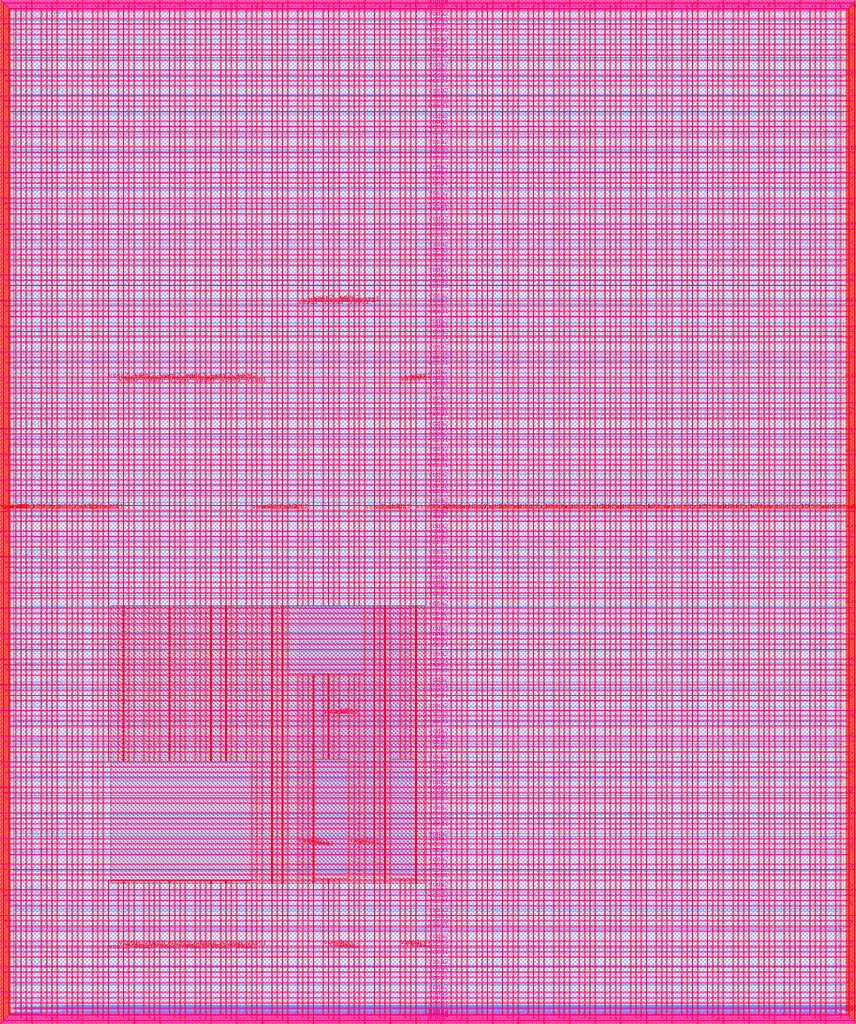
<source format=lef>
VERSION 5.7 ;
  NOWIREEXTENSIONATPIN ON ;
  DIVIDERCHAR "/" ;
  BUSBITCHARS "[]" ;
MACRO user_project_wrapper
  CLASS BLOCK ;
  FOREIGN user_project_wrapper ;
  ORIGIN 0.000 0.000 ;
  SIZE 2920.000 BY 3520.000 ;
  PIN analog_io[0]
    DIRECTION INOUT ;
    USE SIGNAL ;
    PORT
      LAYER met3 ;
        RECT 2917.600 1426.380 2924.800 1427.580 ;
    END
  END analog_io[0]
  PIN analog_io[10]
    DIRECTION INOUT ;
    USE SIGNAL ;
    PORT
      LAYER met2 ;
        RECT 2230.490 3517.600 2231.050 3524.800 ;
    END
  END analog_io[10]
  PIN analog_io[11]
    DIRECTION INOUT ;
    USE SIGNAL ;
    PORT
      LAYER met2 ;
        RECT 1905.730 3517.600 1906.290 3524.800 ;
    END
  END analog_io[11]
  PIN analog_io[12]
    DIRECTION INOUT ;
    USE SIGNAL ;
    PORT
      LAYER met2 ;
        RECT 1581.430 3517.600 1581.990 3524.800 ;
    END
  END analog_io[12]
  PIN analog_io[13]
    DIRECTION INOUT ;
    USE SIGNAL ;
    PORT
      LAYER met2 ;
        RECT 1257.130 3517.600 1257.690 3524.800 ;
    END
  END analog_io[13]
  PIN analog_io[14]
    DIRECTION INOUT ;
    USE SIGNAL ;
    PORT
      LAYER met2 ;
        RECT 932.370 3517.600 932.930 3524.800 ;
    END
  END analog_io[14]
  PIN analog_io[15]
    DIRECTION INOUT ;
    USE SIGNAL ;
    PORT
      LAYER met2 ;
        RECT 608.070 3517.600 608.630 3524.800 ;
    END
  END analog_io[15]
  PIN analog_io[16]
    DIRECTION INOUT ;
    USE SIGNAL ;
    PORT
      LAYER met2 ;
        RECT 283.770 3517.600 284.330 3524.800 ;
    END
  END analog_io[16]
  PIN analog_io[17]
    DIRECTION INOUT ;
    USE SIGNAL ;
    PORT
      LAYER met3 ;
        RECT -4.800 3486.100 2.400 3487.300 ;
    END
  END analog_io[17]
  PIN analog_io[18]
    DIRECTION INOUT ;
    USE SIGNAL ;
    PORT
      LAYER met3 ;
        RECT -4.800 3224.980 2.400 3226.180 ;
    END
  END analog_io[18]
  PIN analog_io[19]
    DIRECTION INOUT ;
    USE SIGNAL ;
    PORT
      LAYER met3 ;
        RECT -4.800 2964.540 2.400 2965.740 ;
    END
  END analog_io[19]
  PIN analog_io[1]
    DIRECTION INOUT ;
    USE SIGNAL ;
    PORT
      LAYER met3 ;
        RECT 2917.600 1692.260 2924.800 1693.460 ;
    END
  END analog_io[1]
  PIN analog_io[20]
    DIRECTION INOUT ;
    USE SIGNAL ;
    PORT
      LAYER met3 ;
        RECT -4.800 2703.420 2.400 2704.620 ;
    END
  END analog_io[20]
  PIN analog_io[21]
    DIRECTION INOUT ;
    USE SIGNAL ;
    PORT
      LAYER met3 ;
        RECT -4.800 2442.980 2.400 2444.180 ;
    END
  END analog_io[21]
  PIN analog_io[22]
    DIRECTION INOUT ;
    USE SIGNAL ;
    PORT
      LAYER met3 ;
        RECT -4.800 2182.540 2.400 2183.740 ;
    END
  END analog_io[22]
  PIN analog_io[23]
    DIRECTION INOUT ;
    USE SIGNAL ;
    PORT
      LAYER met3 ;
        RECT -4.800 1921.420 2.400 1922.620 ;
    END
  END analog_io[23]
  PIN analog_io[24]
    DIRECTION INOUT ;
    USE SIGNAL ;
    PORT
      LAYER met3 ;
        RECT -4.800 1660.980 2.400 1662.180 ;
    END
  END analog_io[24]
  PIN analog_io[25]
    DIRECTION INOUT ;
    USE SIGNAL ;
    PORT
      LAYER met3 ;
        RECT -4.800 1399.860 2.400 1401.060 ;
    END
  END analog_io[25]
  PIN analog_io[26]
    DIRECTION INOUT ;
    USE SIGNAL ;
    PORT
      LAYER met3 ;
        RECT -4.800 1139.420 2.400 1140.620 ;
    END
  END analog_io[26]
  PIN analog_io[27]
    DIRECTION INOUT ;
    USE SIGNAL ;
    PORT
      LAYER met3 ;
        RECT -4.800 878.980 2.400 880.180 ;
    END
  END analog_io[27]
  PIN analog_io[28]
    DIRECTION INOUT ;
    USE SIGNAL ;
    PORT
      LAYER met3 ;
        RECT -4.800 617.860 2.400 619.060 ;
    END
  END analog_io[28]
  PIN analog_io[2]
    DIRECTION INOUT ;
    USE SIGNAL ;
    PORT
      LAYER met3 ;
        RECT 2917.600 1958.140 2924.800 1959.340 ;
    END
  END analog_io[2]
  PIN analog_io[3]
    DIRECTION INOUT ;
    USE SIGNAL ;
    PORT
      LAYER met3 ;
        RECT 2917.600 2223.340 2924.800 2224.540 ;
    END
  END analog_io[3]
  PIN analog_io[4]
    DIRECTION INOUT ;
    USE SIGNAL ;
    PORT
      LAYER met3 ;
        RECT 2917.600 2489.220 2924.800 2490.420 ;
    END
  END analog_io[4]
  PIN analog_io[5]
    DIRECTION INOUT ;
    USE SIGNAL ;
    PORT
      LAYER met3 ;
        RECT 2917.600 2755.100 2924.800 2756.300 ;
    END
  END analog_io[5]
  PIN analog_io[6]
    DIRECTION INOUT ;
    USE SIGNAL ;
    PORT
      LAYER met3 ;
        RECT 2917.600 3020.300 2924.800 3021.500 ;
    END
  END analog_io[6]
  PIN analog_io[7]
    DIRECTION INOUT ;
    USE SIGNAL ;
    PORT
      LAYER met3 ;
        RECT 2917.600 3286.180 2924.800 3287.380 ;
    END
  END analog_io[7]
  PIN analog_io[8]
    DIRECTION INOUT ;
    USE SIGNAL ;
    PORT
      LAYER met2 ;
        RECT 2879.090 3517.600 2879.650 3524.800 ;
    END
  END analog_io[8]
  PIN analog_io[9]
    DIRECTION INOUT ;
    USE SIGNAL ;
    PORT
      LAYER met2 ;
        RECT 2554.790 3517.600 2555.350 3524.800 ;
    END
  END analog_io[9]
  PIN io_in[0]
    DIRECTION INPUT ;
    USE SIGNAL ;
    PORT
      LAYER met3 ;
        RECT 2917.600 32.380 2924.800 33.580 ;
    END
  END io_in[0]
  PIN io_in[10]
    DIRECTION INPUT ;
    USE SIGNAL ;
    PORT
      LAYER met3 ;
        RECT 2917.600 2289.980 2924.800 2291.180 ;
    END
  END io_in[10]
  PIN io_in[11]
    DIRECTION INPUT ;
    USE SIGNAL ;
    PORT
      LAYER met3 ;
        RECT 2917.600 2555.860 2924.800 2557.060 ;
    END
  END io_in[11]
  PIN io_in[12]
    DIRECTION INPUT ;
    USE SIGNAL ;
    PORT
      LAYER met3 ;
        RECT 2917.600 2821.060 2924.800 2822.260 ;
    END
  END io_in[12]
  PIN io_in[13]
    DIRECTION INPUT ;
    USE SIGNAL ;
    PORT
      LAYER met3 ;
        RECT 2917.600 3086.940 2924.800 3088.140 ;
    END
  END io_in[13]
  PIN io_in[14]
    DIRECTION INPUT ;
    USE SIGNAL ;
    PORT
      LAYER met3 ;
        RECT 2917.600 3352.820 2924.800 3354.020 ;
    END
  END io_in[14]
  PIN io_in[15]
    DIRECTION INPUT ;
    USE SIGNAL ;
    PORT
      LAYER met2 ;
        RECT 2798.130 3517.600 2798.690 3524.800 ;
    END
  END io_in[15]
  PIN io_in[16]
    DIRECTION INPUT ;
    USE SIGNAL ;
    PORT
      LAYER met2 ;
        RECT 2473.830 3517.600 2474.390 3524.800 ;
    END
  END io_in[16]
  PIN io_in[17]
    DIRECTION INPUT ;
    USE SIGNAL ;
    PORT
      LAYER met2 ;
        RECT 2149.070 3517.600 2149.630 3524.800 ;
    END
  END io_in[17]
  PIN io_in[18]
    DIRECTION INPUT ;
    USE SIGNAL ;
    PORT
      LAYER met2 ;
        RECT 1824.770 3517.600 1825.330 3524.800 ;
    END
  END io_in[18]
  PIN io_in[19]
    DIRECTION INPUT ;
    USE SIGNAL ;
    PORT
      LAYER met2 ;
        RECT 1500.470 3517.600 1501.030 3524.800 ;
    END
  END io_in[19]
  PIN io_in[1]
    DIRECTION INPUT ;
    USE SIGNAL ;
    PORT
      LAYER met3 ;
        RECT 2917.600 230.940 2924.800 232.140 ;
    END
  END io_in[1]
  PIN io_in[20]
    DIRECTION INPUT ;
    USE SIGNAL ;
    PORT
      LAYER met2 ;
        RECT 1175.710 3517.600 1176.270 3524.800 ;
    END
  END io_in[20]
  PIN io_in[21]
    DIRECTION INPUT ;
    USE SIGNAL ;
    PORT
      LAYER met2 ;
        RECT 851.410 3517.600 851.970 3524.800 ;
    END
  END io_in[21]
  PIN io_in[22]
    DIRECTION INPUT ;
    USE SIGNAL ;
    PORT
      LAYER met2 ;
        RECT 527.110 3517.600 527.670 3524.800 ;
    END
  END io_in[22]
  PIN io_in[23]
    DIRECTION INPUT ;
    USE SIGNAL ;
    PORT
      LAYER met2 ;
        RECT 202.350 3517.600 202.910 3524.800 ;
    END
  END io_in[23]
  PIN io_in[24]
    DIRECTION INPUT ;
    USE SIGNAL ;
    PORT
      LAYER met3 ;
        RECT -4.800 3420.820 2.400 3422.020 ;
    END
  END io_in[24]
  PIN io_in[25]
    DIRECTION INPUT ;
    USE SIGNAL ;
    PORT
      LAYER met3 ;
        RECT -4.800 3159.700 2.400 3160.900 ;
    END
  END io_in[25]
  PIN io_in[26]
    DIRECTION INPUT ;
    USE SIGNAL ;
    PORT
      LAYER met3 ;
        RECT -4.800 2899.260 2.400 2900.460 ;
    END
  END io_in[26]
  PIN io_in[27]
    DIRECTION INPUT ;
    USE SIGNAL ;
    PORT
      LAYER met3 ;
        RECT -4.800 2638.820 2.400 2640.020 ;
    END
  END io_in[27]
  PIN io_in[28]
    DIRECTION INPUT ;
    USE SIGNAL ;
    PORT
      LAYER met3 ;
        RECT -4.800 2377.700 2.400 2378.900 ;
    END
  END io_in[28]
  PIN io_in[29]
    DIRECTION INPUT ;
    USE SIGNAL ;
    PORT
      LAYER met3 ;
        RECT -4.800 2117.260 2.400 2118.460 ;
    END
  END io_in[29]
  PIN io_in[2]
    DIRECTION INPUT ;
    USE SIGNAL ;
    PORT
      LAYER met3 ;
        RECT 2917.600 430.180 2924.800 431.380 ;
    END
  END io_in[2]
  PIN io_in[30]
    DIRECTION INPUT ;
    USE SIGNAL ;
    PORT
      LAYER met3 ;
        RECT -4.800 1856.140 2.400 1857.340 ;
    END
  END io_in[30]
  PIN io_in[31]
    DIRECTION INPUT ;
    USE SIGNAL ;
    PORT
      LAYER met3 ;
        RECT -4.800 1595.700 2.400 1596.900 ;
    END
  END io_in[31]
  PIN io_in[32]
    DIRECTION INPUT ;
    USE SIGNAL ;
    PORT
      LAYER met3 ;
        RECT -4.800 1335.260 2.400 1336.460 ;
    END
  END io_in[32]
  PIN io_in[33]
    DIRECTION INPUT ;
    USE SIGNAL ;
    PORT
      LAYER met3 ;
        RECT -4.800 1074.140 2.400 1075.340 ;
    END
  END io_in[33]
  PIN io_in[34]
    DIRECTION INPUT ;
    USE SIGNAL ;
    PORT
      LAYER met3 ;
        RECT -4.800 813.700 2.400 814.900 ;
    END
  END io_in[34]
  PIN io_in[35]
    DIRECTION INPUT ;
    USE SIGNAL ;
    PORT
      LAYER met3 ;
        RECT -4.800 552.580 2.400 553.780 ;
    END
  END io_in[35]
  PIN io_in[36]
    DIRECTION INPUT ;
    USE SIGNAL ;
    PORT
      LAYER met3 ;
        RECT -4.800 357.420 2.400 358.620 ;
    END
  END io_in[36]
  PIN io_in[37]
    DIRECTION INPUT ;
    USE SIGNAL ;
    PORT
      LAYER met3 ;
        RECT -4.800 161.580 2.400 162.780 ;
    END
  END io_in[37]
  PIN io_in[3]
    DIRECTION INPUT ;
    USE SIGNAL ;
    PORT
      LAYER met3 ;
        RECT 2917.600 629.420 2924.800 630.620 ;
    END
  END io_in[3]
  PIN io_in[4]
    DIRECTION INPUT ;
    USE SIGNAL ;
    PORT
      LAYER met3 ;
        RECT 2917.600 828.660 2924.800 829.860 ;
    END
  END io_in[4]
  PIN io_in[5]
    DIRECTION INPUT ;
    USE SIGNAL ;
    PORT
      LAYER met3 ;
        RECT 2917.600 1027.900 2924.800 1029.100 ;
    END
  END io_in[5]
  PIN io_in[6]
    DIRECTION INPUT ;
    USE SIGNAL ;
    PORT
      LAYER met3 ;
        RECT 2917.600 1227.140 2924.800 1228.340 ;
    END
  END io_in[6]
  PIN io_in[7]
    DIRECTION INPUT ;
    USE SIGNAL ;
    PORT
      LAYER met3 ;
        RECT 2917.600 1493.020 2924.800 1494.220 ;
    END
  END io_in[7]
  PIN io_in[8]
    DIRECTION INPUT ;
    USE SIGNAL ;
    PORT
      LAYER met3 ;
        RECT 2917.600 1758.900 2924.800 1760.100 ;
    END
  END io_in[8]
  PIN io_in[9]
    DIRECTION INPUT ;
    USE SIGNAL ;
    PORT
      LAYER met3 ;
        RECT 2917.600 2024.100 2924.800 2025.300 ;
    END
  END io_in[9]
  PIN io_oeb[0]
    DIRECTION OUTPUT TRISTATE ;
    USE SIGNAL ;
    PORT
      LAYER met3 ;
        RECT 2917.600 164.980 2924.800 166.180 ;
    END
  END io_oeb[0]
  PIN io_oeb[10]
    DIRECTION OUTPUT TRISTATE ;
    USE SIGNAL ;
    PORT
      LAYER met3 ;
        RECT 2917.600 2422.580 2924.800 2423.780 ;
    END
  END io_oeb[10]
  PIN io_oeb[11]
    DIRECTION OUTPUT TRISTATE ;
    USE SIGNAL ;
    PORT
      LAYER met3 ;
        RECT 2917.600 2688.460 2924.800 2689.660 ;
    END
  END io_oeb[11]
  PIN io_oeb[12]
    DIRECTION OUTPUT TRISTATE ;
    USE SIGNAL ;
    PORT
      LAYER met3 ;
        RECT 2917.600 2954.340 2924.800 2955.540 ;
    END
  END io_oeb[12]
  PIN io_oeb[13]
    DIRECTION OUTPUT TRISTATE ;
    USE SIGNAL ;
    PORT
      LAYER met3 ;
        RECT 2917.600 3219.540 2924.800 3220.740 ;
    END
  END io_oeb[13]
  PIN io_oeb[14]
    DIRECTION OUTPUT TRISTATE ;
    USE SIGNAL ;
    PORT
      LAYER met3 ;
        RECT 2917.600 3485.420 2924.800 3486.620 ;
    END
  END io_oeb[14]
  PIN io_oeb[15]
    DIRECTION OUTPUT TRISTATE ;
    USE SIGNAL ;
    PORT
      LAYER met2 ;
        RECT 2635.750 3517.600 2636.310 3524.800 ;
    END
  END io_oeb[15]
  PIN io_oeb[16]
    DIRECTION OUTPUT TRISTATE ;
    USE SIGNAL ;
    PORT
      LAYER met2 ;
        RECT 2311.450 3517.600 2312.010 3524.800 ;
    END
  END io_oeb[16]
  PIN io_oeb[17]
    DIRECTION OUTPUT TRISTATE ;
    USE SIGNAL ;
    PORT
      LAYER met2 ;
        RECT 1987.150 3517.600 1987.710 3524.800 ;
    END
  END io_oeb[17]
  PIN io_oeb[18]
    DIRECTION OUTPUT TRISTATE ;
    USE SIGNAL ;
    PORT
      LAYER met2 ;
        RECT 1662.390 3517.600 1662.950 3524.800 ;
    END
  END io_oeb[18]
  PIN io_oeb[19]
    DIRECTION OUTPUT TRISTATE ;
    USE SIGNAL ;
    PORT
      LAYER met2 ;
        RECT 1338.090 3517.600 1338.650 3524.800 ;
    END
  END io_oeb[19]
  PIN io_oeb[1]
    DIRECTION OUTPUT TRISTATE ;
    USE SIGNAL ;
    PORT
      LAYER met3 ;
        RECT 2917.600 364.220 2924.800 365.420 ;
    END
  END io_oeb[1]
  PIN io_oeb[20]
    DIRECTION OUTPUT TRISTATE ;
    USE SIGNAL ;
    PORT
      LAYER met2 ;
        RECT 1013.790 3517.600 1014.350 3524.800 ;
    END
  END io_oeb[20]
  PIN io_oeb[21]
    DIRECTION OUTPUT TRISTATE ;
    USE SIGNAL ;
    PORT
      LAYER met2 ;
        RECT 689.030 3517.600 689.590 3524.800 ;
    END
  END io_oeb[21]
  PIN io_oeb[22]
    DIRECTION OUTPUT TRISTATE ;
    USE SIGNAL ;
    PORT
      LAYER met2 ;
        RECT 364.730 3517.600 365.290 3524.800 ;
    END
  END io_oeb[22]
  PIN io_oeb[23]
    DIRECTION OUTPUT TRISTATE ;
    USE SIGNAL ;
    PORT
      LAYER met2 ;
        RECT 40.430 3517.600 40.990 3524.800 ;
    END
  END io_oeb[23]
  PIN io_oeb[24]
    DIRECTION OUTPUT TRISTATE ;
    USE SIGNAL ;
    PORT
      LAYER met3 ;
        RECT -4.800 3290.260 2.400 3291.460 ;
    END
  END io_oeb[24]
  PIN io_oeb[25]
    DIRECTION OUTPUT TRISTATE ;
    USE SIGNAL ;
    PORT
      LAYER met3 ;
        RECT -4.800 3029.820 2.400 3031.020 ;
    END
  END io_oeb[25]
  PIN io_oeb[26]
    DIRECTION OUTPUT TRISTATE ;
    USE SIGNAL ;
    PORT
      LAYER met3 ;
        RECT -4.800 2768.700 2.400 2769.900 ;
    END
  END io_oeb[26]
  PIN io_oeb[27]
    DIRECTION OUTPUT TRISTATE ;
    USE SIGNAL ;
    PORT
      LAYER met3 ;
        RECT -4.800 2508.260 2.400 2509.460 ;
    END
  END io_oeb[27]
  PIN io_oeb[28]
    DIRECTION OUTPUT TRISTATE ;
    USE SIGNAL ;
    PORT
      LAYER met3 ;
        RECT -4.800 2247.140 2.400 2248.340 ;
    END
  END io_oeb[28]
  PIN io_oeb[29]
    DIRECTION OUTPUT TRISTATE ;
    USE SIGNAL ;
    PORT
      LAYER met3 ;
        RECT -4.800 1986.700 2.400 1987.900 ;
    END
  END io_oeb[29]
  PIN io_oeb[2]
    DIRECTION OUTPUT TRISTATE ;
    USE SIGNAL ;
    PORT
      LAYER met3 ;
        RECT 2917.600 563.460 2924.800 564.660 ;
    END
  END io_oeb[2]
  PIN io_oeb[30]
    DIRECTION OUTPUT TRISTATE ;
    USE SIGNAL ;
    PORT
      LAYER met3 ;
        RECT -4.800 1726.260 2.400 1727.460 ;
    END
  END io_oeb[30]
  PIN io_oeb[31]
    DIRECTION OUTPUT TRISTATE ;
    USE SIGNAL ;
    PORT
      LAYER met3 ;
        RECT -4.800 1465.140 2.400 1466.340 ;
    END
  END io_oeb[31]
  PIN io_oeb[32]
    DIRECTION OUTPUT TRISTATE ;
    USE SIGNAL ;
    PORT
      LAYER met3 ;
        RECT -4.800 1204.700 2.400 1205.900 ;
    END
  END io_oeb[32]
  PIN io_oeb[33]
    DIRECTION OUTPUT TRISTATE ;
    USE SIGNAL ;
    PORT
      LAYER met3 ;
        RECT -4.800 943.580 2.400 944.780 ;
    END
  END io_oeb[33]
  PIN io_oeb[34]
    DIRECTION OUTPUT TRISTATE ;
    USE SIGNAL ;
    PORT
      LAYER met3 ;
        RECT -4.800 683.140 2.400 684.340 ;
    END
  END io_oeb[34]
  PIN io_oeb[35]
    DIRECTION OUTPUT TRISTATE ;
    USE SIGNAL ;
    PORT
      LAYER met3 ;
        RECT -4.800 422.700 2.400 423.900 ;
    END
  END io_oeb[35]
  PIN io_oeb[36]
    DIRECTION OUTPUT TRISTATE ;
    USE SIGNAL ;
    PORT
      LAYER met3 ;
        RECT -4.800 226.860 2.400 228.060 ;
    END
  END io_oeb[36]
  PIN io_oeb[37]
    DIRECTION OUTPUT TRISTATE ;
    USE SIGNAL ;
    PORT
      LAYER met3 ;
        RECT -4.800 31.700 2.400 32.900 ;
    END
  END io_oeb[37]
  PIN io_oeb[3]
    DIRECTION OUTPUT TRISTATE ;
    USE SIGNAL ;
    PORT
      LAYER met3 ;
        RECT 2917.600 762.700 2924.800 763.900 ;
    END
  END io_oeb[3]
  PIN io_oeb[4]
    DIRECTION OUTPUT TRISTATE ;
    USE SIGNAL ;
    PORT
      LAYER met3 ;
        RECT 2917.600 961.940 2924.800 963.140 ;
    END
  END io_oeb[4]
  PIN io_oeb[5]
    DIRECTION OUTPUT TRISTATE ;
    USE SIGNAL ;
    PORT
      LAYER met3 ;
        RECT 2917.600 1161.180 2924.800 1162.380 ;
    END
  END io_oeb[5]
  PIN io_oeb[6]
    DIRECTION OUTPUT TRISTATE ;
    USE SIGNAL ;
    PORT
      LAYER met3 ;
        RECT 2917.600 1360.420 2924.800 1361.620 ;
    END
  END io_oeb[6]
  PIN io_oeb[7]
    DIRECTION OUTPUT TRISTATE ;
    USE SIGNAL ;
    PORT
      LAYER met3 ;
        RECT 2917.600 1625.620 2924.800 1626.820 ;
    END
  END io_oeb[7]
  PIN io_oeb[8]
    DIRECTION OUTPUT TRISTATE ;
    USE SIGNAL ;
    PORT
      LAYER met3 ;
        RECT 2917.600 1891.500 2924.800 1892.700 ;
    END
  END io_oeb[8]
  PIN io_oeb[9]
    DIRECTION OUTPUT TRISTATE ;
    USE SIGNAL ;
    PORT
      LAYER met3 ;
        RECT 2917.600 2157.380 2924.800 2158.580 ;
    END
  END io_oeb[9]
  PIN io_out[0]
    DIRECTION OUTPUT TRISTATE ;
    USE SIGNAL ;
    PORT
      LAYER met3 ;
        RECT 2917.600 98.340 2924.800 99.540 ;
    END
  END io_out[0]
  PIN io_out[10]
    DIRECTION OUTPUT TRISTATE ;
    USE SIGNAL ;
    PORT
      LAYER met3 ;
        RECT 2917.600 2356.620 2924.800 2357.820 ;
    END
  END io_out[10]
  PIN io_out[11]
    DIRECTION OUTPUT TRISTATE ;
    USE SIGNAL ;
    PORT
      LAYER met3 ;
        RECT 2917.600 2621.820 2924.800 2623.020 ;
    END
  END io_out[11]
  PIN io_out[12]
    DIRECTION OUTPUT TRISTATE ;
    USE SIGNAL ;
    PORT
      LAYER met3 ;
        RECT 2917.600 2887.700 2924.800 2888.900 ;
    END
  END io_out[12]
  PIN io_out[13]
    DIRECTION OUTPUT TRISTATE ;
    USE SIGNAL ;
    PORT
      LAYER met3 ;
        RECT 2917.600 3153.580 2924.800 3154.780 ;
    END
  END io_out[13]
  PIN io_out[14]
    DIRECTION OUTPUT TRISTATE ;
    USE SIGNAL ;
    PORT
      LAYER met3 ;
        RECT 2917.600 3418.780 2924.800 3419.980 ;
    END
  END io_out[14]
  PIN io_out[15]
    DIRECTION OUTPUT TRISTATE ;
    USE SIGNAL ;
    PORT
      LAYER met2 ;
        RECT 2717.170 3517.600 2717.730 3524.800 ;
    END
  END io_out[15]
  PIN io_out[16]
    DIRECTION OUTPUT TRISTATE ;
    USE SIGNAL ;
    PORT
      LAYER met2 ;
        RECT 2392.410 3517.600 2392.970 3524.800 ;
    END
  END io_out[16]
  PIN io_out[17]
    DIRECTION OUTPUT TRISTATE ;
    USE SIGNAL ;
    PORT
      LAYER met2 ;
        RECT 2068.110 3517.600 2068.670 3524.800 ;
    END
  END io_out[17]
  PIN io_out[18]
    DIRECTION OUTPUT TRISTATE ;
    USE SIGNAL ;
    PORT
      LAYER met2 ;
        RECT 1743.810 3517.600 1744.370 3524.800 ;
    END
  END io_out[18]
  PIN io_out[19]
    DIRECTION OUTPUT TRISTATE ;
    USE SIGNAL ;
    PORT
      LAYER met2 ;
        RECT 1419.050 3517.600 1419.610 3524.800 ;
    END
  END io_out[19]
  PIN io_out[1]
    DIRECTION OUTPUT TRISTATE ;
    USE SIGNAL ;
    PORT
      LAYER met3 ;
        RECT 2917.600 297.580 2924.800 298.780 ;
    END
  END io_out[1]
  PIN io_out[20]
    DIRECTION OUTPUT TRISTATE ;
    USE SIGNAL ;
    PORT
      LAYER met2 ;
        RECT 1094.750 3517.600 1095.310 3524.800 ;
    END
  END io_out[20]
  PIN io_out[21]
    DIRECTION OUTPUT TRISTATE ;
    USE SIGNAL ;
    PORT
      LAYER met2 ;
        RECT 770.450 3517.600 771.010 3524.800 ;
    END
  END io_out[21]
  PIN io_out[22]
    DIRECTION OUTPUT TRISTATE ;
    USE SIGNAL ;
    PORT
      LAYER met2 ;
        RECT 445.690 3517.600 446.250 3524.800 ;
    END
  END io_out[22]
  PIN io_out[23]
    DIRECTION OUTPUT TRISTATE ;
    USE SIGNAL ;
    PORT
      LAYER met2 ;
        RECT 121.390 3517.600 121.950 3524.800 ;
    END
  END io_out[23]
  PIN io_out[24]
    DIRECTION OUTPUT TRISTATE ;
    USE SIGNAL ;
    PORT
      LAYER met3 ;
        RECT -4.800 3355.540 2.400 3356.740 ;
    END
  END io_out[24]
  PIN io_out[25]
    DIRECTION OUTPUT TRISTATE ;
    USE SIGNAL ;
    PORT
      LAYER met3 ;
        RECT -4.800 3095.100 2.400 3096.300 ;
    END
  END io_out[25]
  PIN io_out[26]
    DIRECTION OUTPUT TRISTATE ;
    USE SIGNAL ;
    PORT
      LAYER met3 ;
        RECT -4.800 2833.980 2.400 2835.180 ;
    END
  END io_out[26]
  PIN io_out[27]
    DIRECTION OUTPUT TRISTATE ;
    USE SIGNAL ;
    PORT
      LAYER met3 ;
        RECT -4.800 2573.540 2.400 2574.740 ;
    END
  END io_out[27]
  PIN io_out[28]
    DIRECTION OUTPUT TRISTATE ;
    USE SIGNAL ;
    PORT
      LAYER met3 ;
        RECT -4.800 2312.420 2.400 2313.620 ;
    END
  END io_out[28]
  PIN io_out[29]
    DIRECTION OUTPUT TRISTATE ;
    USE SIGNAL ;
    PORT
      LAYER met3 ;
        RECT -4.800 2051.980 2.400 2053.180 ;
    END
  END io_out[29]
  PIN io_out[2]
    DIRECTION OUTPUT TRISTATE ;
    USE SIGNAL ;
    PORT
      LAYER met3 ;
        RECT 2917.600 496.820 2924.800 498.020 ;
    END
  END io_out[2]
  PIN io_out[30]
    DIRECTION OUTPUT TRISTATE ;
    USE SIGNAL ;
    PORT
      LAYER met3 ;
        RECT -4.800 1791.540 2.400 1792.740 ;
    END
  END io_out[30]
  PIN io_out[31]
    DIRECTION OUTPUT TRISTATE ;
    USE SIGNAL ;
    PORT
      LAYER met3 ;
        RECT -4.800 1530.420 2.400 1531.620 ;
    END
  END io_out[31]
  PIN io_out[32]
    DIRECTION OUTPUT TRISTATE ;
    USE SIGNAL ;
    PORT
      LAYER met3 ;
        RECT -4.800 1269.980 2.400 1271.180 ;
    END
  END io_out[32]
  PIN io_out[33]
    DIRECTION OUTPUT TRISTATE ;
    USE SIGNAL ;
    PORT
      LAYER met3 ;
        RECT -4.800 1008.860 2.400 1010.060 ;
    END
  END io_out[33]
  PIN io_out[34]
    DIRECTION OUTPUT TRISTATE ;
    USE SIGNAL ;
    PORT
      LAYER met3 ;
        RECT -4.800 748.420 2.400 749.620 ;
    END
  END io_out[34]
  PIN io_out[35]
    DIRECTION OUTPUT TRISTATE ;
    USE SIGNAL ;
    PORT
      LAYER met3 ;
        RECT -4.800 487.300 2.400 488.500 ;
    END
  END io_out[35]
  PIN io_out[36]
    DIRECTION OUTPUT TRISTATE ;
    USE SIGNAL ;
    PORT
      LAYER met3 ;
        RECT -4.800 292.140 2.400 293.340 ;
    END
  END io_out[36]
  PIN io_out[37]
    DIRECTION OUTPUT TRISTATE ;
    USE SIGNAL ;
    PORT
      LAYER met3 ;
        RECT -4.800 96.300 2.400 97.500 ;
    END
  END io_out[37]
  PIN io_out[3]
    DIRECTION OUTPUT TRISTATE ;
    USE SIGNAL ;
    PORT
      LAYER met3 ;
        RECT 2917.600 696.060 2924.800 697.260 ;
    END
  END io_out[3]
  PIN io_out[4]
    DIRECTION OUTPUT TRISTATE ;
    USE SIGNAL ;
    PORT
      LAYER met3 ;
        RECT 2917.600 895.300 2924.800 896.500 ;
    END
  END io_out[4]
  PIN io_out[5]
    DIRECTION OUTPUT TRISTATE ;
    USE SIGNAL ;
    PORT
      LAYER met3 ;
        RECT 2917.600 1094.540 2924.800 1095.740 ;
    END
  END io_out[5]
  PIN io_out[6]
    DIRECTION OUTPUT TRISTATE ;
    USE SIGNAL ;
    PORT
      LAYER met3 ;
        RECT 2917.600 1293.780 2924.800 1294.980 ;
    END
  END io_out[6]
  PIN io_out[7]
    DIRECTION OUTPUT TRISTATE ;
    USE SIGNAL ;
    PORT
      LAYER met3 ;
        RECT 2917.600 1559.660 2924.800 1560.860 ;
    END
  END io_out[7]
  PIN io_out[8]
    DIRECTION OUTPUT TRISTATE ;
    USE SIGNAL ;
    PORT
      LAYER met3 ;
        RECT 2917.600 1824.860 2924.800 1826.060 ;
    END
  END io_out[8]
  PIN io_out[9]
    DIRECTION OUTPUT TRISTATE ;
    USE SIGNAL ;
    PORT
      LAYER met3 ;
        RECT 2917.600 2090.740 2924.800 2091.940 ;
    END
  END io_out[9]
  PIN la_data_in[0]
    DIRECTION INPUT ;
    USE SIGNAL ;
    PORT
      LAYER met2 ;
        RECT 629.230 -4.800 629.790 2.400 ;
    END
  END la_data_in[0]
  PIN la_data_in[100]
    DIRECTION INPUT ;
    USE SIGNAL ;
    PORT
      LAYER met2 ;
        RECT 2402.530 -4.800 2403.090 2.400 ;
    END
  END la_data_in[100]
  PIN la_data_in[101]
    DIRECTION INPUT ;
    USE SIGNAL ;
    PORT
      LAYER met2 ;
        RECT 2420.010 -4.800 2420.570 2.400 ;
    END
  END la_data_in[101]
  PIN la_data_in[102]
    DIRECTION INPUT ;
    USE SIGNAL ;
    PORT
      LAYER met2 ;
        RECT 2437.950 -4.800 2438.510 2.400 ;
    END
  END la_data_in[102]
  PIN la_data_in[103]
    DIRECTION INPUT ;
    USE SIGNAL ;
    PORT
      LAYER met2 ;
        RECT 2455.430 -4.800 2455.990 2.400 ;
    END
  END la_data_in[103]
  PIN la_data_in[104]
    DIRECTION INPUT ;
    USE SIGNAL ;
    PORT
      LAYER met2 ;
        RECT 2473.370 -4.800 2473.930 2.400 ;
    END
  END la_data_in[104]
  PIN la_data_in[105]
    DIRECTION INPUT ;
    USE SIGNAL ;
    PORT
      LAYER met2 ;
        RECT 2490.850 -4.800 2491.410 2.400 ;
    END
  END la_data_in[105]
  PIN la_data_in[106]
    DIRECTION INPUT ;
    USE SIGNAL ;
    PORT
      LAYER met2 ;
        RECT 2508.790 -4.800 2509.350 2.400 ;
    END
  END la_data_in[106]
  PIN la_data_in[107]
    DIRECTION INPUT ;
    USE SIGNAL ;
    PORT
      LAYER met2 ;
        RECT 2526.730 -4.800 2527.290 2.400 ;
    END
  END la_data_in[107]
  PIN la_data_in[108]
    DIRECTION INPUT ;
    USE SIGNAL ;
    PORT
      LAYER met2 ;
        RECT 2544.210 -4.800 2544.770 2.400 ;
    END
  END la_data_in[108]
  PIN la_data_in[109]
    DIRECTION INPUT ;
    USE SIGNAL ;
    PORT
      LAYER met2 ;
        RECT 2562.150 -4.800 2562.710 2.400 ;
    END
  END la_data_in[109]
  PIN la_data_in[10]
    DIRECTION INPUT ;
    USE SIGNAL ;
    PORT
      LAYER met2 ;
        RECT 806.330 -4.800 806.890 2.400 ;
    END
  END la_data_in[10]
  PIN la_data_in[110]
    DIRECTION INPUT ;
    USE SIGNAL ;
    PORT
      LAYER met2 ;
        RECT 2579.630 -4.800 2580.190 2.400 ;
    END
  END la_data_in[110]
  PIN la_data_in[111]
    DIRECTION INPUT ;
    USE SIGNAL ;
    PORT
      LAYER met2 ;
        RECT 2597.570 -4.800 2598.130 2.400 ;
    END
  END la_data_in[111]
  PIN la_data_in[112]
    DIRECTION INPUT ;
    USE SIGNAL ;
    PORT
      LAYER met2 ;
        RECT 2615.050 -4.800 2615.610 2.400 ;
    END
  END la_data_in[112]
  PIN la_data_in[113]
    DIRECTION INPUT ;
    USE SIGNAL ;
    PORT
      LAYER met2 ;
        RECT 2632.990 -4.800 2633.550 2.400 ;
    END
  END la_data_in[113]
  PIN la_data_in[114]
    DIRECTION INPUT ;
    USE SIGNAL ;
    PORT
      LAYER met2 ;
        RECT 2650.470 -4.800 2651.030 2.400 ;
    END
  END la_data_in[114]
  PIN la_data_in[115]
    DIRECTION INPUT ;
    USE SIGNAL ;
    PORT
      LAYER met2 ;
        RECT 2668.410 -4.800 2668.970 2.400 ;
    END
  END la_data_in[115]
  PIN la_data_in[116]
    DIRECTION INPUT ;
    USE SIGNAL ;
    PORT
      LAYER met2 ;
        RECT 2685.890 -4.800 2686.450 2.400 ;
    END
  END la_data_in[116]
  PIN la_data_in[117]
    DIRECTION INPUT ;
    USE SIGNAL ;
    PORT
      LAYER met2 ;
        RECT 2703.830 -4.800 2704.390 2.400 ;
    END
  END la_data_in[117]
  PIN la_data_in[118]
    DIRECTION INPUT ;
    USE SIGNAL ;
    PORT
      LAYER met2 ;
        RECT 2721.770 -4.800 2722.330 2.400 ;
    END
  END la_data_in[118]
  PIN la_data_in[119]
    DIRECTION INPUT ;
    USE SIGNAL ;
    PORT
      LAYER met2 ;
        RECT 2739.250 -4.800 2739.810 2.400 ;
    END
  END la_data_in[119]
  PIN la_data_in[11]
    DIRECTION INPUT ;
    USE SIGNAL ;
    PORT
      LAYER met2 ;
        RECT 824.270 -4.800 824.830 2.400 ;
    END
  END la_data_in[11]
  PIN la_data_in[120]
    DIRECTION INPUT ;
    USE SIGNAL ;
    PORT
      LAYER met2 ;
        RECT 2757.190 -4.800 2757.750 2.400 ;
    END
  END la_data_in[120]
  PIN la_data_in[121]
    DIRECTION INPUT ;
    USE SIGNAL ;
    PORT
      LAYER met2 ;
        RECT 2774.670 -4.800 2775.230 2.400 ;
    END
  END la_data_in[121]
  PIN la_data_in[122]
    DIRECTION INPUT ;
    USE SIGNAL ;
    PORT
      LAYER met2 ;
        RECT 2792.610 -4.800 2793.170 2.400 ;
    END
  END la_data_in[122]
  PIN la_data_in[123]
    DIRECTION INPUT ;
    USE SIGNAL ;
    PORT
      LAYER met2 ;
        RECT 2810.090 -4.800 2810.650 2.400 ;
    END
  END la_data_in[123]
  PIN la_data_in[124]
    DIRECTION INPUT ;
    USE SIGNAL ;
    PORT
      LAYER met2 ;
        RECT 2828.030 -4.800 2828.590 2.400 ;
    END
  END la_data_in[124]
  PIN la_data_in[125]
    DIRECTION INPUT ;
    USE SIGNAL ;
    PORT
      LAYER met2 ;
        RECT 2845.510 -4.800 2846.070 2.400 ;
    END
  END la_data_in[125]
  PIN la_data_in[126]
    DIRECTION INPUT ;
    USE SIGNAL ;
    PORT
      LAYER met2 ;
        RECT 2863.450 -4.800 2864.010 2.400 ;
    END
  END la_data_in[126]
  PIN la_data_in[127]
    DIRECTION INPUT ;
    USE SIGNAL ;
    PORT
      LAYER met2 ;
        RECT 2881.390 -4.800 2881.950 2.400 ;
    END
  END la_data_in[127]
  PIN la_data_in[12]
    DIRECTION INPUT ;
    USE SIGNAL ;
    PORT
      LAYER met2 ;
        RECT 841.750 -4.800 842.310 2.400 ;
    END
  END la_data_in[12]
  PIN la_data_in[13]
    DIRECTION INPUT ;
    USE SIGNAL ;
    PORT
      LAYER met2 ;
        RECT 859.690 -4.800 860.250 2.400 ;
    END
  END la_data_in[13]
  PIN la_data_in[14]
    DIRECTION INPUT ;
    USE SIGNAL ;
    PORT
      LAYER met2 ;
        RECT 877.170 -4.800 877.730 2.400 ;
    END
  END la_data_in[14]
  PIN la_data_in[15]
    DIRECTION INPUT ;
    USE SIGNAL ;
    PORT
      LAYER met2 ;
        RECT 895.110 -4.800 895.670 2.400 ;
    END
  END la_data_in[15]
  PIN la_data_in[16]
    DIRECTION INPUT ;
    USE SIGNAL ;
    PORT
      LAYER met2 ;
        RECT 912.590 -4.800 913.150 2.400 ;
    END
  END la_data_in[16]
  PIN la_data_in[17]
    DIRECTION INPUT ;
    USE SIGNAL ;
    PORT
      LAYER met2 ;
        RECT 930.530 -4.800 931.090 2.400 ;
    END
  END la_data_in[17]
  PIN la_data_in[18]
    DIRECTION INPUT ;
    USE SIGNAL ;
    PORT
      LAYER met2 ;
        RECT 948.470 -4.800 949.030 2.400 ;
    END
  END la_data_in[18]
  PIN la_data_in[19]
    DIRECTION INPUT ;
    USE SIGNAL ;
    PORT
      LAYER met2 ;
        RECT 965.950 -4.800 966.510 2.400 ;
    END
  END la_data_in[19]
  PIN la_data_in[1]
    DIRECTION INPUT ;
    USE SIGNAL ;
    PORT
      LAYER met2 ;
        RECT 646.710 -4.800 647.270 2.400 ;
    END
  END la_data_in[1]
  PIN la_data_in[20]
    DIRECTION INPUT ;
    USE SIGNAL ;
    PORT
      LAYER met2 ;
        RECT 983.890 -4.800 984.450 2.400 ;
    END
  END la_data_in[20]
  PIN la_data_in[21]
    DIRECTION INPUT ;
    USE SIGNAL ;
    PORT
      LAYER met2 ;
        RECT 1001.370 -4.800 1001.930 2.400 ;
    END
  END la_data_in[21]
  PIN la_data_in[22]
    DIRECTION INPUT ;
    USE SIGNAL ;
    PORT
      LAYER met2 ;
        RECT 1019.310 -4.800 1019.870 2.400 ;
    END
  END la_data_in[22]
  PIN la_data_in[23]
    DIRECTION INPUT ;
    USE SIGNAL ;
    PORT
      LAYER met2 ;
        RECT 1036.790 -4.800 1037.350 2.400 ;
    END
  END la_data_in[23]
  PIN la_data_in[24]
    DIRECTION INPUT ;
    USE SIGNAL ;
    PORT
      LAYER met2 ;
        RECT 1054.730 -4.800 1055.290 2.400 ;
    END
  END la_data_in[24]
  PIN la_data_in[25]
    DIRECTION INPUT ;
    USE SIGNAL ;
    PORT
      LAYER met2 ;
        RECT 1072.210 -4.800 1072.770 2.400 ;
    END
  END la_data_in[25]
  PIN la_data_in[26]
    DIRECTION INPUT ;
    USE SIGNAL ;
    PORT
      LAYER met2 ;
        RECT 1090.150 -4.800 1090.710 2.400 ;
    END
  END la_data_in[26]
  PIN la_data_in[27]
    DIRECTION INPUT ;
    USE SIGNAL ;
    PORT
      LAYER met2 ;
        RECT 1107.630 -4.800 1108.190 2.400 ;
    END
  END la_data_in[27]
  PIN la_data_in[28]
    DIRECTION INPUT ;
    USE SIGNAL ;
    PORT
      LAYER met2 ;
        RECT 1125.570 -4.800 1126.130 2.400 ;
    END
  END la_data_in[28]
  PIN la_data_in[29]
    DIRECTION INPUT ;
    USE SIGNAL ;
    PORT
      LAYER met2 ;
        RECT 1143.510 -4.800 1144.070 2.400 ;
    END
  END la_data_in[29]
  PIN la_data_in[2]
    DIRECTION INPUT ;
    USE SIGNAL ;
    PORT
      LAYER met2 ;
        RECT 664.650 -4.800 665.210 2.400 ;
    END
  END la_data_in[2]
  PIN la_data_in[30]
    DIRECTION INPUT ;
    USE SIGNAL ;
    PORT
      LAYER met2 ;
        RECT 1160.990 -4.800 1161.550 2.400 ;
    END
  END la_data_in[30]
  PIN la_data_in[31]
    DIRECTION INPUT ;
    USE SIGNAL ;
    PORT
      LAYER met2 ;
        RECT 1178.930 -4.800 1179.490 2.400 ;
    END
  END la_data_in[31]
  PIN la_data_in[32]
    DIRECTION INPUT ;
    USE SIGNAL ;
    PORT
      LAYER met2 ;
        RECT 1196.410 -4.800 1196.970 2.400 ;
    END
  END la_data_in[32]
  PIN la_data_in[33]
    DIRECTION INPUT ;
    USE SIGNAL ;
    PORT
      LAYER met2 ;
        RECT 1214.350 -4.800 1214.910 2.400 ;
    END
  END la_data_in[33]
  PIN la_data_in[34]
    DIRECTION INPUT ;
    USE SIGNAL ;
    PORT
      LAYER met2 ;
        RECT 1231.830 -4.800 1232.390 2.400 ;
    END
  END la_data_in[34]
  PIN la_data_in[35]
    DIRECTION INPUT ;
    USE SIGNAL ;
    PORT
      LAYER met2 ;
        RECT 1249.770 -4.800 1250.330 2.400 ;
    END
  END la_data_in[35]
  PIN la_data_in[36]
    DIRECTION INPUT ;
    USE SIGNAL ;
    PORT
      LAYER met2 ;
        RECT 1267.250 -4.800 1267.810 2.400 ;
    END
  END la_data_in[36]
  PIN la_data_in[37]
    DIRECTION INPUT ;
    USE SIGNAL ;
    PORT
      LAYER met2 ;
        RECT 1285.190 -4.800 1285.750 2.400 ;
    END
  END la_data_in[37]
  PIN la_data_in[38]
    DIRECTION INPUT ;
    USE SIGNAL ;
    PORT
      LAYER met2 ;
        RECT 1303.130 -4.800 1303.690 2.400 ;
    END
  END la_data_in[38]
  PIN la_data_in[39]
    DIRECTION INPUT ;
    USE SIGNAL ;
    PORT
      LAYER met2 ;
        RECT 1320.610 -4.800 1321.170 2.400 ;
    END
  END la_data_in[39]
  PIN la_data_in[3]
    DIRECTION INPUT ;
    USE SIGNAL ;
    PORT
      LAYER met2 ;
        RECT 682.130 -4.800 682.690 2.400 ;
    END
  END la_data_in[3]
  PIN la_data_in[40]
    DIRECTION INPUT ;
    USE SIGNAL ;
    PORT
      LAYER met2 ;
        RECT 1338.550 -4.800 1339.110 2.400 ;
    END
  END la_data_in[40]
  PIN la_data_in[41]
    DIRECTION INPUT ;
    USE SIGNAL ;
    PORT
      LAYER met2 ;
        RECT 1356.030 -4.800 1356.590 2.400 ;
    END
  END la_data_in[41]
  PIN la_data_in[42]
    DIRECTION INPUT ;
    USE SIGNAL ;
    PORT
      LAYER met2 ;
        RECT 1373.970 -4.800 1374.530 2.400 ;
    END
  END la_data_in[42]
  PIN la_data_in[43]
    DIRECTION INPUT ;
    USE SIGNAL ;
    PORT
      LAYER met2 ;
        RECT 1391.450 -4.800 1392.010 2.400 ;
    END
  END la_data_in[43]
  PIN la_data_in[44]
    DIRECTION INPUT ;
    USE SIGNAL ;
    PORT
      LAYER met2 ;
        RECT 1409.390 -4.800 1409.950 2.400 ;
    END
  END la_data_in[44]
  PIN la_data_in[45]
    DIRECTION INPUT ;
    USE SIGNAL ;
    PORT
      LAYER met2 ;
        RECT 1426.870 -4.800 1427.430 2.400 ;
    END
  END la_data_in[45]
  PIN la_data_in[46]
    DIRECTION INPUT ;
    USE SIGNAL ;
    PORT
      LAYER met2 ;
        RECT 1444.810 -4.800 1445.370 2.400 ;
    END
  END la_data_in[46]
  PIN la_data_in[47]
    DIRECTION INPUT ;
    USE SIGNAL ;
    PORT
      LAYER met2 ;
        RECT 1462.750 -4.800 1463.310 2.400 ;
    END
  END la_data_in[47]
  PIN la_data_in[48]
    DIRECTION INPUT ;
    USE SIGNAL ;
    PORT
      LAYER met2 ;
        RECT 1480.230 -4.800 1480.790 2.400 ;
    END
  END la_data_in[48]
  PIN la_data_in[49]
    DIRECTION INPUT ;
    USE SIGNAL ;
    PORT
      LAYER met2 ;
        RECT 1498.170 -4.800 1498.730 2.400 ;
    END
  END la_data_in[49]
  PIN la_data_in[4]
    DIRECTION INPUT ;
    USE SIGNAL ;
    PORT
      LAYER met2 ;
        RECT 700.070 -4.800 700.630 2.400 ;
    END
  END la_data_in[4]
  PIN la_data_in[50]
    DIRECTION INPUT ;
    USE SIGNAL ;
    PORT
      LAYER met2 ;
        RECT 1515.650 -4.800 1516.210 2.400 ;
    END
  END la_data_in[50]
  PIN la_data_in[51]
    DIRECTION INPUT ;
    USE SIGNAL ;
    PORT
      LAYER met2 ;
        RECT 1533.590 -4.800 1534.150 2.400 ;
    END
  END la_data_in[51]
  PIN la_data_in[52]
    DIRECTION INPUT ;
    USE SIGNAL ;
    PORT
      LAYER met2 ;
        RECT 1551.070 -4.800 1551.630 2.400 ;
    END
  END la_data_in[52]
  PIN la_data_in[53]
    DIRECTION INPUT ;
    USE SIGNAL ;
    PORT
      LAYER met2 ;
        RECT 1569.010 -4.800 1569.570 2.400 ;
    END
  END la_data_in[53]
  PIN la_data_in[54]
    DIRECTION INPUT ;
    USE SIGNAL ;
    PORT
      LAYER met2 ;
        RECT 1586.490 -4.800 1587.050 2.400 ;
    END
  END la_data_in[54]
  PIN la_data_in[55]
    DIRECTION INPUT ;
    USE SIGNAL ;
    PORT
      LAYER met2 ;
        RECT 1604.430 -4.800 1604.990 2.400 ;
    END
  END la_data_in[55]
  PIN la_data_in[56]
    DIRECTION INPUT ;
    USE SIGNAL ;
    PORT
      LAYER met2 ;
        RECT 1621.910 -4.800 1622.470 2.400 ;
    END
  END la_data_in[56]
  PIN la_data_in[57]
    DIRECTION INPUT ;
    USE SIGNAL ;
    PORT
      LAYER met2 ;
        RECT 1639.850 -4.800 1640.410 2.400 ;
    END
  END la_data_in[57]
  PIN la_data_in[58]
    DIRECTION INPUT ;
    USE SIGNAL ;
    PORT
      LAYER met2 ;
        RECT 1657.790 -4.800 1658.350 2.400 ;
    END
  END la_data_in[58]
  PIN la_data_in[59]
    DIRECTION INPUT ;
    USE SIGNAL ;
    PORT
      LAYER met2 ;
        RECT 1675.270 -4.800 1675.830 2.400 ;
    END
  END la_data_in[59]
  PIN la_data_in[5]
    DIRECTION INPUT ;
    USE SIGNAL ;
    PORT
      LAYER met2 ;
        RECT 717.550 -4.800 718.110 2.400 ;
    END
  END la_data_in[5]
  PIN la_data_in[60]
    DIRECTION INPUT ;
    USE SIGNAL ;
    PORT
      LAYER met2 ;
        RECT 1693.210 -4.800 1693.770 2.400 ;
    END
  END la_data_in[60]
  PIN la_data_in[61]
    DIRECTION INPUT ;
    USE SIGNAL ;
    PORT
      LAYER met2 ;
        RECT 1710.690 -4.800 1711.250 2.400 ;
    END
  END la_data_in[61]
  PIN la_data_in[62]
    DIRECTION INPUT ;
    USE SIGNAL ;
    PORT
      LAYER met2 ;
        RECT 1728.630 -4.800 1729.190 2.400 ;
    END
  END la_data_in[62]
  PIN la_data_in[63]
    DIRECTION INPUT ;
    USE SIGNAL ;
    PORT
      LAYER met2 ;
        RECT 1746.110 -4.800 1746.670 2.400 ;
    END
  END la_data_in[63]
  PIN la_data_in[64]
    DIRECTION INPUT ;
    USE SIGNAL ;
    PORT
      LAYER met2 ;
        RECT 1764.050 -4.800 1764.610 2.400 ;
    END
  END la_data_in[64]
  PIN la_data_in[65]
    DIRECTION INPUT ;
    USE SIGNAL ;
    PORT
      LAYER met2 ;
        RECT 1781.530 -4.800 1782.090 2.400 ;
    END
  END la_data_in[65]
  PIN la_data_in[66]
    DIRECTION INPUT ;
    USE SIGNAL ;
    PORT
      LAYER met2 ;
        RECT 1799.470 -4.800 1800.030 2.400 ;
    END
  END la_data_in[66]
  PIN la_data_in[67]
    DIRECTION INPUT ;
    USE SIGNAL ;
    PORT
      LAYER met2 ;
        RECT 1817.410 -4.800 1817.970 2.400 ;
    END
  END la_data_in[67]
  PIN la_data_in[68]
    DIRECTION INPUT ;
    USE SIGNAL ;
    PORT
      LAYER met2 ;
        RECT 1834.890 -4.800 1835.450 2.400 ;
    END
  END la_data_in[68]
  PIN la_data_in[69]
    DIRECTION INPUT ;
    USE SIGNAL ;
    PORT
      LAYER met2 ;
        RECT 1852.830 -4.800 1853.390 2.400 ;
    END
  END la_data_in[69]
  PIN la_data_in[6]
    DIRECTION INPUT ;
    USE SIGNAL ;
    PORT
      LAYER met2 ;
        RECT 735.490 -4.800 736.050 2.400 ;
    END
  END la_data_in[6]
  PIN la_data_in[70]
    DIRECTION INPUT ;
    USE SIGNAL ;
    PORT
      LAYER met2 ;
        RECT 1870.310 -4.800 1870.870 2.400 ;
    END
  END la_data_in[70]
  PIN la_data_in[71]
    DIRECTION INPUT ;
    USE SIGNAL ;
    PORT
      LAYER met2 ;
        RECT 1888.250 -4.800 1888.810 2.400 ;
    END
  END la_data_in[71]
  PIN la_data_in[72]
    DIRECTION INPUT ;
    USE SIGNAL ;
    PORT
      LAYER met2 ;
        RECT 1905.730 -4.800 1906.290 2.400 ;
    END
  END la_data_in[72]
  PIN la_data_in[73]
    DIRECTION INPUT ;
    USE SIGNAL ;
    PORT
      LAYER met2 ;
        RECT 1923.670 -4.800 1924.230 2.400 ;
    END
  END la_data_in[73]
  PIN la_data_in[74]
    DIRECTION INPUT ;
    USE SIGNAL ;
    PORT
      LAYER met2 ;
        RECT 1941.150 -4.800 1941.710 2.400 ;
    END
  END la_data_in[74]
  PIN la_data_in[75]
    DIRECTION INPUT ;
    USE SIGNAL ;
    PORT
      LAYER met2 ;
        RECT 1959.090 -4.800 1959.650 2.400 ;
    END
  END la_data_in[75]
  PIN la_data_in[76]
    DIRECTION INPUT ;
    USE SIGNAL ;
    PORT
      LAYER met2 ;
        RECT 1976.570 -4.800 1977.130 2.400 ;
    END
  END la_data_in[76]
  PIN la_data_in[77]
    DIRECTION INPUT ;
    USE SIGNAL ;
    PORT
      LAYER met2 ;
        RECT 1994.510 -4.800 1995.070 2.400 ;
    END
  END la_data_in[77]
  PIN la_data_in[78]
    DIRECTION INPUT ;
    USE SIGNAL ;
    PORT
      LAYER met2 ;
        RECT 2012.450 -4.800 2013.010 2.400 ;
    END
  END la_data_in[78]
  PIN la_data_in[79]
    DIRECTION INPUT ;
    USE SIGNAL ;
    PORT
      LAYER met2 ;
        RECT 2029.930 -4.800 2030.490 2.400 ;
    END
  END la_data_in[79]
  PIN la_data_in[7]
    DIRECTION INPUT ;
    USE SIGNAL ;
    PORT
      LAYER met2 ;
        RECT 752.970 -4.800 753.530 2.400 ;
    END
  END la_data_in[7]
  PIN la_data_in[80]
    DIRECTION INPUT ;
    USE SIGNAL ;
    PORT
      LAYER met2 ;
        RECT 2047.870 -4.800 2048.430 2.400 ;
    END
  END la_data_in[80]
  PIN la_data_in[81]
    DIRECTION INPUT ;
    USE SIGNAL ;
    PORT
      LAYER met2 ;
        RECT 2065.350 -4.800 2065.910 2.400 ;
    END
  END la_data_in[81]
  PIN la_data_in[82]
    DIRECTION INPUT ;
    USE SIGNAL ;
    PORT
      LAYER met2 ;
        RECT 2083.290 -4.800 2083.850 2.400 ;
    END
  END la_data_in[82]
  PIN la_data_in[83]
    DIRECTION INPUT ;
    USE SIGNAL ;
    PORT
      LAYER met2 ;
        RECT 2100.770 -4.800 2101.330 2.400 ;
    END
  END la_data_in[83]
  PIN la_data_in[84]
    DIRECTION INPUT ;
    USE SIGNAL ;
    PORT
      LAYER met2 ;
        RECT 2118.710 -4.800 2119.270 2.400 ;
    END
  END la_data_in[84]
  PIN la_data_in[85]
    DIRECTION INPUT ;
    USE SIGNAL ;
    PORT
      LAYER met2 ;
        RECT 2136.190 -4.800 2136.750 2.400 ;
    END
  END la_data_in[85]
  PIN la_data_in[86]
    DIRECTION INPUT ;
    USE SIGNAL ;
    PORT
      LAYER met2 ;
        RECT 2154.130 -4.800 2154.690 2.400 ;
    END
  END la_data_in[86]
  PIN la_data_in[87]
    DIRECTION INPUT ;
    USE SIGNAL ;
    PORT
      LAYER met2 ;
        RECT 2172.070 -4.800 2172.630 2.400 ;
    END
  END la_data_in[87]
  PIN la_data_in[88]
    DIRECTION INPUT ;
    USE SIGNAL ;
    PORT
      LAYER met2 ;
        RECT 2189.550 -4.800 2190.110 2.400 ;
    END
  END la_data_in[88]
  PIN la_data_in[89]
    DIRECTION INPUT ;
    USE SIGNAL ;
    PORT
      LAYER met2 ;
        RECT 2207.490 -4.800 2208.050 2.400 ;
    END
  END la_data_in[89]
  PIN la_data_in[8]
    DIRECTION INPUT ;
    USE SIGNAL ;
    PORT
      LAYER met2 ;
        RECT 770.910 -4.800 771.470 2.400 ;
    END
  END la_data_in[8]
  PIN la_data_in[90]
    DIRECTION INPUT ;
    USE SIGNAL ;
    PORT
      LAYER met2 ;
        RECT 2224.970 -4.800 2225.530 2.400 ;
    END
  END la_data_in[90]
  PIN la_data_in[91]
    DIRECTION INPUT ;
    USE SIGNAL ;
    PORT
      LAYER met2 ;
        RECT 2242.910 -4.800 2243.470 2.400 ;
    END
  END la_data_in[91]
  PIN la_data_in[92]
    DIRECTION INPUT ;
    USE SIGNAL ;
    PORT
      LAYER met2 ;
        RECT 2260.390 -4.800 2260.950 2.400 ;
    END
  END la_data_in[92]
  PIN la_data_in[93]
    DIRECTION INPUT ;
    USE SIGNAL ;
    PORT
      LAYER met2 ;
        RECT 2278.330 -4.800 2278.890 2.400 ;
    END
  END la_data_in[93]
  PIN la_data_in[94]
    DIRECTION INPUT ;
    USE SIGNAL ;
    PORT
      LAYER met2 ;
        RECT 2295.810 -4.800 2296.370 2.400 ;
    END
  END la_data_in[94]
  PIN la_data_in[95]
    DIRECTION INPUT ;
    USE SIGNAL ;
    PORT
      LAYER met2 ;
        RECT 2313.750 -4.800 2314.310 2.400 ;
    END
  END la_data_in[95]
  PIN la_data_in[96]
    DIRECTION INPUT ;
    USE SIGNAL ;
    PORT
      LAYER met2 ;
        RECT 2331.230 -4.800 2331.790 2.400 ;
    END
  END la_data_in[96]
  PIN la_data_in[97]
    DIRECTION INPUT ;
    USE SIGNAL ;
    PORT
      LAYER met2 ;
        RECT 2349.170 -4.800 2349.730 2.400 ;
    END
  END la_data_in[97]
  PIN la_data_in[98]
    DIRECTION INPUT ;
    USE SIGNAL ;
    PORT
      LAYER met2 ;
        RECT 2367.110 -4.800 2367.670 2.400 ;
    END
  END la_data_in[98]
  PIN la_data_in[99]
    DIRECTION INPUT ;
    USE SIGNAL ;
    PORT
      LAYER met2 ;
        RECT 2384.590 -4.800 2385.150 2.400 ;
    END
  END la_data_in[99]
  PIN la_data_in[9]
    DIRECTION INPUT ;
    USE SIGNAL ;
    PORT
      LAYER met2 ;
        RECT 788.850 -4.800 789.410 2.400 ;
    END
  END la_data_in[9]
  PIN la_data_out[0]
    DIRECTION OUTPUT TRISTATE ;
    USE SIGNAL ;
    PORT
      LAYER met2 ;
        RECT 634.750 -4.800 635.310 2.400 ;
    END
  END la_data_out[0]
  PIN la_data_out[100]
    DIRECTION OUTPUT TRISTATE ;
    USE SIGNAL ;
    PORT
      LAYER met2 ;
        RECT 2408.510 -4.800 2409.070 2.400 ;
    END
  END la_data_out[100]
  PIN la_data_out[101]
    DIRECTION OUTPUT TRISTATE ;
    USE SIGNAL ;
    PORT
      LAYER met2 ;
        RECT 2425.990 -4.800 2426.550 2.400 ;
    END
  END la_data_out[101]
  PIN la_data_out[102]
    DIRECTION OUTPUT TRISTATE ;
    USE SIGNAL ;
    PORT
      LAYER met2 ;
        RECT 2443.930 -4.800 2444.490 2.400 ;
    END
  END la_data_out[102]
  PIN la_data_out[103]
    DIRECTION OUTPUT TRISTATE ;
    USE SIGNAL ;
    PORT
      LAYER met2 ;
        RECT 2461.410 -4.800 2461.970 2.400 ;
    END
  END la_data_out[103]
  PIN la_data_out[104]
    DIRECTION OUTPUT TRISTATE ;
    USE SIGNAL ;
    PORT
      LAYER met2 ;
        RECT 2479.350 -4.800 2479.910 2.400 ;
    END
  END la_data_out[104]
  PIN la_data_out[105]
    DIRECTION OUTPUT TRISTATE ;
    USE SIGNAL ;
    PORT
      LAYER met2 ;
        RECT 2496.830 -4.800 2497.390 2.400 ;
    END
  END la_data_out[105]
  PIN la_data_out[106]
    DIRECTION OUTPUT TRISTATE ;
    USE SIGNAL ;
    PORT
      LAYER met2 ;
        RECT 2514.770 -4.800 2515.330 2.400 ;
    END
  END la_data_out[106]
  PIN la_data_out[107]
    DIRECTION OUTPUT TRISTATE ;
    USE SIGNAL ;
    PORT
      LAYER met2 ;
        RECT 2532.250 -4.800 2532.810 2.400 ;
    END
  END la_data_out[107]
  PIN la_data_out[108]
    DIRECTION OUTPUT TRISTATE ;
    USE SIGNAL ;
    PORT
      LAYER met2 ;
        RECT 2550.190 -4.800 2550.750 2.400 ;
    END
  END la_data_out[108]
  PIN la_data_out[109]
    DIRECTION OUTPUT TRISTATE ;
    USE SIGNAL ;
    PORT
      LAYER met2 ;
        RECT 2567.670 -4.800 2568.230 2.400 ;
    END
  END la_data_out[109]
  PIN la_data_out[10]
    DIRECTION OUTPUT TRISTATE ;
    USE SIGNAL ;
    PORT
      LAYER met2 ;
        RECT 812.310 -4.800 812.870 2.400 ;
    END
  END la_data_out[10]
  PIN la_data_out[110]
    DIRECTION OUTPUT TRISTATE ;
    USE SIGNAL ;
    PORT
      LAYER met2 ;
        RECT 2585.610 -4.800 2586.170 2.400 ;
    END
  END la_data_out[110]
  PIN la_data_out[111]
    DIRECTION OUTPUT TRISTATE ;
    USE SIGNAL ;
    PORT
      LAYER met2 ;
        RECT 2603.550 -4.800 2604.110 2.400 ;
    END
  END la_data_out[111]
  PIN la_data_out[112]
    DIRECTION OUTPUT TRISTATE ;
    USE SIGNAL ;
    PORT
      LAYER met2 ;
        RECT 2621.030 -4.800 2621.590 2.400 ;
    END
  END la_data_out[112]
  PIN la_data_out[113]
    DIRECTION OUTPUT TRISTATE ;
    USE SIGNAL ;
    PORT
      LAYER met2 ;
        RECT 2638.970 -4.800 2639.530 2.400 ;
    END
  END la_data_out[113]
  PIN la_data_out[114]
    DIRECTION OUTPUT TRISTATE ;
    USE SIGNAL ;
    PORT
      LAYER met2 ;
        RECT 2656.450 -4.800 2657.010 2.400 ;
    END
  END la_data_out[114]
  PIN la_data_out[115]
    DIRECTION OUTPUT TRISTATE ;
    USE SIGNAL ;
    PORT
      LAYER met2 ;
        RECT 2674.390 -4.800 2674.950 2.400 ;
    END
  END la_data_out[115]
  PIN la_data_out[116]
    DIRECTION OUTPUT TRISTATE ;
    USE SIGNAL ;
    PORT
      LAYER met2 ;
        RECT 2691.870 -4.800 2692.430 2.400 ;
    END
  END la_data_out[116]
  PIN la_data_out[117]
    DIRECTION OUTPUT TRISTATE ;
    USE SIGNAL ;
    PORT
      LAYER met2 ;
        RECT 2709.810 -4.800 2710.370 2.400 ;
    END
  END la_data_out[117]
  PIN la_data_out[118]
    DIRECTION OUTPUT TRISTATE ;
    USE SIGNAL ;
    PORT
      LAYER met2 ;
        RECT 2727.290 -4.800 2727.850 2.400 ;
    END
  END la_data_out[118]
  PIN la_data_out[119]
    DIRECTION OUTPUT TRISTATE ;
    USE SIGNAL ;
    PORT
      LAYER met2 ;
        RECT 2745.230 -4.800 2745.790 2.400 ;
    END
  END la_data_out[119]
  PIN la_data_out[11]
    DIRECTION OUTPUT TRISTATE ;
    USE SIGNAL ;
    PORT
      LAYER met2 ;
        RECT 830.250 -4.800 830.810 2.400 ;
    END
  END la_data_out[11]
  PIN la_data_out[120]
    DIRECTION OUTPUT TRISTATE ;
    USE SIGNAL ;
    PORT
      LAYER met2 ;
        RECT 2763.170 -4.800 2763.730 2.400 ;
    END
  END la_data_out[120]
  PIN la_data_out[121]
    DIRECTION OUTPUT TRISTATE ;
    USE SIGNAL ;
    PORT
      LAYER met2 ;
        RECT 2780.650 -4.800 2781.210 2.400 ;
    END
  END la_data_out[121]
  PIN la_data_out[122]
    DIRECTION OUTPUT TRISTATE ;
    USE SIGNAL ;
    PORT
      LAYER met2 ;
        RECT 2798.590 -4.800 2799.150 2.400 ;
    END
  END la_data_out[122]
  PIN la_data_out[123]
    DIRECTION OUTPUT TRISTATE ;
    USE SIGNAL ;
    PORT
      LAYER met2 ;
        RECT 2816.070 -4.800 2816.630 2.400 ;
    END
  END la_data_out[123]
  PIN la_data_out[124]
    DIRECTION OUTPUT TRISTATE ;
    USE SIGNAL ;
    PORT
      LAYER met2 ;
        RECT 2834.010 -4.800 2834.570 2.400 ;
    END
  END la_data_out[124]
  PIN la_data_out[125]
    DIRECTION OUTPUT TRISTATE ;
    USE SIGNAL ;
    PORT
      LAYER met2 ;
        RECT 2851.490 -4.800 2852.050 2.400 ;
    END
  END la_data_out[125]
  PIN la_data_out[126]
    DIRECTION OUTPUT TRISTATE ;
    USE SIGNAL ;
    PORT
      LAYER met2 ;
        RECT 2869.430 -4.800 2869.990 2.400 ;
    END
  END la_data_out[126]
  PIN la_data_out[127]
    DIRECTION OUTPUT TRISTATE ;
    USE SIGNAL ;
    PORT
      LAYER met2 ;
        RECT 2886.910 -4.800 2887.470 2.400 ;
    END
  END la_data_out[127]
  PIN la_data_out[12]
    DIRECTION OUTPUT TRISTATE ;
    USE SIGNAL ;
    PORT
      LAYER met2 ;
        RECT 847.730 -4.800 848.290 2.400 ;
    END
  END la_data_out[12]
  PIN la_data_out[13]
    DIRECTION OUTPUT TRISTATE ;
    USE SIGNAL ;
    PORT
      LAYER met2 ;
        RECT 865.670 -4.800 866.230 2.400 ;
    END
  END la_data_out[13]
  PIN la_data_out[14]
    DIRECTION OUTPUT TRISTATE ;
    USE SIGNAL ;
    PORT
      LAYER met2 ;
        RECT 883.150 -4.800 883.710 2.400 ;
    END
  END la_data_out[14]
  PIN la_data_out[15]
    DIRECTION OUTPUT TRISTATE ;
    USE SIGNAL ;
    PORT
      LAYER met2 ;
        RECT 901.090 -4.800 901.650 2.400 ;
    END
  END la_data_out[15]
  PIN la_data_out[16]
    DIRECTION OUTPUT TRISTATE ;
    USE SIGNAL ;
    PORT
      LAYER met2 ;
        RECT 918.570 -4.800 919.130 2.400 ;
    END
  END la_data_out[16]
  PIN la_data_out[17]
    DIRECTION OUTPUT TRISTATE ;
    USE SIGNAL ;
    PORT
      LAYER met2 ;
        RECT 936.510 -4.800 937.070 2.400 ;
    END
  END la_data_out[17]
  PIN la_data_out[18]
    DIRECTION OUTPUT TRISTATE ;
    USE SIGNAL ;
    PORT
      LAYER met2 ;
        RECT 953.990 -4.800 954.550 2.400 ;
    END
  END la_data_out[18]
  PIN la_data_out[19]
    DIRECTION OUTPUT TRISTATE ;
    USE SIGNAL ;
    PORT
      LAYER met2 ;
        RECT 971.930 -4.800 972.490 2.400 ;
    END
  END la_data_out[19]
  PIN la_data_out[1]
    DIRECTION OUTPUT TRISTATE ;
    USE SIGNAL ;
    PORT
      LAYER met2 ;
        RECT 652.690 -4.800 653.250 2.400 ;
    END
  END la_data_out[1]
  PIN la_data_out[20]
    DIRECTION OUTPUT TRISTATE ;
    USE SIGNAL ;
    PORT
      LAYER met2 ;
        RECT 989.410 -4.800 989.970 2.400 ;
    END
  END la_data_out[20]
  PIN la_data_out[21]
    DIRECTION OUTPUT TRISTATE ;
    USE SIGNAL ;
    PORT
      LAYER met2 ;
        RECT 1007.350 -4.800 1007.910 2.400 ;
    END
  END la_data_out[21]
  PIN la_data_out[22]
    DIRECTION OUTPUT TRISTATE ;
    USE SIGNAL ;
    PORT
      LAYER met2 ;
        RECT 1025.290 -4.800 1025.850 2.400 ;
    END
  END la_data_out[22]
  PIN la_data_out[23]
    DIRECTION OUTPUT TRISTATE ;
    USE SIGNAL ;
    PORT
      LAYER met2 ;
        RECT 1042.770 -4.800 1043.330 2.400 ;
    END
  END la_data_out[23]
  PIN la_data_out[24]
    DIRECTION OUTPUT TRISTATE ;
    USE SIGNAL ;
    PORT
      LAYER met2 ;
        RECT 1060.710 -4.800 1061.270 2.400 ;
    END
  END la_data_out[24]
  PIN la_data_out[25]
    DIRECTION OUTPUT TRISTATE ;
    USE SIGNAL ;
    PORT
      LAYER met2 ;
        RECT 1078.190 -4.800 1078.750 2.400 ;
    END
  END la_data_out[25]
  PIN la_data_out[26]
    DIRECTION OUTPUT TRISTATE ;
    USE SIGNAL ;
    PORT
      LAYER met2 ;
        RECT 1096.130 -4.800 1096.690 2.400 ;
    END
  END la_data_out[26]
  PIN la_data_out[27]
    DIRECTION OUTPUT TRISTATE ;
    USE SIGNAL ;
    PORT
      LAYER met2 ;
        RECT 1113.610 -4.800 1114.170 2.400 ;
    END
  END la_data_out[27]
  PIN la_data_out[28]
    DIRECTION OUTPUT TRISTATE ;
    USE SIGNAL ;
    PORT
      LAYER met2 ;
        RECT 1131.550 -4.800 1132.110 2.400 ;
    END
  END la_data_out[28]
  PIN la_data_out[29]
    DIRECTION OUTPUT TRISTATE ;
    USE SIGNAL ;
    PORT
      LAYER met2 ;
        RECT 1149.030 -4.800 1149.590 2.400 ;
    END
  END la_data_out[29]
  PIN la_data_out[2]
    DIRECTION OUTPUT TRISTATE ;
    USE SIGNAL ;
    PORT
      LAYER met2 ;
        RECT 670.630 -4.800 671.190 2.400 ;
    END
  END la_data_out[2]
  PIN la_data_out[30]
    DIRECTION OUTPUT TRISTATE ;
    USE SIGNAL ;
    PORT
      LAYER met2 ;
        RECT 1166.970 -4.800 1167.530 2.400 ;
    END
  END la_data_out[30]
  PIN la_data_out[31]
    DIRECTION OUTPUT TRISTATE ;
    USE SIGNAL ;
    PORT
      LAYER met2 ;
        RECT 1184.910 -4.800 1185.470 2.400 ;
    END
  END la_data_out[31]
  PIN la_data_out[32]
    DIRECTION OUTPUT TRISTATE ;
    USE SIGNAL ;
    PORT
      LAYER met2 ;
        RECT 1202.390 -4.800 1202.950 2.400 ;
    END
  END la_data_out[32]
  PIN la_data_out[33]
    DIRECTION OUTPUT TRISTATE ;
    USE SIGNAL ;
    PORT
      LAYER met2 ;
        RECT 1220.330 -4.800 1220.890 2.400 ;
    END
  END la_data_out[33]
  PIN la_data_out[34]
    DIRECTION OUTPUT TRISTATE ;
    USE SIGNAL ;
    PORT
      LAYER met2 ;
        RECT 1237.810 -4.800 1238.370 2.400 ;
    END
  END la_data_out[34]
  PIN la_data_out[35]
    DIRECTION OUTPUT TRISTATE ;
    USE SIGNAL ;
    PORT
      LAYER met2 ;
        RECT 1255.750 -4.800 1256.310 2.400 ;
    END
  END la_data_out[35]
  PIN la_data_out[36]
    DIRECTION OUTPUT TRISTATE ;
    USE SIGNAL ;
    PORT
      LAYER met2 ;
        RECT 1273.230 -4.800 1273.790 2.400 ;
    END
  END la_data_out[36]
  PIN la_data_out[37]
    DIRECTION OUTPUT TRISTATE ;
    USE SIGNAL ;
    PORT
      LAYER met2 ;
        RECT 1291.170 -4.800 1291.730 2.400 ;
    END
  END la_data_out[37]
  PIN la_data_out[38]
    DIRECTION OUTPUT TRISTATE ;
    USE SIGNAL ;
    PORT
      LAYER met2 ;
        RECT 1308.650 -4.800 1309.210 2.400 ;
    END
  END la_data_out[38]
  PIN la_data_out[39]
    DIRECTION OUTPUT TRISTATE ;
    USE SIGNAL ;
    PORT
      LAYER met2 ;
        RECT 1326.590 -4.800 1327.150 2.400 ;
    END
  END la_data_out[39]
  PIN la_data_out[3]
    DIRECTION OUTPUT TRISTATE ;
    USE SIGNAL ;
    PORT
      LAYER met2 ;
        RECT 688.110 -4.800 688.670 2.400 ;
    END
  END la_data_out[3]
  PIN la_data_out[40]
    DIRECTION OUTPUT TRISTATE ;
    USE SIGNAL ;
    PORT
      LAYER met2 ;
        RECT 1344.070 -4.800 1344.630 2.400 ;
    END
  END la_data_out[40]
  PIN la_data_out[41]
    DIRECTION OUTPUT TRISTATE ;
    USE SIGNAL ;
    PORT
      LAYER met2 ;
        RECT 1362.010 -4.800 1362.570 2.400 ;
    END
  END la_data_out[41]
  PIN la_data_out[42]
    DIRECTION OUTPUT TRISTATE ;
    USE SIGNAL ;
    PORT
      LAYER met2 ;
        RECT 1379.950 -4.800 1380.510 2.400 ;
    END
  END la_data_out[42]
  PIN la_data_out[43]
    DIRECTION OUTPUT TRISTATE ;
    USE SIGNAL ;
    PORT
      LAYER met2 ;
        RECT 1397.430 -4.800 1397.990 2.400 ;
    END
  END la_data_out[43]
  PIN la_data_out[44]
    DIRECTION OUTPUT TRISTATE ;
    USE SIGNAL ;
    PORT
      LAYER met2 ;
        RECT 1415.370 -4.800 1415.930 2.400 ;
    END
  END la_data_out[44]
  PIN la_data_out[45]
    DIRECTION OUTPUT TRISTATE ;
    USE SIGNAL ;
    PORT
      LAYER met2 ;
        RECT 1432.850 -4.800 1433.410 2.400 ;
    END
  END la_data_out[45]
  PIN la_data_out[46]
    DIRECTION OUTPUT TRISTATE ;
    USE SIGNAL ;
    PORT
      LAYER met2 ;
        RECT 1450.790 -4.800 1451.350 2.400 ;
    END
  END la_data_out[46]
  PIN la_data_out[47]
    DIRECTION OUTPUT TRISTATE ;
    USE SIGNAL ;
    PORT
      LAYER met2 ;
        RECT 1468.270 -4.800 1468.830 2.400 ;
    END
  END la_data_out[47]
  PIN la_data_out[48]
    DIRECTION OUTPUT TRISTATE ;
    USE SIGNAL ;
    PORT
      LAYER met2 ;
        RECT 1486.210 -4.800 1486.770 2.400 ;
    END
  END la_data_out[48]
  PIN la_data_out[49]
    DIRECTION OUTPUT TRISTATE ;
    USE SIGNAL ;
    PORT
      LAYER met2 ;
        RECT 1503.690 -4.800 1504.250 2.400 ;
    END
  END la_data_out[49]
  PIN la_data_out[4]
    DIRECTION OUTPUT TRISTATE ;
    USE SIGNAL ;
    PORT
      LAYER met2 ;
        RECT 706.050 -4.800 706.610 2.400 ;
    END
  END la_data_out[4]
  PIN la_data_out[50]
    DIRECTION OUTPUT TRISTATE ;
    USE SIGNAL ;
    PORT
      LAYER met2 ;
        RECT 1521.630 -4.800 1522.190 2.400 ;
    END
  END la_data_out[50]
  PIN la_data_out[51]
    DIRECTION OUTPUT TRISTATE ;
    USE SIGNAL ;
    PORT
      LAYER met2 ;
        RECT 1539.570 -4.800 1540.130 2.400 ;
    END
  END la_data_out[51]
  PIN la_data_out[52]
    DIRECTION OUTPUT TRISTATE ;
    USE SIGNAL ;
    PORT
      LAYER met2 ;
        RECT 1557.050 -4.800 1557.610 2.400 ;
    END
  END la_data_out[52]
  PIN la_data_out[53]
    DIRECTION OUTPUT TRISTATE ;
    USE SIGNAL ;
    PORT
      LAYER met2 ;
        RECT 1574.990 -4.800 1575.550 2.400 ;
    END
  END la_data_out[53]
  PIN la_data_out[54]
    DIRECTION OUTPUT TRISTATE ;
    USE SIGNAL ;
    PORT
      LAYER met2 ;
        RECT 1592.470 -4.800 1593.030 2.400 ;
    END
  END la_data_out[54]
  PIN la_data_out[55]
    DIRECTION OUTPUT TRISTATE ;
    USE SIGNAL ;
    PORT
      LAYER met2 ;
        RECT 1610.410 -4.800 1610.970 2.400 ;
    END
  END la_data_out[55]
  PIN la_data_out[56]
    DIRECTION OUTPUT TRISTATE ;
    USE SIGNAL ;
    PORT
      LAYER met2 ;
        RECT 1627.890 -4.800 1628.450 2.400 ;
    END
  END la_data_out[56]
  PIN la_data_out[57]
    DIRECTION OUTPUT TRISTATE ;
    USE SIGNAL ;
    PORT
      LAYER met2 ;
        RECT 1645.830 -4.800 1646.390 2.400 ;
    END
  END la_data_out[57]
  PIN la_data_out[58]
    DIRECTION OUTPUT TRISTATE ;
    USE SIGNAL ;
    PORT
      LAYER met2 ;
        RECT 1663.310 -4.800 1663.870 2.400 ;
    END
  END la_data_out[58]
  PIN la_data_out[59]
    DIRECTION OUTPUT TRISTATE ;
    USE SIGNAL ;
    PORT
      LAYER met2 ;
        RECT 1681.250 -4.800 1681.810 2.400 ;
    END
  END la_data_out[59]
  PIN la_data_out[5]
    DIRECTION OUTPUT TRISTATE ;
    USE SIGNAL ;
    PORT
      LAYER met2 ;
        RECT 723.530 -4.800 724.090 2.400 ;
    END
  END la_data_out[5]
  PIN la_data_out[60]
    DIRECTION OUTPUT TRISTATE ;
    USE SIGNAL ;
    PORT
      LAYER met2 ;
        RECT 1699.190 -4.800 1699.750 2.400 ;
    END
  END la_data_out[60]
  PIN la_data_out[61]
    DIRECTION OUTPUT TRISTATE ;
    USE SIGNAL ;
    PORT
      LAYER met2 ;
        RECT 1716.670 -4.800 1717.230 2.400 ;
    END
  END la_data_out[61]
  PIN la_data_out[62]
    DIRECTION OUTPUT TRISTATE ;
    USE SIGNAL ;
    PORT
      LAYER met2 ;
        RECT 1734.610 -4.800 1735.170 2.400 ;
    END
  END la_data_out[62]
  PIN la_data_out[63]
    DIRECTION OUTPUT TRISTATE ;
    USE SIGNAL ;
    PORT
      LAYER met2 ;
        RECT 1752.090 -4.800 1752.650 2.400 ;
    END
  END la_data_out[63]
  PIN la_data_out[64]
    DIRECTION OUTPUT TRISTATE ;
    USE SIGNAL ;
    PORT
      LAYER met2 ;
        RECT 1770.030 -4.800 1770.590 2.400 ;
    END
  END la_data_out[64]
  PIN la_data_out[65]
    DIRECTION OUTPUT TRISTATE ;
    USE SIGNAL ;
    PORT
      LAYER met2 ;
        RECT 1787.510 -4.800 1788.070 2.400 ;
    END
  END la_data_out[65]
  PIN la_data_out[66]
    DIRECTION OUTPUT TRISTATE ;
    USE SIGNAL ;
    PORT
      LAYER met2 ;
        RECT 1805.450 -4.800 1806.010 2.400 ;
    END
  END la_data_out[66]
  PIN la_data_out[67]
    DIRECTION OUTPUT TRISTATE ;
    USE SIGNAL ;
    PORT
      LAYER met2 ;
        RECT 1822.930 -4.800 1823.490 2.400 ;
    END
  END la_data_out[67]
  PIN la_data_out[68]
    DIRECTION OUTPUT TRISTATE ;
    USE SIGNAL ;
    PORT
      LAYER met2 ;
        RECT 1840.870 -4.800 1841.430 2.400 ;
    END
  END la_data_out[68]
  PIN la_data_out[69]
    DIRECTION OUTPUT TRISTATE ;
    USE SIGNAL ;
    PORT
      LAYER met2 ;
        RECT 1858.350 -4.800 1858.910 2.400 ;
    END
  END la_data_out[69]
  PIN la_data_out[6]
    DIRECTION OUTPUT TRISTATE ;
    USE SIGNAL ;
    PORT
      LAYER met2 ;
        RECT 741.470 -4.800 742.030 2.400 ;
    END
  END la_data_out[6]
  PIN la_data_out[70]
    DIRECTION OUTPUT TRISTATE ;
    USE SIGNAL ;
    PORT
      LAYER met2 ;
        RECT 1876.290 -4.800 1876.850 2.400 ;
    END
  END la_data_out[70]
  PIN la_data_out[71]
    DIRECTION OUTPUT TRISTATE ;
    USE SIGNAL ;
    PORT
      LAYER met2 ;
        RECT 1894.230 -4.800 1894.790 2.400 ;
    END
  END la_data_out[71]
  PIN la_data_out[72]
    DIRECTION OUTPUT TRISTATE ;
    USE SIGNAL ;
    PORT
      LAYER met2 ;
        RECT 1911.710 -4.800 1912.270 2.400 ;
    END
  END la_data_out[72]
  PIN la_data_out[73]
    DIRECTION OUTPUT TRISTATE ;
    USE SIGNAL ;
    PORT
      LAYER met2 ;
        RECT 1929.650 -4.800 1930.210 2.400 ;
    END
  END la_data_out[73]
  PIN la_data_out[74]
    DIRECTION OUTPUT TRISTATE ;
    USE SIGNAL ;
    PORT
      LAYER met2 ;
        RECT 1947.130 -4.800 1947.690 2.400 ;
    END
  END la_data_out[74]
  PIN la_data_out[75]
    DIRECTION OUTPUT TRISTATE ;
    USE SIGNAL ;
    PORT
      LAYER met2 ;
        RECT 1965.070 -4.800 1965.630 2.400 ;
    END
  END la_data_out[75]
  PIN la_data_out[76]
    DIRECTION OUTPUT TRISTATE ;
    USE SIGNAL ;
    PORT
      LAYER met2 ;
        RECT 1982.550 -4.800 1983.110 2.400 ;
    END
  END la_data_out[76]
  PIN la_data_out[77]
    DIRECTION OUTPUT TRISTATE ;
    USE SIGNAL ;
    PORT
      LAYER met2 ;
        RECT 2000.490 -4.800 2001.050 2.400 ;
    END
  END la_data_out[77]
  PIN la_data_out[78]
    DIRECTION OUTPUT TRISTATE ;
    USE SIGNAL ;
    PORT
      LAYER met2 ;
        RECT 2017.970 -4.800 2018.530 2.400 ;
    END
  END la_data_out[78]
  PIN la_data_out[79]
    DIRECTION OUTPUT TRISTATE ;
    USE SIGNAL ;
    PORT
      LAYER met2 ;
        RECT 2035.910 -4.800 2036.470 2.400 ;
    END
  END la_data_out[79]
  PIN la_data_out[7]
    DIRECTION OUTPUT TRISTATE ;
    USE SIGNAL ;
    PORT
      LAYER met2 ;
        RECT 758.950 -4.800 759.510 2.400 ;
    END
  END la_data_out[7]
  PIN la_data_out[80]
    DIRECTION OUTPUT TRISTATE ;
    USE SIGNAL ;
    PORT
      LAYER met2 ;
        RECT 2053.850 -4.800 2054.410 2.400 ;
    END
  END la_data_out[80]
  PIN la_data_out[81]
    DIRECTION OUTPUT TRISTATE ;
    USE SIGNAL ;
    PORT
      LAYER met2 ;
        RECT 2071.330 -4.800 2071.890 2.400 ;
    END
  END la_data_out[81]
  PIN la_data_out[82]
    DIRECTION OUTPUT TRISTATE ;
    USE SIGNAL ;
    PORT
      LAYER met2 ;
        RECT 2089.270 -4.800 2089.830 2.400 ;
    END
  END la_data_out[82]
  PIN la_data_out[83]
    DIRECTION OUTPUT TRISTATE ;
    USE SIGNAL ;
    PORT
      LAYER met2 ;
        RECT 2106.750 -4.800 2107.310 2.400 ;
    END
  END la_data_out[83]
  PIN la_data_out[84]
    DIRECTION OUTPUT TRISTATE ;
    USE SIGNAL ;
    PORT
      LAYER met2 ;
        RECT 2124.690 -4.800 2125.250 2.400 ;
    END
  END la_data_out[84]
  PIN la_data_out[85]
    DIRECTION OUTPUT TRISTATE ;
    USE SIGNAL ;
    PORT
      LAYER met2 ;
        RECT 2142.170 -4.800 2142.730 2.400 ;
    END
  END la_data_out[85]
  PIN la_data_out[86]
    DIRECTION OUTPUT TRISTATE ;
    USE SIGNAL ;
    PORT
      LAYER met2 ;
        RECT 2160.110 -4.800 2160.670 2.400 ;
    END
  END la_data_out[86]
  PIN la_data_out[87]
    DIRECTION OUTPUT TRISTATE ;
    USE SIGNAL ;
    PORT
      LAYER met2 ;
        RECT 2177.590 -4.800 2178.150 2.400 ;
    END
  END la_data_out[87]
  PIN la_data_out[88]
    DIRECTION OUTPUT TRISTATE ;
    USE SIGNAL ;
    PORT
      LAYER met2 ;
        RECT 2195.530 -4.800 2196.090 2.400 ;
    END
  END la_data_out[88]
  PIN la_data_out[89]
    DIRECTION OUTPUT TRISTATE ;
    USE SIGNAL ;
    PORT
      LAYER met2 ;
        RECT 2213.010 -4.800 2213.570 2.400 ;
    END
  END la_data_out[89]
  PIN la_data_out[8]
    DIRECTION OUTPUT TRISTATE ;
    USE SIGNAL ;
    PORT
      LAYER met2 ;
        RECT 776.890 -4.800 777.450 2.400 ;
    END
  END la_data_out[8]
  PIN la_data_out[90]
    DIRECTION OUTPUT TRISTATE ;
    USE SIGNAL ;
    PORT
      LAYER met2 ;
        RECT 2230.950 -4.800 2231.510 2.400 ;
    END
  END la_data_out[90]
  PIN la_data_out[91]
    DIRECTION OUTPUT TRISTATE ;
    USE SIGNAL ;
    PORT
      LAYER met2 ;
        RECT 2248.890 -4.800 2249.450 2.400 ;
    END
  END la_data_out[91]
  PIN la_data_out[92]
    DIRECTION OUTPUT TRISTATE ;
    USE SIGNAL ;
    PORT
      LAYER met2 ;
        RECT 2266.370 -4.800 2266.930 2.400 ;
    END
  END la_data_out[92]
  PIN la_data_out[93]
    DIRECTION OUTPUT TRISTATE ;
    USE SIGNAL ;
    PORT
      LAYER met2 ;
        RECT 2284.310 -4.800 2284.870 2.400 ;
    END
  END la_data_out[93]
  PIN la_data_out[94]
    DIRECTION OUTPUT TRISTATE ;
    USE SIGNAL ;
    PORT
      LAYER met2 ;
        RECT 2301.790 -4.800 2302.350 2.400 ;
    END
  END la_data_out[94]
  PIN la_data_out[95]
    DIRECTION OUTPUT TRISTATE ;
    USE SIGNAL ;
    PORT
      LAYER met2 ;
        RECT 2319.730 -4.800 2320.290 2.400 ;
    END
  END la_data_out[95]
  PIN la_data_out[96]
    DIRECTION OUTPUT TRISTATE ;
    USE SIGNAL ;
    PORT
      LAYER met2 ;
        RECT 2337.210 -4.800 2337.770 2.400 ;
    END
  END la_data_out[96]
  PIN la_data_out[97]
    DIRECTION OUTPUT TRISTATE ;
    USE SIGNAL ;
    PORT
      LAYER met2 ;
        RECT 2355.150 -4.800 2355.710 2.400 ;
    END
  END la_data_out[97]
  PIN la_data_out[98]
    DIRECTION OUTPUT TRISTATE ;
    USE SIGNAL ;
    PORT
      LAYER met2 ;
        RECT 2372.630 -4.800 2373.190 2.400 ;
    END
  END la_data_out[98]
  PIN la_data_out[99]
    DIRECTION OUTPUT TRISTATE ;
    USE SIGNAL ;
    PORT
      LAYER met2 ;
        RECT 2390.570 -4.800 2391.130 2.400 ;
    END
  END la_data_out[99]
  PIN la_data_out[9]
    DIRECTION OUTPUT TRISTATE ;
    USE SIGNAL ;
    PORT
      LAYER met2 ;
        RECT 794.370 -4.800 794.930 2.400 ;
    END
  END la_data_out[9]
  PIN la_oenb[0]
    DIRECTION INPUT ;
    USE SIGNAL ;
    PORT
      LAYER met2 ;
        RECT 640.730 -4.800 641.290 2.400 ;
    END
  END la_oenb[0]
  PIN la_oenb[100]
    DIRECTION INPUT ;
    USE SIGNAL ;
    PORT
      LAYER met2 ;
        RECT 2414.030 -4.800 2414.590 2.400 ;
    END
  END la_oenb[100]
  PIN la_oenb[101]
    DIRECTION INPUT ;
    USE SIGNAL ;
    PORT
      LAYER met2 ;
        RECT 2431.970 -4.800 2432.530 2.400 ;
    END
  END la_oenb[101]
  PIN la_oenb[102]
    DIRECTION INPUT ;
    USE SIGNAL ;
    PORT
      LAYER met2 ;
        RECT 2449.450 -4.800 2450.010 2.400 ;
    END
  END la_oenb[102]
  PIN la_oenb[103]
    DIRECTION INPUT ;
    USE SIGNAL ;
    PORT
      LAYER met2 ;
        RECT 2467.390 -4.800 2467.950 2.400 ;
    END
  END la_oenb[103]
  PIN la_oenb[104]
    DIRECTION INPUT ;
    USE SIGNAL ;
    PORT
      LAYER met2 ;
        RECT 2485.330 -4.800 2485.890 2.400 ;
    END
  END la_oenb[104]
  PIN la_oenb[105]
    DIRECTION INPUT ;
    USE SIGNAL ;
    PORT
      LAYER met2 ;
        RECT 2502.810 -4.800 2503.370 2.400 ;
    END
  END la_oenb[105]
  PIN la_oenb[106]
    DIRECTION INPUT ;
    USE SIGNAL ;
    PORT
      LAYER met2 ;
        RECT 2520.750 -4.800 2521.310 2.400 ;
    END
  END la_oenb[106]
  PIN la_oenb[107]
    DIRECTION INPUT ;
    USE SIGNAL ;
    PORT
      LAYER met2 ;
        RECT 2538.230 -4.800 2538.790 2.400 ;
    END
  END la_oenb[107]
  PIN la_oenb[108]
    DIRECTION INPUT ;
    USE SIGNAL ;
    PORT
      LAYER met2 ;
        RECT 2556.170 -4.800 2556.730 2.400 ;
    END
  END la_oenb[108]
  PIN la_oenb[109]
    DIRECTION INPUT ;
    USE SIGNAL ;
    PORT
      LAYER met2 ;
        RECT 2573.650 -4.800 2574.210 2.400 ;
    END
  END la_oenb[109]
  PIN la_oenb[10]
    DIRECTION INPUT ;
    USE SIGNAL ;
    PORT
      LAYER met2 ;
        RECT 818.290 -4.800 818.850 2.400 ;
    END
  END la_oenb[10]
  PIN la_oenb[110]
    DIRECTION INPUT ;
    USE SIGNAL ;
    PORT
      LAYER met2 ;
        RECT 2591.590 -4.800 2592.150 2.400 ;
    END
  END la_oenb[110]
  PIN la_oenb[111]
    DIRECTION INPUT ;
    USE SIGNAL ;
    PORT
      LAYER met2 ;
        RECT 2609.070 -4.800 2609.630 2.400 ;
    END
  END la_oenb[111]
  PIN la_oenb[112]
    DIRECTION INPUT ;
    USE SIGNAL ;
    PORT
      LAYER met2 ;
        RECT 2627.010 -4.800 2627.570 2.400 ;
    END
  END la_oenb[112]
  PIN la_oenb[113]
    DIRECTION INPUT ;
    USE SIGNAL ;
    PORT
      LAYER met2 ;
        RECT 2644.950 -4.800 2645.510 2.400 ;
    END
  END la_oenb[113]
  PIN la_oenb[114]
    DIRECTION INPUT ;
    USE SIGNAL ;
    PORT
      LAYER met2 ;
        RECT 2662.430 -4.800 2662.990 2.400 ;
    END
  END la_oenb[114]
  PIN la_oenb[115]
    DIRECTION INPUT ;
    USE SIGNAL ;
    PORT
      LAYER met2 ;
        RECT 2680.370 -4.800 2680.930 2.400 ;
    END
  END la_oenb[115]
  PIN la_oenb[116]
    DIRECTION INPUT ;
    USE SIGNAL ;
    PORT
      LAYER met2 ;
        RECT 2697.850 -4.800 2698.410 2.400 ;
    END
  END la_oenb[116]
  PIN la_oenb[117]
    DIRECTION INPUT ;
    USE SIGNAL ;
    PORT
      LAYER met2 ;
        RECT 2715.790 -4.800 2716.350 2.400 ;
    END
  END la_oenb[117]
  PIN la_oenb[118]
    DIRECTION INPUT ;
    USE SIGNAL ;
    PORT
      LAYER met2 ;
        RECT 2733.270 -4.800 2733.830 2.400 ;
    END
  END la_oenb[118]
  PIN la_oenb[119]
    DIRECTION INPUT ;
    USE SIGNAL ;
    PORT
      LAYER met2 ;
        RECT 2751.210 -4.800 2751.770 2.400 ;
    END
  END la_oenb[119]
  PIN la_oenb[11]
    DIRECTION INPUT ;
    USE SIGNAL ;
    PORT
      LAYER met2 ;
        RECT 835.770 -4.800 836.330 2.400 ;
    END
  END la_oenb[11]
  PIN la_oenb[120]
    DIRECTION INPUT ;
    USE SIGNAL ;
    PORT
      LAYER met2 ;
        RECT 2768.690 -4.800 2769.250 2.400 ;
    END
  END la_oenb[120]
  PIN la_oenb[121]
    DIRECTION INPUT ;
    USE SIGNAL ;
    PORT
      LAYER met2 ;
        RECT 2786.630 -4.800 2787.190 2.400 ;
    END
  END la_oenb[121]
  PIN la_oenb[122]
    DIRECTION INPUT ;
    USE SIGNAL ;
    PORT
      LAYER met2 ;
        RECT 2804.110 -4.800 2804.670 2.400 ;
    END
  END la_oenb[122]
  PIN la_oenb[123]
    DIRECTION INPUT ;
    USE SIGNAL ;
    PORT
      LAYER met2 ;
        RECT 2822.050 -4.800 2822.610 2.400 ;
    END
  END la_oenb[123]
  PIN la_oenb[124]
    DIRECTION INPUT ;
    USE SIGNAL ;
    PORT
      LAYER met2 ;
        RECT 2839.990 -4.800 2840.550 2.400 ;
    END
  END la_oenb[124]
  PIN la_oenb[125]
    DIRECTION INPUT ;
    USE SIGNAL ;
    PORT
      LAYER met2 ;
        RECT 2857.470 -4.800 2858.030 2.400 ;
    END
  END la_oenb[125]
  PIN la_oenb[126]
    DIRECTION INPUT ;
    USE SIGNAL ;
    PORT
      LAYER met2 ;
        RECT 2875.410 -4.800 2875.970 2.400 ;
    END
  END la_oenb[126]
  PIN la_oenb[127]
    DIRECTION INPUT ;
    USE SIGNAL ;
    PORT
      LAYER met2 ;
        RECT 2892.890 -4.800 2893.450 2.400 ;
    END
  END la_oenb[127]
  PIN la_oenb[12]
    DIRECTION INPUT ;
    USE SIGNAL ;
    PORT
      LAYER met2 ;
        RECT 853.710 -4.800 854.270 2.400 ;
    END
  END la_oenb[12]
  PIN la_oenb[13]
    DIRECTION INPUT ;
    USE SIGNAL ;
    PORT
      LAYER met2 ;
        RECT 871.190 -4.800 871.750 2.400 ;
    END
  END la_oenb[13]
  PIN la_oenb[14]
    DIRECTION INPUT ;
    USE SIGNAL ;
    PORT
      LAYER met2 ;
        RECT 889.130 -4.800 889.690 2.400 ;
    END
  END la_oenb[14]
  PIN la_oenb[15]
    DIRECTION INPUT ;
    USE SIGNAL ;
    PORT
      LAYER met2 ;
        RECT 907.070 -4.800 907.630 2.400 ;
    END
  END la_oenb[15]
  PIN la_oenb[16]
    DIRECTION INPUT ;
    USE SIGNAL ;
    PORT
      LAYER met2 ;
        RECT 924.550 -4.800 925.110 2.400 ;
    END
  END la_oenb[16]
  PIN la_oenb[17]
    DIRECTION INPUT ;
    USE SIGNAL ;
    PORT
      LAYER met2 ;
        RECT 942.490 -4.800 943.050 2.400 ;
    END
  END la_oenb[17]
  PIN la_oenb[18]
    DIRECTION INPUT ;
    USE SIGNAL ;
    PORT
      LAYER met2 ;
        RECT 959.970 -4.800 960.530 2.400 ;
    END
  END la_oenb[18]
  PIN la_oenb[19]
    DIRECTION INPUT ;
    USE SIGNAL ;
    PORT
      LAYER met2 ;
        RECT 977.910 -4.800 978.470 2.400 ;
    END
  END la_oenb[19]
  PIN la_oenb[1]
    DIRECTION INPUT ;
    USE SIGNAL ;
    PORT
      LAYER met2 ;
        RECT 658.670 -4.800 659.230 2.400 ;
    END
  END la_oenb[1]
  PIN la_oenb[20]
    DIRECTION INPUT ;
    USE SIGNAL ;
    PORT
      LAYER met2 ;
        RECT 995.390 -4.800 995.950 2.400 ;
    END
  END la_oenb[20]
  PIN la_oenb[21]
    DIRECTION INPUT ;
    USE SIGNAL ;
    PORT
      LAYER met2 ;
        RECT 1013.330 -4.800 1013.890 2.400 ;
    END
  END la_oenb[21]
  PIN la_oenb[22]
    DIRECTION INPUT ;
    USE SIGNAL ;
    PORT
      LAYER met2 ;
        RECT 1030.810 -4.800 1031.370 2.400 ;
    END
  END la_oenb[22]
  PIN la_oenb[23]
    DIRECTION INPUT ;
    USE SIGNAL ;
    PORT
      LAYER met2 ;
        RECT 1048.750 -4.800 1049.310 2.400 ;
    END
  END la_oenb[23]
  PIN la_oenb[24]
    DIRECTION INPUT ;
    USE SIGNAL ;
    PORT
      LAYER met2 ;
        RECT 1066.690 -4.800 1067.250 2.400 ;
    END
  END la_oenb[24]
  PIN la_oenb[25]
    DIRECTION INPUT ;
    USE SIGNAL ;
    PORT
      LAYER met2 ;
        RECT 1084.170 -4.800 1084.730 2.400 ;
    END
  END la_oenb[25]
  PIN la_oenb[26]
    DIRECTION INPUT ;
    USE SIGNAL ;
    PORT
      LAYER met2 ;
        RECT 1102.110 -4.800 1102.670 2.400 ;
    END
  END la_oenb[26]
  PIN la_oenb[27]
    DIRECTION INPUT ;
    USE SIGNAL ;
    PORT
      LAYER met2 ;
        RECT 1119.590 -4.800 1120.150 2.400 ;
    END
  END la_oenb[27]
  PIN la_oenb[28]
    DIRECTION INPUT ;
    USE SIGNAL ;
    PORT
      LAYER met2 ;
        RECT 1137.530 -4.800 1138.090 2.400 ;
    END
  END la_oenb[28]
  PIN la_oenb[29]
    DIRECTION INPUT ;
    USE SIGNAL ;
    PORT
      LAYER met2 ;
        RECT 1155.010 -4.800 1155.570 2.400 ;
    END
  END la_oenb[29]
  PIN la_oenb[2]
    DIRECTION INPUT ;
    USE SIGNAL ;
    PORT
      LAYER met2 ;
        RECT 676.150 -4.800 676.710 2.400 ;
    END
  END la_oenb[2]
  PIN la_oenb[30]
    DIRECTION INPUT ;
    USE SIGNAL ;
    PORT
      LAYER met2 ;
        RECT 1172.950 -4.800 1173.510 2.400 ;
    END
  END la_oenb[30]
  PIN la_oenb[31]
    DIRECTION INPUT ;
    USE SIGNAL ;
    PORT
      LAYER met2 ;
        RECT 1190.430 -4.800 1190.990 2.400 ;
    END
  END la_oenb[31]
  PIN la_oenb[32]
    DIRECTION INPUT ;
    USE SIGNAL ;
    PORT
      LAYER met2 ;
        RECT 1208.370 -4.800 1208.930 2.400 ;
    END
  END la_oenb[32]
  PIN la_oenb[33]
    DIRECTION INPUT ;
    USE SIGNAL ;
    PORT
      LAYER met2 ;
        RECT 1225.850 -4.800 1226.410 2.400 ;
    END
  END la_oenb[33]
  PIN la_oenb[34]
    DIRECTION INPUT ;
    USE SIGNAL ;
    PORT
      LAYER met2 ;
        RECT 1243.790 -4.800 1244.350 2.400 ;
    END
  END la_oenb[34]
  PIN la_oenb[35]
    DIRECTION INPUT ;
    USE SIGNAL ;
    PORT
      LAYER met2 ;
        RECT 1261.730 -4.800 1262.290 2.400 ;
    END
  END la_oenb[35]
  PIN la_oenb[36]
    DIRECTION INPUT ;
    USE SIGNAL ;
    PORT
      LAYER met2 ;
        RECT 1279.210 -4.800 1279.770 2.400 ;
    END
  END la_oenb[36]
  PIN la_oenb[37]
    DIRECTION INPUT ;
    USE SIGNAL ;
    PORT
      LAYER met2 ;
        RECT 1297.150 -4.800 1297.710 2.400 ;
    END
  END la_oenb[37]
  PIN la_oenb[38]
    DIRECTION INPUT ;
    USE SIGNAL ;
    PORT
      LAYER met2 ;
        RECT 1314.630 -4.800 1315.190 2.400 ;
    END
  END la_oenb[38]
  PIN la_oenb[39]
    DIRECTION INPUT ;
    USE SIGNAL ;
    PORT
      LAYER met2 ;
        RECT 1332.570 -4.800 1333.130 2.400 ;
    END
  END la_oenb[39]
  PIN la_oenb[3]
    DIRECTION INPUT ;
    USE SIGNAL ;
    PORT
      LAYER met2 ;
        RECT 694.090 -4.800 694.650 2.400 ;
    END
  END la_oenb[3]
  PIN la_oenb[40]
    DIRECTION INPUT ;
    USE SIGNAL ;
    PORT
      LAYER met2 ;
        RECT 1350.050 -4.800 1350.610 2.400 ;
    END
  END la_oenb[40]
  PIN la_oenb[41]
    DIRECTION INPUT ;
    USE SIGNAL ;
    PORT
      LAYER met2 ;
        RECT 1367.990 -4.800 1368.550 2.400 ;
    END
  END la_oenb[41]
  PIN la_oenb[42]
    DIRECTION INPUT ;
    USE SIGNAL ;
    PORT
      LAYER met2 ;
        RECT 1385.470 -4.800 1386.030 2.400 ;
    END
  END la_oenb[42]
  PIN la_oenb[43]
    DIRECTION INPUT ;
    USE SIGNAL ;
    PORT
      LAYER met2 ;
        RECT 1403.410 -4.800 1403.970 2.400 ;
    END
  END la_oenb[43]
  PIN la_oenb[44]
    DIRECTION INPUT ;
    USE SIGNAL ;
    PORT
      LAYER met2 ;
        RECT 1421.350 -4.800 1421.910 2.400 ;
    END
  END la_oenb[44]
  PIN la_oenb[45]
    DIRECTION INPUT ;
    USE SIGNAL ;
    PORT
      LAYER met2 ;
        RECT 1438.830 -4.800 1439.390 2.400 ;
    END
  END la_oenb[45]
  PIN la_oenb[46]
    DIRECTION INPUT ;
    USE SIGNAL ;
    PORT
      LAYER met2 ;
        RECT 1456.770 -4.800 1457.330 2.400 ;
    END
  END la_oenb[46]
  PIN la_oenb[47]
    DIRECTION INPUT ;
    USE SIGNAL ;
    PORT
      LAYER met2 ;
        RECT 1474.250 -4.800 1474.810 2.400 ;
    END
  END la_oenb[47]
  PIN la_oenb[48]
    DIRECTION INPUT ;
    USE SIGNAL ;
    PORT
      LAYER met2 ;
        RECT 1492.190 -4.800 1492.750 2.400 ;
    END
  END la_oenb[48]
  PIN la_oenb[49]
    DIRECTION INPUT ;
    USE SIGNAL ;
    PORT
      LAYER met2 ;
        RECT 1509.670 -4.800 1510.230 2.400 ;
    END
  END la_oenb[49]
  PIN la_oenb[4]
    DIRECTION INPUT ;
    USE SIGNAL ;
    PORT
      LAYER met2 ;
        RECT 712.030 -4.800 712.590 2.400 ;
    END
  END la_oenb[4]
  PIN la_oenb[50]
    DIRECTION INPUT ;
    USE SIGNAL ;
    PORT
      LAYER met2 ;
        RECT 1527.610 -4.800 1528.170 2.400 ;
    END
  END la_oenb[50]
  PIN la_oenb[51]
    DIRECTION INPUT ;
    USE SIGNAL ;
    PORT
      LAYER met2 ;
        RECT 1545.090 -4.800 1545.650 2.400 ;
    END
  END la_oenb[51]
  PIN la_oenb[52]
    DIRECTION INPUT ;
    USE SIGNAL ;
    PORT
      LAYER met2 ;
        RECT 1563.030 -4.800 1563.590 2.400 ;
    END
  END la_oenb[52]
  PIN la_oenb[53]
    DIRECTION INPUT ;
    USE SIGNAL ;
    PORT
      LAYER met2 ;
        RECT 1580.970 -4.800 1581.530 2.400 ;
    END
  END la_oenb[53]
  PIN la_oenb[54]
    DIRECTION INPUT ;
    USE SIGNAL ;
    PORT
      LAYER met2 ;
        RECT 1598.450 -4.800 1599.010 2.400 ;
    END
  END la_oenb[54]
  PIN la_oenb[55]
    DIRECTION INPUT ;
    USE SIGNAL ;
    PORT
      LAYER met2 ;
        RECT 1616.390 -4.800 1616.950 2.400 ;
    END
  END la_oenb[55]
  PIN la_oenb[56]
    DIRECTION INPUT ;
    USE SIGNAL ;
    PORT
      LAYER met2 ;
        RECT 1633.870 -4.800 1634.430 2.400 ;
    END
  END la_oenb[56]
  PIN la_oenb[57]
    DIRECTION INPUT ;
    USE SIGNAL ;
    PORT
      LAYER met2 ;
        RECT 1651.810 -4.800 1652.370 2.400 ;
    END
  END la_oenb[57]
  PIN la_oenb[58]
    DIRECTION INPUT ;
    USE SIGNAL ;
    PORT
      LAYER met2 ;
        RECT 1669.290 -4.800 1669.850 2.400 ;
    END
  END la_oenb[58]
  PIN la_oenb[59]
    DIRECTION INPUT ;
    USE SIGNAL ;
    PORT
      LAYER met2 ;
        RECT 1687.230 -4.800 1687.790 2.400 ;
    END
  END la_oenb[59]
  PIN la_oenb[5]
    DIRECTION INPUT ;
    USE SIGNAL ;
    PORT
      LAYER met2 ;
        RECT 729.510 -4.800 730.070 2.400 ;
    END
  END la_oenb[5]
  PIN la_oenb[60]
    DIRECTION INPUT ;
    USE SIGNAL ;
    PORT
      LAYER met2 ;
        RECT 1704.710 -4.800 1705.270 2.400 ;
    END
  END la_oenb[60]
  PIN la_oenb[61]
    DIRECTION INPUT ;
    USE SIGNAL ;
    PORT
      LAYER met2 ;
        RECT 1722.650 -4.800 1723.210 2.400 ;
    END
  END la_oenb[61]
  PIN la_oenb[62]
    DIRECTION INPUT ;
    USE SIGNAL ;
    PORT
      LAYER met2 ;
        RECT 1740.130 -4.800 1740.690 2.400 ;
    END
  END la_oenb[62]
  PIN la_oenb[63]
    DIRECTION INPUT ;
    USE SIGNAL ;
    PORT
      LAYER met2 ;
        RECT 1758.070 -4.800 1758.630 2.400 ;
    END
  END la_oenb[63]
  PIN la_oenb[64]
    DIRECTION INPUT ;
    USE SIGNAL ;
    PORT
      LAYER met2 ;
        RECT 1776.010 -4.800 1776.570 2.400 ;
    END
  END la_oenb[64]
  PIN la_oenb[65]
    DIRECTION INPUT ;
    USE SIGNAL ;
    PORT
      LAYER met2 ;
        RECT 1793.490 -4.800 1794.050 2.400 ;
    END
  END la_oenb[65]
  PIN la_oenb[66]
    DIRECTION INPUT ;
    USE SIGNAL ;
    PORT
      LAYER met2 ;
        RECT 1811.430 -4.800 1811.990 2.400 ;
    END
  END la_oenb[66]
  PIN la_oenb[67]
    DIRECTION INPUT ;
    USE SIGNAL ;
    PORT
      LAYER met2 ;
        RECT 1828.910 -4.800 1829.470 2.400 ;
    END
  END la_oenb[67]
  PIN la_oenb[68]
    DIRECTION INPUT ;
    USE SIGNAL ;
    PORT
      LAYER met2 ;
        RECT 1846.850 -4.800 1847.410 2.400 ;
    END
  END la_oenb[68]
  PIN la_oenb[69]
    DIRECTION INPUT ;
    USE SIGNAL ;
    PORT
      LAYER met2 ;
        RECT 1864.330 -4.800 1864.890 2.400 ;
    END
  END la_oenb[69]
  PIN la_oenb[6]
    DIRECTION INPUT ;
    USE SIGNAL ;
    PORT
      LAYER met2 ;
        RECT 747.450 -4.800 748.010 2.400 ;
    END
  END la_oenb[6]
  PIN la_oenb[70]
    DIRECTION INPUT ;
    USE SIGNAL ;
    PORT
      LAYER met2 ;
        RECT 1882.270 -4.800 1882.830 2.400 ;
    END
  END la_oenb[70]
  PIN la_oenb[71]
    DIRECTION INPUT ;
    USE SIGNAL ;
    PORT
      LAYER met2 ;
        RECT 1899.750 -4.800 1900.310 2.400 ;
    END
  END la_oenb[71]
  PIN la_oenb[72]
    DIRECTION INPUT ;
    USE SIGNAL ;
    PORT
      LAYER met2 ;
        RECT 1917.690 -4.800 1918.250 2.400 ;
    END
  END la_oenb[72]
  PIN la_oenb[73]
    DIRECTION INPUT ;
    USE SIGNAL ;
    PORT
      LAYER met2 ;
        RECT 1935.630 -4.800 1936.190 2.400 ;
    END
  END la_oenb[73]
  PIN la_oenb[74]
    DIRECTION INPUT ;
    USE SIGNAL ;
    PORT
      LAYER met2 ;
        RECT 1953.110 -4.800 1953.670 2.400 ;
    END
  END la_oenb[74]
  PIN la_oenb[75]
    DIRECTION INPUT ;
    USE SIGNAL ;
    PORT
      LAYER met2 ;
        RECT 1971.050 -4.800 1971.610 2.400 ;
    END
  END la_oenb[75]
  PIN la_oenb[76]
    DIRECTION INPUT ;
    USE SIGNAL ;
    PORT
      LAYER met2 ;
        RECT 1988.530 -4.800 1989.090 2.400 ;
    END
  END la_oenb[76]
  PIN la_oenb[77]
    DIRECTION INPUT ;
    USE SIGNAL ;
    PORT
      LAYER met2 ;
        RECT 2006.470 -4.800 2007.030 2.400 ;
    END
  END la_oenb[77]
  PIN la_oenb[78]
    DIRECTION INPUT ;
    USE SIGNAL ;
    PORT
      LAYER met2 ;
        RECT 2023.950 -4.800 2024.510 2.400 ;
    END
  END la_oenb[78]
  PIN la_oenb[79]
    DIRECTION INPUT ;
    USE SIGNAL ;
    PORT
      LAYER met2 ;
        RECT 2041.890 -4.800 2042.450 2.400 ;
    END
  END la_oenb[79]
  PIN la_oenb[7]
    DIRECTION INPUT ;
    USE SIGNAL ;
    PORT
      LAYER met2 ;
        RECT 764.930 -4.800 765.490 2.400 ;
    END
  END la_oenb[7]
  PIN la_oenb[80]
    DIRECTION INPUT ;
    USE SIGNAL ;
    PORT
      LAYER met2 ;
        RECT 2059.370 -4.800 2059.930 2.400 ;
    END
  END la_oenb[80]
  PIN la_oenb[81]
    DIRECTION INPUT ;
    USE SIGNAL ;
    PORT
      LAYER met2 ;
        RECT 2077.310 -4.800 2077.870 2.400 ;
    END
  END la_oenb[81]
  PIN la_oenb[82]
    DIRECTION INPUT ;
    USE SIGNAL ;
    PORT
      LAYER met2 ;
        RECT 2094.790 -4.800 2095.350 2.400 ;
    END
  END la_oenb[82]
  PIN la_oenb[83]
    DIRECTION INPUT ;
    USE SIGNAL ;
    PORT
      LAYER met2 ;
        RECT 2112.730 -4.800 2113.290 2.400 ;
    END
  END la_oenb[83]
  PIN la_oenb[84]
    DIRECTION INPUT ;
    USE SIGNAL ;
    PORT
      LAYER met2 ;
        RECT 2130.670 -4.800 2131.230 2.400 ;
    END
  END la_oenb[84]
  PIN la_oenb[85]
    DIRECTION INPUT ;
    USE SIGNAL ;
    PORT
      LAYER met2 ;
        RECT 2148.150 -4.800 2148.710 2.400 ;
    END
  END la_oenb[85]
  PIN la_oenb[86]
    DIRECTION INPUT ;
    USE SIGNAL ;
    PORT
      LAYER met2 ;
        RECT 2166.090 -4.800 2166.650 2.400 ;
    END
  END la_oenb[86]
  PIN la_oenb[87]
    DIRECTION INPUT ;
    USE SIGNAL ;
    PORT
      LAYER met2 ;
        RECT 2183.570 -4.800 2184.130 2.400 ;
    END
  END la_oenb[87]
  PIN la_oenb[88]
    DIRECTION INPUT ;
    USE SIGNAL ;
    PORT
      LAYER met2 ;
        RECT 2201.510 -4.800 2202.070 2.400 ;
    END
  END la_oenb[88]
  PIN la_oenb[89]
    DIRECTION INPUT ;
    USE SIGNAL ;
    PORT
      LAYER met2 ;
        RECT 2218.990 -4.800 2219.550 2.400 ;
    END
  END la_oenb[89]
  PIN la_oenb[8]
    DIRECTION INPUT ;
    USE SIGNAL ;
    PORT
      LAYER met2 ;
        RECT 782.870 -4.800 783.430 2.400 ;
    END
  END la_oenb[8]
  PIN la_oenb[90]
    DIRECTION INPUT ;
    USE SIGNAL ;
    PORT
      LAYER met2 ;
        RECT 2236.930 -4.800 2237.490 2.400 ;
    END
  END la_oenb[90]
  PIN la_oenb[91]
    DIRECTION INPUT ;
    USE SIGNAL ;
    PORT
      LAYER met2 ;
        RECT 2254.410 -4.800 2254.970 2.400 ;
    END
  END la_oenb[91]
  PIN la_oenb[92]
    DIRECTION INPUT ;
    USE SIGNAL ;
    PORT
      LAYER met2 ;
        RECT 2272.350 -4.800 2272.910 2.400 ;
    END
  END la_oenb[92]
  PIN la_oenb[93]
    DIRECTION INPUT ;
    USE SIGNAL ;
    PORT
      LAYER met2 ;
        RECT 2290.290 -4.800 2290.850 2.400 ;
    END
  END la_oenb[93]
  PIN la_oenb[94]
    DIRECTION INPUT ;
    USE SIGNAL ;
    PORT
      LAYER met2 ;
        RECT 2307.770 -4.800 2308.330 2.400 ;
    END
  END la_oenb[94]
  PIN la_oenb[95]
    DIRECTION INPUT ;
    USE SIGNAL ;
    PORT
      LAYER met2 ;
        RECT 2325.710 -4.800 2326.270 2.400 ;
    END
  END la_oenb[95]
  PIN la_oenb[96]
    DIRECTION INPUT ;
    USE SIGNAL ;
    PORT
      LAYER met2 ;
        RECT 2343.190 -4.800 2343.750 2.400 ;
    END
  END la_oenb[96]
  PIN la_oenb[97]
    DIRECTION INPUT ;
    USE SIGNAL ;
    PORT
      LAYER met2 ;
        RECT 2361.130 -4.800 2361.690 2.400 ;
    END
  END la_oenb[97]
  PIN la_oenb[98]
    DIRECTION INPUT ;
    USE SIGNAL ;
    PORT
      LAYER met2 ;
        RECT 2378.610 -4.800 2379.170 2.400 ;
    END
  END la_oenb[98]
  PIN la_oenb[99]
    DIRECTION INPUT ;
    USE SIGNAL ;
    PORT
      LAYER met2 ;
        RECT 2396.550 -4.800 2397.110 2.400 ;
    END
  END la_oenb[99]
  PIN la_oenb[9]
    DIRECTION INPUT ;
    USE SIGNAL ;
    PORT
      LAYER met2 ;
        RECT 800.350 -4.800 800.910 2.400 ;
    END
  END la_oenb[9]
  PIN user_clock2
    DIRECTION INPUT ;
    USE SIGNAL ;
    PORT
      LAYER met2 ;
        RECT 2898.870 -4.800 2899.430 2.400 ;
    END
  END user_clock2
  PIN user_irq[0]
    DIRECTION OUTPUT TRISTATE ;
    USE SIGNAL ;
    PORT
      LAYER met2 ;
        RECT 2904.850 -4.800 2905.410 2.400 ;
    END
  END user_irq[0]
  PIN user_irq[1]
    DIRECTION OUTPUT TRISTATE ;
    USE SIGNAL ;
    PORT
      LAYER met2 ;
        RECT 2910.830 -4.800 2911.390 2.400 ;
    END
  END user_irq[1]
  PIN user_irq[2]
    DIRECTION OUTPUT TRISTATE ;
    USE SIGNAL ;
    PORT
      LAYER met2 ;
        RECT 2916.810 -4.800 2917.370 2.400 ;
    END
  END user_irq[2]
  PIN vccd1
    DIRECTION INPUT ;
    USE POWER ;
    PORT
      LAYER met5 ;
        RECT -10.030 -4.670 2929.650 -1.570 ;
    END
    PORT
      LAYER met5 ;
        RECT -14.830 14.330 2934.450 17.430 ;
    END
    PORT
      LAYER met5 ;
        RECT -14.830 194.330 2934.450 197.430 ;
    END
    PORT
      LAYER met5 ;
        RECT -14.830 374.330 2934.450 377.430 ;
    END
    PORT
      LAYER met5 ;
        RECT -14.830 554.330 2934.450 557.430 ;
    END
    PORT
      LAYER met5 ;
        RECT -14.830 734.330 2934.450 737.430 ;
    END
    PORT
      LAYER met5 ;
        RECT -14.830 914.330 2934.450 917.430 ;
    END
    PORT
      LAYER met5 ;
        RECT -14.830 1094.330 2934.450 1097.430 ;
    END
    PORT
      LAYER met5 ;
        RECT -14.830 1274.330 2934.450 1277.430 ;
    END
    PORT
      LAYER met5 ;
        RECT -14.830 1454.330 2934.450 1457.430 ;
    END
    PORT
      LAYER met5 ;
        RECT -14.830 1634.330 2934.450 1637.430 ;
    END
    PORT
      LAYER met5 ;
        RECT -14.830 1814.330 2934.450 1817.430 ;
    END
    PORT
      LAYER met5 ;
        RECT -14.830 1994.330 2934.450 1997.430 ;
    END
    PORT
      LAYER met5 ;
        RECT -14.830 2174.330 2934.450 2177.430 ;
    END
    PORT
      LAYER met5 ;
        RECT -14.830 2354.330 2934.450 2357.430 ;
    END
    PORT
      LAYER met5 ;
        RECT -14.830 2534.330 2934.450 2537.430 ;
    END
    PORT
      LAYER met5 ;
        RECT -14.830 2714.330 2934.450 2717.430 ;
    END
    PORT
      LAYER met5 ;
        RECT -14.830 2894.330 2934.450 2897.430 ;
    END
    PORT
      LAYER met5 ;
        RECT -14.830 3074.330 2934.450 3077.430 ;
    END
    PORT
      LAYER met5 ;
        RECT -14.830 3254.330 2934.450 3257.430 ;
    END
    PORT
      LAYER met5 ;
        RECT -14.830 3434.330 2934.450 3437.430 ;
    END
    PORT
      LAYER met5 ;
        RECT -10.030 3521.250 2929.650 3524.350 ;
    END
    PORT
      LAYER met4 ;
        RECT 368.970 -9.470 372.070 465.500 ;
    END
    PORT
      LAYER met4 ;
        RECT 548.970 -9.470 552.070 465.500 ;
    END
    PORT
      LAYER met4 ;
        RECT 728.970 -9.470 732.070 465.500 ;
    END
    PORT
      LAYER met4 ;
        RECT 1088.970 -9.470 1092.070 470.000 ;
    END
    PORT
      LAYER met4 ;
        RECT 1088.970 890.000 1092.070 1190.910 ;
    END
    PORT
      LAYER met4 ;
        RECT -10.030 -4.670 -6.930 3524.350 ;
    END
    PORT
      LAYER met4 ;
        RECT 2926.550 -4.670 2929.650 3524.350 ;
    END
    PORT
      LAYER met4 ;
        RECT 8.970 -9.470 12.070 3529.150 ;
    END
    PORT
      LAYER met4 ;
        RECT 188.970 -9.470 192.070 3529.150 ;
    END
    PORT
      LAYER met4 ;
        RECT 368.970 883.000 372.070 3529.150 ;
    END
    PORT
      LAYER met4 ;
        RECT 548.970 883.000 552.070 3529.150 ;
    END
    PORT
      LAYER met4 ;
        RECT 728.970 883.000 732.070 3529.150 ;
    END
    PORT
      LAYER met4 ;
        RECT 908.970 -9.470 912.070 3529.150 ;
    END
    PORT
      LAYER met4 ;
        RECT 1088.970 1430.910 1092.070 3529.150 ;
    END
    PORT
      LAYER met4 ;
        RECT 1268.970 -9.470 1272.070 3529.150 ;
    END
    PORT
      LAYER met4 ;
        RECT 1448.970 -9.470 1452.070 3529.150 ;
    END
    PORT
      LAYER met4 ;
        RECT 1628.970 -9.470 1632.070 3529.150 ;
    END
    PORT
      LAYER met4 ;
        RECT 1808.970 -9.470 1812.070 3529.150 ;
    END
    PORT
      LAYER met4 ;
        RECT 1988.970 -9.470 1992.070 3529.150 ;
    END
    PORT
      LAYER met4 ;
        RECT 2168.970 -9.470 2172.070 3529.150 ;
    END
    PORT
      LAYER met4 ;
        RECT 2348.970 -9.470 2352.070 3529.150 ;
    END
    PORT
      LAYER met4 ;
        RECT 2528.970 -9.470 2532.070 3529.150 ;
    END
    PORT
      LAYER met4 ;
        RECT 2708.970 -9.470 2712.070 3529.150 ;
    END
    PORT
      LAYER met4 ;
        RECT 2888.970 -9.470 2892.070 3529.150 ;
    END
  END vccd1
  PIN vccd2
    DIRECTION INPUT ;
    USE POWER ;
    PORT
      LAYER met5 ;
        RECT -19.630 -14.270 2939.250 -11.170 ;
    END
    PORT
      LAYER met5 ;
        RECT -24.430 32.930 2944.050 36.030 ;
    END
    PORT
      LAYER met5 ;
        RECT -24.430 212.930 2944.050 216.030 ;
    END
    PORT
      LAYER met5 ;
        RECT -24.430 392.930 2944.050 396.030 ;
    END
    PORT
      LAYER met5 ;
        RECT -24.430 572.930 2944.050 576.030 ;
    END
    PORT
      LAYER met5 ;
        RECT -24.430 752.930 2944.050 756.030 ;
    END
    PORT
      LAYER met5 ;
        RECT -24.430 932.930 2944.050 936.030 ;
    END
    PORT
      LAYER met5 ;
        RECT -24.430 1112.930 2944.050 1116.030 ;
    END
    PORT
      LAYER met5 ;
        RECT -24.430 1292.930 2944.050 1296.030 ;
    END
    PORT
      LAYER met5 ;
        RECT -24.430 1472.930 2944.050 1476.030 ;
    END
    PORT
      LAYER met5 ;
        RECT -24.430 1652.930 2944.050 1656.030 ;
    END
    PORT
      LAYER met5 ;
        RECT -24.430 1832.930 2944.050 1836.030 ;
    END
    PORT
      LAYER met5 ;
        RECT -24.430 2012.930 2944.050 2016.030 ;
    END
    PORT
      LAYER met5 ;
        RECT -24.430 2192.930 2944.050 2196.030 ;
    END
    PORT
      LAYER met5 ;
        RECT -24.430 2372.930 2944.050 2376.030 ;
    END
    PORT
      LAYER met5 ;
        RECT -24.430 2552.930 2944.050 2556.030 ;
    END
    PORT
      LAYER met5 ;
        RECT -24.430 2732.930 2944.050 2736.030 ;
    END
    PORT
      LAYER met5 ;
        RECT -24.430 2912.930 2944.050 2916.030 ;
    END
    PORT
      LAYER met5 ;
        RECT -24.430 3092.930 2944.050 3096.030 ;
    END
    PORT
      LAYER met5 ;
        RECT -24.430 3272.930 2944.050 3276.030 ;
    END
    PORT
      LAYER met5 ;
        RECT -24.430 3452.930 2944.050 3456.030 ;
    END
    PORT
      LAYER met5 ;
        RECT -19.630 3530.850 2939.250 3533.950 ;
    END
    PORT
      LAYER met4 ;
        RECT 387.570 -19.070 390.670 465.500 ;
    END
    PORT
      LAYER met4 ;
        RECT 567.570 -19.070 570.670 465.500 ;
    END
    PORT
      LAYER met4 ;
        RECT 747.570 -19.070 750.670 465.500 ;
    END
    PORT
      LAYER met4 ;
        RECT 1107.570 -19.070 1110.670 470.000 ;
    END
    PORT
      LAYER met4 ;
        RECT 1107.570 890.000 1110.670 1190.910 ;
    END
    PORT
      LAYER met4 ;
        RECT -19.630 -14.270 -16.530 3533.950 ;
    END
    PORT
      LAYER met4 ;
        RECT 2936.150 -14.270 2939.250 3533.950 ;
    END
    PORT
      LAYER met4 ;
        RECT 27.570 -19.070 30.670 3538.750 ;
    END
    PORT
      LAYER met4 ;
        RECT 207.570 -19.070 210.670 3538.750 ;
    END
    PORT
      LAYER met4 ;
        RECT 387.570 883.000 390.670 3538.750 ;
    END
    PORT
      LAYER met4 ;
        RECT 567.570 883.000 570.670 3538.750 ;
    END
    PORT
      LAYER met4 ;
        RECT 747.570 883.000 750.670 3538.750 ;
    END
    PORT
      LAYER met4 ;
        RECT 927.570 -19.070 930.670 3538.750 ;
    END
    PORT
      LAYER met4 ;
        RECT 1107.570 1430.910 1110.670 3538.750 ;
    END
    PORT
      LAYER met4 ;
        RECT 1287.570 -19.070 1290.670 3538.750 ;
    END
    PORT
      LAYER met4 ;
        RECT 1467.570 -19.070 1470.670 3538.750 ;
    END
    PORT
      LAYER met4 ;
        RECT 1647.570 -19.070 1650.670 3538.750 ;
    END
    PORT
      LAYER met4 ;
        RECT 1827.570 -19.070 1830.670 3538.750 ;
    END
    PORT
      LAYER met4 ;
        RECT 2007.570 -19.070 2010.670 3538.750 ;
    END
    PORT
      LAYER met4 ;
        RECT 2187.570 -19.070 2190.670 3538.750 ;
    END
    PORT
      LAYER met4 ;
        RECT 2367.570 -19.070 2370.670 3538.750 ;
    END
    PORT
      LAYER met4 ;
        RECT 2547.570 -19.070 2550.670 3538.750 ;
    END
    PORT
      LAYER met4 ;
        RECT 2727.570 -19.070 2730.670 3538.750 ;
    END
    PORT
      LAYER met4 ;
        RECT 2907.570 -19.070 2910.670 3538.750 ;
    END
  END vccd2
  PIN vdda1
    DIRECTION INPUT ;
    USE POWER ;
    PORT
      LAYER met5 ;
        RECT -29.230 -23.870 2948.850 -20.770 ;
    END
    PORT
      LAYER met5 ;
        RECT -34.030 51.530 2953.650 54.630 ;
    END
    PORT
      LAYER met5 ;
        RECT -34.030 231.530 2953.650 234.630 ;
    END
    PORT
      LAYER met5 ;
        RECT -34.030 411.530 2953.650 414.630 ;
    END
    PORT
      LAYER met5 ;
        RECT -34.030 591.530 2953.650 594.630 ;
    END
    PORT
      LAYER met5 ;
        RECT -34.030 771.530 2953.650 774.630 ;
    END
    PORT
      LAYER met5 ;
        RECT -34.030 951.530 2953.650 954.630 ;
    END
    PORT
      LAYER met5 ;
        RECT -34.030 1131.530 2953.650 1134.630 ;
    END
    PORT
      LAYER met5 ;
        RECT -34.030 1311.530 2953.650 1314.630 ;
    END
    PORT
      LAYER met5 ;
        RECT -34.030 1491.530 2953.650 1494.630 ;
    END
    PORT
      LAYER met5 ;
        RECT -34.030 1671.530 2953.650 1674.630 ;
    END
    PORT
      LAYER met5 ;
        RECT -34.030 1851.530 2953.650 1854.630 ;
    END
    PORT
      LAYER met5 ;
        RECT -34.030 2031.530 2953.650 2034.630 ;
    END
    PORT
      LAYER met5 ;
        RECT -34.030 2211.530 2953.650 2214.630 ;
    END
    PORT
      LAYER met5 ;
        RECT -34.030 2391.530 2953.650 2394.630 ;
    END
    PORT
      LAYER met5 ;
        RECT -34.030 2571.530 2953.650 2574.630 ;
    END
    PORT
      LAYER met5 ;
        RECT -34.030 2751.530 2953.650 2754.630 ;
    END
    PORT
      LAYER met5 ;
        RECT -34.030 2931.530 2953.650 2934.630 ;
    END
    PORT
      LAYER met5 ;
        RECT -34.030 3111.530 2953.650 3114.630 ;
    END
    PORT
      LAYER met5 ;
        RECT -34.030 3291.530 2953.650 3294.630 ;
    END
    PORT
      LAYER met5 ;
        RECT -34.030 3471.530 2953.650 3474.630 ;
    END
    PORT
      LAYER met5 ;
        RECT -29.230 3540.450 2948.850 3543.550 ;
    END
    PORT
      LAYER met4 ;
        RECT 406.170 -28.670 409.270 465.500 ;
    END
    PORT
      LAYER met4 ;
        RECT 586.170 -28.670 589.270 465.500 ;
    END
    PORT
      LAYER met4 ;
        RECT 766.170 -28.670 769.270 465.500 ;
    END
    PORT
      LAYER met4 ;
        RECT 1126.170 -28.670 1129.270 470.000 ;
    END
    PORT
      LAYER met4 ;
        RECT 1126.170 890.000 1129.270 1190.910 ;
    END
    PORT
      LAYER met4 ;
        RECT -29.230 -23.870 -26.130 3543.550 ;
    END
    PORT
      LAYER met4 ;
        RECT 2945.750 -23.870 2948.850 3543.550 ;
    END
    PORT
      LAYER met4 ;
        RECT 46.170 -28.670 49.270 3548.350 ;
    END
    PORT
      LAYER met4 ;
        RECT 226.170 -28.670 229.270 3548.350 ;
    END
    PORT
      LAYER met4 ;
        RECT 406.170 883.000 409.270 3548.350 ;
    END
    PORT
      LAYER met4 ;
        RECT 586.170 883.000 589.270 3548.350 ;
    END
    PORT
      LAYER met4 ;
        RECT 766.170 883.000 769.270 3548.350 ;
    END
    PORT
      LAYER met4 ;
        RECT 946.170 -28.670 949.270 3548.350 ;
    END
    PORT
      LAYER met4 ;
        RECT 1126.170 1430.910 1129.270 3548.350 ;
    END
    PORT
      LAYER met4 ;
        RECT 1306.170 -28.670 1309.270 3548.350 ;
    END
    PORT
      LAYER met4 ;
        RECT 1486.170 -28.670 1489.270 3548.350 ;
    END
    PORT
      LAYER met4 ;
        RECT 1666.170 -28.670 1669.270 3548.350 ;
    END
    PORT
      LAYER met4 ;
        RECT 1846.170 -28.670 1849.270 3548.350 ;
    END
    PORT
      LAYER met4 ;
        RECT 2026.170 -28.670 2029.270 3548.350 ;
    END
    PORT
      LAYER met4 ;
        RECT 2206.170 -28.670 2209.270 3548.350 ;
    END
    PORT
      LAYER met4 ;
        RECT 2386.170 -28.670 2389.270 3548.350 ;
    END
    PORT
      LAYER met4 ;
        RECT 2566.170 -28.670 2569.270 3548.350 ;
    END
    PORT
      LAYER met4 ;
        RECT 2746.170 -28.670 2749.270 3548.350 ;
    END
  END vdda1
  PIN vdda2
    DIRECTION INPUT ;
    USE POWER ;
    PORT
      LAYER met5 ;
        RECT -38.830 -33.470 2958.450 -30.370 ;
    END
    PORT
      LAYER met5 ;
        RECT -43.630 70.130 2963.250 73.230 ;
    END
    PORT
      LAYER met5 ;
        RECT -43.630 250.130 2963.250 253.230 ;
    END
    PORT
      LAYER met5 ;
        RECT -43.630 430.130 2963.250 433.230 ;
    END
    PORT
      LAYER met5 ;
        RECT -43.630 610.130 2963.250 613.230 ;
    END
    PORT
      LAYER met5 ;
        RECT -43.630 790.130 2963.250 793.230 ;
    END
    PORT
      LAYER met5 ;
        RECT -43.630 970.130 2963.250 973.230 ;
    END
    PORT
      LAYER met5 ;
        RECT -43.630 1150.130 2963.250 1153.230 ;
    END
    PORT
      LAYER met5 ;
        RECT -43.630 1330.130 2963.250 1333.230 ;
    END
    PORT
      LAYER met5 ;
        RECT -43.630 1510.130 2963.250 1513.230 ;
    END
    PORT
      LAYER met5 ;
        RECT -43.630 1690.130 2963.250 1693.230 ;
    END
    PORT
      LAYER met5 ;
        RECT -43.630 1870.130 2963.250 1873.230 ;
    END
    PORT
      LAYER met5 ;
        RECT -43.630 2050.130 2963.250 2053.230 ;
    END
    PORT
      LAYER met5 ;
        RECT -43.630 2230.130 2963.250 2233.230 ;
    END
    PORT
      LAYER met5 ;
        RECT -43.630 2410.130 2963.250 2413.230 ;
    END
    PORT
      LAYER met5 ;
        RECT -43.630 2590.130 2963.250 2593.230 ;
    END
    PORT
      LAYER met5 ;
        RECT -43.630 2770.130 2963.250 2773.230 ;
    END
    PORT
      LAYER met5 ;
        RECT -43.630 2950.130 2963.250 2953.230 ;
    END
    PORT
      LAYER met5 ;
        RECT -43.630 3130.130 2963.250 3133.230 ;
    END
    PORT
      LAYER met5 ;
        RECT -43.630 3310.130 2963.250 3313.230 ;
    END
    PORT
      LAYER met5 ;
        RECT -43.630 3490.130 2963.250 3493.230 ;
    END
    PORT
      LAYER met5 ;
        RECT -38.830 3550.050 2958.450 3553.150 ;
    END
    PORT
      LAYER met4 ;
        RECT 424.770 -38.270 427.870 465.500 ;
    END
    PORT
      LAYER met4 ;
        RECT 604.770 -38.270 607.870 465.500 ;
    END
    PORT
      LAYER met4 ;
        RECT 784.770 -38.270 787.870 465.500 ;
    END
    PORT
      LAYER met4 ;
        RECT 1144.770 -38.270 1147.870 470.000 ;
    END
    PORT
      LAYER met4 ;
        RECT 1144.770 890.000 1147.870 1190.910 ;
    END
    PORT
      LAYER met4 ;
        RECT -38.830 -33.470 -35.730 3553.150 ;
    END
    PORT
      LAYER met4 ;
        RECT 2955.350 -33.470 2958.450 3553.150 ;
    END
    PORT
      LAYER met4 ;
        RECT 64.770 -38.270 67.870 3557.950 ;
    END
    PORT
      LAYER met4 ;
        RECT 244.770 -38.270 247.870 3557.950 ;
    END
    PORT
      LAYER met4 ;
        RECT 424.770 883.000 427.870 3557.950 ;
    END
    PORT
      LAYER met4 ;
        RECT 604.770 883.000 607.870 3557.950 ;
    END
    PORT
      LAYER met4 ;
        RECT 784.770 883.000 787.870 3557.950 ;
    END
    PORT
      LAYER met4 ;
        RECT 964.770 -38.270 967.870 3557.950 ;
    END
    PORT
      LAYER met4 ;
        RECT 1144.770 1430.910 1147.870 3557.950 ;
    END
    PORT
      LAYER met4 ;
        RECT 1324.770 -38.270 1327.870 3557.950 ;
    END
    PORT
      LAYER met4 ;
        RECT 1504.770 -38.270 1507.870 3557.950 ;
    END
    PORT
      LAYER met4 ;
        RECT 1684.770 -38.270 1687.870 3557.950 ;
    END
    PORT
      LAYER met4 ;
        RECT 1864.770 -38.270 1867.870 3557.950 ;
    END
    PORT
      LAYER met4 ;
        RECT 2044.770 -38.270 2047.870 3557.950 ;
    END
    PORT
      LAYER met4 ;
        RECT 2224.770 -38.270 2227.870 3557.950 ;
    END
    PORT
      LAYER met4 ;
        RECT 2404.770 -38.270 2407.870 3557.950 ;
    END
    PORT
      LAYER met4 ;
        RECT 2584.770 -38.270 2587.870 3557.950 ;
    END
    PORT
      LAYER met4 ;
        RECT 2764.770 -38.270 2767.870 3557.950 ;
    END
  END vdda2
  PIN vssa1
    DIRECTION INPUT ;
    USE GROUND ;
    PORT
      LAYER met5 ;
        RECT -34.030 -28.670 2953.650 -25.570 ;
    END
    PORT
      LAYER met5 ;
        RECT -34.030 141.530 2953.650 144.630 ;
    END
    PORT
      LAYER met5 ;
        RECT -34.030 321.530 2953.650 324.630 ;
    END
    PORT
      LAYER met5 ;
        RECT -34.030 501.530 2953.650 504.630 ;
    END
    PORT
      LAYER met5 ;
        RECT -34.030 681.530 2953.650 684.630 ;
    END
    PORT
      LAYER met5 ;
        RECT -34.030 861.530 2953.650 864.630 ;
    END
    PORT
      LAYER met5 ;
        RECT -34.030 1041.530 2953.650 1044.630 ;
    END
    PORT
      LAYER met5 ;
        RECT -34.030 1221.530 2953.650 1224.630 ;
    END
    PORT
      LAYER met5 ;
        RECT -34.030 1401.530 2953.650 1404.630 ;
    END
    PORT
      LAYER met5 ;
        RECT -34.030 1581.530 2953.650 1584.630 ;
    END
    PORT
      LAYER met5 ;
        RECT -34.030 1761.530 2953.650 1764.630 ;
    END
    PORT
      LAYER met5 ;
        RECT -34.030 1941.530 2953.650 1944.630 ;
    END
    PORT
      LAYER met5 ;
        RECT -34.030 2121.530 2953.650 2124.630 ;
    END
    PORT
      LAYER met5 ;
        RECT -34.030 2301.530 2953.650 2304.630 ;
    END
    PORT
      LAYER met5 ;
        RECT -34.030 2481.530 2953.650 2484.630 ;
    END
    PORT
      LAYER met5 ;
        RECT -34.030 2661.530 2953.650 2664.630 ;
    END
    PORT
      LAYER met5 ;
        RECT -34.030 2841.530 2953.650 2844.630 ;
    END
    PORT
      LAYER met5 ;
        RECT -34.030 3021.530 2953.650 3024.630 ;
    END
    PORT
      LAYER met5 ;
        RECT -34.030 3201.530 2953.650 3204.630 ;
    END
    PORT
      LAYER met5 ;
        RECT -34.030 3381.530 2953.650 3384.630 ;
    END
    PORT
      LAYER met5 ;
        RECT -34.030 3545.250 2953.650 3548.350 ;
    END
    PORT
      LAYER met4 ;
        RECT 496.170 -28.670 499.270 465.500 ;
    END
    PORT
      LAYER met4 ;
        RECT 676.170 -28.670 679.270 465.500 ;
    END
    PORT
      LAYER met4 ;
        RECT 1396.170 -28.670 1399.270 470.000 ;
    END
    PORT
      LAYER met4 ;
        RECT 1036.170 -28.670 1039.270 1190.910 ;
    END
    PORT
      LAYER met4 ;
        RECT 1216.170 -28.670 1219.270 1190.910 ;
    END
    PORT
      LAYER met4 ;
        RECT -34.030 -28.670 -30.930 3548.350 ;
    END
    PORT
      LAYER met4 ;
        RECT 136.170 -28.670 139.270 3548.350 ;
    END
    PORT
      LAYER met4 ;
        RECT 316.170 -28.670 319.270 3548.350 ;
    END
    PORT
      LAYER met4 ;
        RECT 496.170 883.000 499.270 3548.350 ;
    END
    PORT
      LAYER met4 ;
        RECT 676.170 883.000 679.270 3548.350 ;
    END
    PORT
      LAYER met4 ;
        RECT 856.170 -28.670 859.270 3548.350 ;
    END
    PORT
      LAYER met4 ;
        RECT 1036.170 1430.910 1039.270 3548.350 ;
    END
    PORT
      LAYER met4 ;
        RECT 1216.170 1430.910 1219.270 3548.350 ;
    END
    PORT
      LAYER met4 ;
        RECT 1396.170 890.000 1399.270 3548.350 ;
    END
    PORT
      LAYER met4 ;
        RECT 1576.170 -28.670 1579.270 3548.350 ;
    END
    PORT
      LAYER met4 ;
        RECT 1756.170 -28.670 1759.270 3548.350 ;
    END
    PORT
      LAYER met4 ;
        RECT 1936.170 -28.670 1939.270 3548.350 ;
    END
    PORT
      LAYER met4 ;
        RECT 2116.170 -28.670 2119.270 3548.350 ;
    END
    PORT
      LAYER met4 ;
        RECT 2296.170 -28.670 2299.270 3548.350 ;
    END
    PORT
      LAYER met4 ;
        RECT 2476.170 -28.670 2479.270 3548.350 ;
    END
    PORT
      LAYER met4 ;
        RECT 2656.170 -28.670 2659.270 3548.350 ;
    END
    PORT
      LAYER met4 ;
        RECT 2836.170 -28.670 2839.270 3548.350 ;
    END
    PORT
      LAYER met4 ;
        RECT 2950.550 -28.670 2953.650 3548.350 ;
    END
  END vssa1
  PIN vssa2
    DIRECTION INPUT ;
    USE GROUND ;
    PORT
      LAYER met5 ;
        RECT -43.630 -38.270 2963.250 -35.170 ;
    END
    PORT
      LAYER met5 ;
        RECT -43.630 160.130 2963.250 163.230 ;
    END
    PORT
      LAYER met5 ;
        RECT -43.630 340.130 2963.250 343.230 ;
    END
    PORT
      LAYER met5 ;
        RECT -43.630 520.130 2963.250 523.230 ;
    END
    PORT
      LAYER met5 ;
        RECT -43.630 700.130 2963.250 703.230 ;
    END
    PORT
      LAYER met5 ;
        RECT -43.630 880.130 2963.250 883.230 ;
    END
    PORT
      LAYER met5 ;
        RECT -43.630 1060.130 2963.250 1063.230 ;
    END
    PORT
      LAYER met5 ;
        RECT -43.630 1240.130 2963.250 1243.230 ;
    END
    PORT
      LAYER met5 ;
        RECT -43.630 1420.130 2963.250 1423.230 ;
    END
    PORT
      LAYER met5 ;
        RECT -43.630 1600.130 2963.250 1603.230 ;
    END
    PORT
      LAYER met5 ;
        RECT -43.630 1780.130 2963.250 1783.230 ;
    END
    PORT
      LAYER met5 ;
        RECT -43.630 1960.130 2963.250 1963.230 ;
    END
    PORT
      LAYER met5 ;
        RECT -43.630 2140.130 2963.250 2143.230 ;
    END
    PORT
      LAYER met5 ;
        RECT -43.630 2320.130 2963.250 2323.230 ;
    END
    PORT
      LAYER met5 ;
        RECT -43.630 2500.130 2963.250 2503.230 ;
    END
    PORT
      LAYER met5 ;
        RECT -43.630 2680.130 2963.250 2683.230 ;
    END
    PORT
      LAYER met5 ;
        RECT -43.630 2860.130 2963.250 2863.230 ;
    END
    PORT
      LAYER met5 ;
        RECT -43.630 3040.130 2963.250 3043.230 ;
    END
    PORT
      LAYER met5 ;
        RECT -43.630 3220.130 2963.250 3223.230 ;
    END
    PORT
      LAYER met5 ;
        RECT -43.630 3400.130 2963.250 3403.230 ;
    END
    PORT
      LAYER met5 ;
        RECT -43.630 3554.850 2963.250 3557.950 ;
    END
    PORT
      LAYER met4 ;
        RECT 334.770 -38.270 337.870 465.500 ;
    END
    PORT
      LAYER met4 ;
        RECT 514.770 -38.270 517.870 465.500 ;
    END
    PORT
      LAYER met4 ;
        RECT 694.770 -38.270 697.870 465.500 ;
    END
    PORT
      LAYER met4 ;
        RECT 1054.770 -38.270 1057.870 1190.910 ;
    END
    PORT
      LAYER met4 ;
        RECT -43.630 -38.270 -40.530 3557.950 ;
    END
    PORT
      LAYER met4 ;
        RECT 154.770 -38.270 157.870 3557.950 ;
    END
    PORT
      LAYER met4 ;
        RECT 334.770 883.000 337.870 3557.950 ;
    END
    PORT
      LAYER met4 ;
        RECT 514.770 883.000 517.870 3557.950 ;
    END
    PORT
      LAYER met4 ;
        RECT 694.770 883.000 697.870 3557.950 ;
    END
    PORT
      LAYER met4 ;
        RECT 874.770 -38.270 877.870 3557.950 ;
    END
    PORT
      LAYER met4 ;
        RECT 1054.770 1430.910 1057.870 3557.950 ;
    END
    PORT
      LAYER met4 ;
        RECT 1234.770 -38.270 1237.870 3557.950 ;
    END
    PORT
      LAYER met4 ;
        RECT 1414.770 -38.270 1417.870 3557.950 ;
    END
    PORT
      LAYER met4 ;
        RECT 1594.770 -38.270 1597.870 3557.950 ;
    END
    PORT
      LAYER met4 ;
        RECT 1774.770 -38.270 1777.870 3557.950 ;
    END
    PORT
      LAYER met4 ;
        RECT 1954.770 -38.270 1957.870 3557.950 ;
    END
    PORT
      LAYER met4 ;
        RECT 2134.770 -38.270 2137.870 3557.950 ;
    END
    PORT
      LAYER met4 ;
        RECT 2314.770 -38.270 2317.870 3557.950 ;
    END
    PORT
      LAYER met4 ;
        RECT 2494.770 -38.270 2497.870 3557.950 ;
    END
    PORT
      LAYER met4 ;
        RECT 2674.770 -38.270 2677.870 3557.950 ;
    END
    PORT
      LAYER met4 ;
        RECT 2854.770 -38.270 2857.870 3557.950 ;
    END
    PORT
      LAYER met4 ;
        RECT 2960.150 -38.270 2963.250 3557.950 ;
    END
  END vssa2
  PIN vssd1
    DIRECTION INPUT ;
    USE GROUND ;
    PORT
      LAYER met5 ;
        RECT -14.830 -9.470 2934.450 -6.370 ;
    END
    PORT
      LAYER met5 ;
        RECT -14.830 104.330 2934.450 107.430 ;
    END
    PORT
      LAYER met5 ;
        RECT -14.830 284.330 2934.450 287.430 ;
    END
    PORT
      LAYER met5 ;
        RECT -14.830 464.330 2934.450 467.430 ;
    END
    PORT
      LAYER met5 ;
        RECT -14.830 644.330 2934.450 647.430 ;
    END
    PORT
      LAYER met5 ;
        RECT -14.830 824.330 2934.450 827.430 ;
    END
    PORT
      LAYER met5 ;
        RECT -14.830 1004.330 2934.450 1007.430 ;
    END
    PORT
      LAYER met5 ;
        RECT -14.830 1184.330 2934.450 1187.430 ;
    END
    PORT
      LAYER met5 ;
        RECT -14.830 1364.330 2934.450 1367.430 ;
    END
    PORT
      LAYER met5 ;
        RECT -14.830 1544.330 2934.450 1547.430 ;
    END
    PORT
      LAYER met5 ;
        RECT -14.830 1724.330 2934.450 1727.430 ;
    END
    PORT
      LAYER met5 ;
        RECT -14.830 1904.330 2934.450 1907.430 ;
    END
    PORT
      LAYER met5 ;
        RECT -14.830 2084.330 2934.450 2087.430 ;
    END
    PORT
      LAYER met5 ;
        RECT -14.830 2264.330 2934.450 2267.430 ;
    END
    PORT
      LAYER met5 ;
        RECT -14.830 2444.330 2934.450 2447.430 ;
    END
    PORT
      LAYER met5 ;
        RECT -14.830 2624.330 2934.450 2627.430 ;
    END
    PORT
      LAYER met5 ;
        RECT -14.830 2804.330 2934.450 2807.430 ;
    END
    PORT
      LAYER met5 ;
        RECT -14.830 2984.330 2934.450 2987.430 ;
    END
    PORT
      LAYER met5 ;
        RECT -14.830 3164.330 2934.450 3167.430 ;
    END
    PORT
      LAYER met5 ;
        RECT -14.830 3344.330 2934.450 3347.430 ;
    END
    PORT
      LAYER met5 ;
        RECT -14.830 3526.050 2934.450 3529.150 ;
    END
    PORT
      LAYER met4 ;
        RECT 458.970 -9.470 462.070 465.500 ;
    END
    PORT
      LAYER met4 ;
        RECT 638.970 -9.470 642.070 465.500 ;
    END
    PORT
      LAYER met4 ;
        RECT 818.970 -9.470 822.070 465.500 ;
    END
    PORT
      LAYER met4 ;
        RECT 1358.970 -9.470 1362.070 470.000 ;
    END
    PORT
      LAYER met4 ;
        RECT 998.970 -9.470 1002.070 1190.910 ;
    END
    PORT
      LAYER met4 ;
        RECT 1178.970 -9.470 1182.070 1190.910 ;
    END
    PORT
      LAYER met4 ;
        RECT -14.830 -9.470 -11.730 3529.150 ;
    END
    PORT
      LAYER met4 ;
        RECT 98.970 -9.470 102.070 3529.150 ;
    END
    PORT
      LAYER met4 ;
        RECT 278.970 -9.470 282.070 3529.150 ;
    END
    PORT
      LAYER met4 ;
        RECT 458.970 883.000 462.070 3529.150 ;
    END
    PORT
      LAYER met4 ;
        RECT 638.970 883.000 642.070 3529.150 ;
    END
    PORT
      LAYER met4 ;
        RECT 818.970 883.000 822.070 3529.150 ;
    END
    PORT
      LAYER met4 ;
        RECT 998.970 1430.910 1002.070 3529.150 ;
    END
    PORT
      LAYER met4 ;
        RECT 1178.970 1430.910 1182.070 3529.150 ;
    END
    PORT
      LAYER met4 ;
        RECT 1358.970 890.000 1362.070 3529.150 ;
    END
    PORT
      LAYER met4 ;
        RECT 1538.970 -9.470 1542.070 3529.150 ;
    END
    PORT
      LAYER met4 ;
        RECT 1718.970 -9.470 1722.070 3529.150 ;
    END
    PORT
      LAYER met4 ;
        RECT 1898.970 -9.470 1902.070 3529.150 ;
    END
    PORT
      LAYER met4 ;
        RECT 2078.970 -9.470 2082.070 3529.150 ;
    END
    PORT
      LAYER met4 ;
        RECT 2258.970 -9.470 2262.070 3529.150 ;
    END
    PORT
      LAYER met4 ;
        RECT 2438.970 -9.470 2442.070 3529.150 ;
    END
    PORT
      LAYER met4 ;
        RECT 2618.970 -9.470 2622.070 3529.150 ;
    END
    PORT
      LAYER met4 ;
        RECT 2798.970 -9.470 2802.070 3529.150 ;
    END
    PORT
      LAYER met4 ;
        RECT 2931.350 -9.470 2934.450 3529.150 ;
    END
  END vssd1
  PIN vssd2
    DIRECTION INPUT ;
    USE GROUND ;
    PORT
      LAYER met5 ;
        RECT -24.430 -19.070 2944.050 -15.970 ;
    END
    PORT
      LAYER met5 ;
        RECT -24.430 122.930 2944.050 126.030 ;
    END
    PORT
      LAYER met5 ;
        RECT -24.430 302.930 2944.050 306.030 ;
    END
    PORT
      LAYER met5 ;
        RECT -24.430 482.930 2944.050 486.030 ;
    END
    PORT
      LAYER met5 ;
        RECT -24.430 662.930 2944.050 666.030 ;
    END
    PORT
      LAYER met5 ;
        RECT -24.430 842.930 2944.050 846.030 ;
    END
    PORT
      LAYER met5 ;
        RECT -24.430 1022.930 2944.050 1026.030 ;
    END
    PORT
      LAYER met5 ;
        RECT -24.430 1202.930 2944.050 1206.030 ;
    END
    PORT
      LAYER met5 ;
        RECT -24.430 1382.930 2944.050 1386.030 ;
    END
    PORT
      LAYER met5 ;
        RECT -24.430 1562.930 2944.050 1566.030 ;
    END
    PORT
      LAYER met5 ;
        RECT -24.430 1742.930 2944.050 1746.030 ;
    END
    PORT
      LAYER met5 ;
        RECT -24.430 1922.930 2944.050 1926.030 ;
    END
    PORT
      LAYER met5 ;
        RECT -24.430 2102.930 2944.050 2106.030 ;
    END
    PORT
      LAYER met5 ;
        RECT -24.430 2282.930 2944.050 2286.030 ;
    END
    PORT
      LAYER met5 ;
        RECT -24.430 2462.930 2944.050 2466.030 ;
    END
    PORT
      LAYER met5 ;
        RECT -24.430 2642.930 2944.050 2646.030 ;
    END
    PORT
      LAYER met5 ;
        RECT -24.430 2822.930 2944.050 2826.030 ;
    END
    PORT
      LAYER met5 ;
        RECT -24.430 3002.930 2944.050 3006.030 ;
    END
    PORT
      LAYER met5 ;
        RECT -24.430 3182.930 2944.050 3186.030 ;
    END
    PORT
      LAYER met5 ;
        RECT -24.430 3362.930 2944.050 3366.030 ;
    END
    PORT
      LAYER met5 ;
        RECT -24.430 3535.650 2944.050 3538.750 ;
    END
    PORT
      LAYER met4 ;
        RECT 477.570 -19.070 480.670 465.500 ;
    END
    PORT
      LAYER met4 ;
        RECT 657.570 -19.070 660.670 465.500 ;
    END
    PORT
      LAYER met4 ;
        RECT 1377.570 -19.070 1380.670 470.000 ;
    END
    PORT
      LAYER met4 ;
        RECT 1017.570 -19.070 1020.670 1190.910 ;
    END
    PORT
      LAYER met4 ;
        RECT 1197.570 -19.070 1200.670 1190.910 ;
    END
    PORT
      LAYER met4 ;
        RECT -24.430 -19.070 -21.330 3538.750 ;
    END
    PORT
      LAYER met4 ;
        RECT 117.570 -19.070 120.670 3538.750 ;
    END
    PORT
      LAYER met4 ;
        RECT 297.570 -19.070 300.670 3538.750 ;
    END
    PORT
      LAYER met4 ;
        RECT 477.570 883.000 480.670 3538.750 ;
    END
    PORT
      LAYER met4 ;
        RECT 657.570 883.000 660.670 3538.750 ;
    END
    PORT
      LAYER met4 ;
        RECT 837.570 -19.070 840.670 3538.750 ;
    END
    PORT
      LAYER met4 ;
        RECT 1017.570 1430.910 1020.670 3538.750 ;
    END
    PORT
      LAYER met4 ;
        RECT 1197.570 1430.910 1200.670 3538.750 ;
    END
    PORT
      LAYER met4 ;
        RECT 1377.570 890.000 1380.670 3538.750 ;
    END
    PORT
      LAYER met4 ;
        RECT 1557.570 -19.070 1560.670 3538.750 ;
    END
    PORT
      LAYER met4 ;
        RECT 1737.570 -19.070 1740.670 3538.750 ;
    END
    PORT
      LAYER met4 ;
        RECT 1917.570 -19.070 1920.670 3538.750 ;
    END
    PORT
      LAYER met4 ;
        RECT 2097.570 -19.070 2100.670 3538.750 ;
    END
    PORT
      LAYER met4 ;
        RECT 2277.570 -19.070 2280.670 3538.750 ;
    END
    PORT
      LAYER met4 ;
        RECT 2457.570 -19.070 2460.670 3538.750 ;
    END
    PORT
      LAYER met4 ;
        RECT 2637.570 -19.070 2640.670 3538.750 ;
    END
    PORT
      LAYER met4 ;
        RECT 2817.570 -19.070 2820.670 3538.750 ;
    END
    PORT
      LAYER met4 ;
        RECT 2940.950 -19.070 2944.050 3538.750 ;
    END
  END vssd2
  PIN wb_clk_i
    DIRECTION INPUT ;
    USE SIGNAL ;
    PORT
      LAYER met2 ;
        RECT 2.710 -4.800 3.270 2.400 ;
    END
  END wb_clk_i
  PIN wb_rst_i
    DIRECTION INPUT ;
    USE SIGNAL ;
    PORT
      LAYER met2 ;
        RECT 8.230 -4.800 8.790 2.400 ;
    END
  END wb_rst_i
  PIN wbs_ack_o
    DIRECTION OUTPUT TRISTATE ;
    USE SIGNAL ;
    PORT
      LAYER met2 ;
        RECT 14.210 -4.800 14.770 2.400 ;
    END
  END wbs_ack_o
  PIN wbs_adr_i[0]
    DIRECTION INPUT ;
    USE SIGNAL ;
    PORT
      LAYER met2 ;
        RECT 38.130 -4.800 38.690 2.400 ;
    END
  END wbs_adr_i[0]
  PIN wbs_adr_i[10]
    DIRECTION INPUT ;
    USE SIGNAL ;
    PORT
      LAYER met2 ;
        RECT 239.150 -4.800 239.710 2.400 ;
    END
  END wbs_adr_i[10]
  PIN wbs_adr_i[11]
    DIRECTION INPUT ;
    USE SIGNAL ;
    PORT
      LAYER met2 ;
        RECT 256.630 -4.800 257.190 2.400 ;
    END
  END wbs_adr_i[11]
  PIN wbs_adr_i[12]
    DIRECTION INPUT ;
    USE SIGNAL ;
    PORT
      LAYER met2 ;
        RECT 274.570 -4.800 275.130 2.400 ;
    END
  END wbs_adr_i[12]
  PIN wbs_adr_i[13]
    DIRECTION INPUT ;
    USE SIGNAL ;
    PORT
      LAYER met2 ;
        RECT 292.050 -4.800 292.610 2.400 ;
    END
  END wbs_adr_i[13]
  PIN wbs_adr_i[14]
    DIRECTION INPUT ;
    USE SIGNAL ;
    PORT
      LAYER met2 ;
        RECT 309.990 -4.800 310.550 2.400 ;
    END
  END wbs_adr_i[14]
  PIN wbs_adr_i[15]
    DIRECTION INPUT ;
    USE SIGNAL ;
    PORT
      LAYER met2 ;
        RECT 327.470 -4.800 328.030 2.400 ;
    END
  END wbs_adr_i[15]
  PIN wbs_adr_i[16]
    DIRECTION INPUT ;
    USE SIGNAL ;
    PORT
      LAYER met2 ;
        RECT 345.410 -4.800 345.970 2.400 ;
    END
  END wbs_adr_i[16]
  PIN wbs_adr_i[17]
    DIRECTION INPUT ;
    USE SIGNAL ;
    PORT
      LAYER met2 ;
        RECT 362.890 -4.800 363.450 2.400 ;
    END
  END wbs_adr_i[17]
  PIN wbs_adr_i[18]
    DIRECTION INPUT ;
    USE SIGNAL ;
    PORT
      LAYER met2 ;
        RECT 380.830 -4.800 381.390 2.400 ;
    END
  END wbs_adr_i[18]
  PIN wbs_adr_i[19]
    DIRECTION INPUT ;
    USE SIGNAL ;
    PORT
      LAYER met2 ;
        RECT 398.310 -4.800 398.870 2.400 ;
    END
  END wbs_adr_i[19]
  PIN wbs_adr_i[1]
    DIRECTION INPUT ;
    USE SIGNAL ;
    PORT
      LAYER met2 ;
        RECT 61.590 -4.800 62.150 2.400 ;
    END
  END wbs_adr_i[1]
  PIN wbs_adr_i[20]
    DIRECTION INPUT ;
    USE SIGNAL ;
    PORT
      LAYER met2 ;
        RECT 416.250 -4.800 416.810 2.400 ;
    END
  END wbs_adr_i[20]
  PIN wbs_adr_i[21]
    DIRECTION INPUT ;
    USE SIGNAL ;
    PORT
      LAYER met2 ;
        RECT 434.190 -4.800 434.750 2.400 ;
    END
  END wbs_adr_i[21]
  PIN wbs_adr_i[22]
    DIRECTION INPUT ;
    USE SIGNAL ;
    PORT
      LAYER met2 ;
        RECT 451.670 -4.800 452.230 2.400 ;
    END
  END wbs_adr_i[22]
  PIN wbs_adr_i[23]
    DIRECTION INPUT ;
    USE SIGNAL ;
    PORT
      LAYER met2 ;
        RECT 469.610 -4.800 470.170 2.400 ;
    END
  END wbs_adr_i[23]
  PIN wbs_adr_i[24]
    DIRECTION INPUT ;
    USE SIGNAL ;
    PORT
      LAYER met2 ;
        RECT 487.090 -4.800 487.650 2.400 ;
    END
  END wbs_adr_i[24]
  PIN wbs_adr_i[25]
    DIRECTION INPUT ;
    USE SIGNAL ;
    PORT
      LAYER met2 ;
        RECT 505.030 -4.800 505.590 2.400 ;
    END
  END wbs_adr_i[25]
  PIN wbs_adr_i[26]
    DIRECTION INPUT ;
    USE SIGNAL ;
    PORT
      LAYER met2 ;
        RECT 522.510 -4.800 523.070 2.400 ;
    END
  END wbs_adr_i[26]
  PIN wbs_adr_i[27]
    DIRECTION INPUT ;
    USE SIGNAL ;
    PORT
      LAYER met2 ;
        RECT 540.450 -4.800 541.010 2.400 ;
    END
  END wbs_adr_i[27]
  PIN wbs_adr_i[28]
    DIRECTION INPUT ;
    USE SIGNAL ;
    PORT
      LAYER met2 ;
        RECT 557.930 -4.800 558.490 2.400 ;
    END
  END wbs_adr_i[28]
  PIN wbs_adr_i[29]
    DIRECTION INPUT ;
    USE SIGNAL ;
    PORT
      LAYER met2 ;
        RECT 575.870 -4.800 576.430 2.400 ;
    END
  END wbs_adr_i[29]
  PIN wbs_adr_i[2]
    DIRECTION INPUT ;
    USE SIGNAL ;
    PORT
      LAYER met2 ;
        RECT 85.050 -4.800 85.610 2.400 ;
    END
  END wbs_adr_i[2]
  PIN wbs_adr_i[30]
    DIRECTION INPUT ;
    USE SIGNAL ;
    PORT
      LAYER met2 ;
        RECT 593.810 -4.800 594.370 2.400 ;
    END
  END wbs_adr_i[30]
  PIN wbs_adr_i[31]
    DIRECTION INPUT ;
    USE SIGNAL ;
    PORT
      LAYER met2 ;
        RECT 611.290 -4.800 611.850 2.400 ;
    END
  END wbs_adr_i[31]
  PIN wbs_adr_i[3]
    DIRECTION INPUT ;
    USE SIGNAL ;
    PORT
      LAYER met2 ;
        RECT 108.970 -4.800 109.530 2.400 ;
    END
  END wbs_adr_i[3]
  PIN wbs_adr_i[4]
    DIRECTION INPUT ;
    USE SIGNAL ;
    PORT
      LAYER met2 ;
        RECT 132.430 -4.800 132.990 2.400 ;
    END
  END wbs_adr_i[4]
  PIN wbs_adr_i[5]
    DIRECTION INPUT ;
    USE SIGNAL ;
    PORT
      LAYER met2 ;
        RECT 150.370 -4.800 150.930 2.400 ;
    END
  END wbs_adr_i[5]
  PIN wbs_adr_i[6]
    DIRECTION INPUT ;
    USE SIGNAL ;
    PORT
      LAYER met2 ;
        RECT 167.850 -4.800 168.410 2.400 ;
    END
  END wbs_adr_i[6]
  PIN wbs_adr_i[7]
    DIRECTION INPUT ;
    USE SIGNAL ;
    PORT
      LAYER met2 ;
        RECT 185.790 -4.800 186.350 2.400 ;
    END
  END wbs_adr_i[7]
  PIN wbs_adr_i[8]
    DIRECTION INPUT ;
    USE SIGNAL ;
    PORT
      LAYER met2 ;
        RECT 203.270 -4.800 203.830 2.400 ;
    END
  END wbs_adr_i[8]
  PIN wbs_adr_i[9]
    DIRECTION INPUT ;
    USE SIGNAL ;
    PORT
      LAYER met2 ;
        RECT 221.210 -4.800 221.770 2.400 ;
    END
  END wbs_adr_i[9]
  PIN wbs_cyc_i
    DIRECTION INPUT ;
    USE SIGNAL ;
    PORT
      LAYER met2 ;
        RECT 20.190 -4.800 20.750 2.400 ;
    END
  END wbs_cyc_i
  PIN wbs_dat_i[0]
    DIRECTION INPUT ;
    USE SIGNAL ;
    PORT
      LAYER met2 ;
        RECT 43.650 -4.800 44.210 2.400 ;
    END
  END wbs_dat_i[0]
  PIN wbs_dat_i[10]
    DIRECTION INPUT ;
    USE SIGNAL ;
    PORT
      LAYER met2 ;
        RECT 244.670 -4.800 245.230 2.400 ;
    END
  END wbs_dat_i[10]
  PIN wbs_dat_i[11]
    DIRECTION INPUT ;
    USE SIGNAL ;
    PORT
      LAYER met2 ;
        RECT 262.610 -4.800 263.170 2.400 ;
    END
  END wbs_dat_i[11]
  PIN wbs_dat_i[12]
    DIRECTION INPUT ;
    USE SIGNAL ;
    PORT
      LAYER met2 ;
        RECT 280.090 -4.800 280.650 2.400 ;
    END
  END wbs_dat_i[12]
  PIN wbs_dat_i[13]
    DIRECTION INPUT ;
    USE SIGNAL ;
    PORT
      LAYER met2 ;
        RECT 298.030 -4.800 298.590 2.400 ;
    END
  END wbs_dat_i[13]
  PIN wbs_dat_i[14]
    DIRECTION INPUT ;
    USE SIGNAL ;
    PORT
      LAYER met2 ;
        RECT 315.970 -4.800 316.530 2.400 ;
    END
  END wbs_dat_i[14]
  PIN wbs_dat_i[15]
    DIRECTION INPUT ;
    USE SIGNAL ;
    PORT
      LAYER met2 ;
        RECT 333.450 -4.800 334.010 2.400 ;
    END
  END wbs_dat_i[15]
  PIN wbs_dat_i[16]
    DIRECTION INPUT ;
    USE SIGNAL ;
    PORT
      LAYER met2 ;
        RECT 351.390 -4.800 351.950 2.400 ;
    END
  END wbs_dat_i[16]
  PIN wbs_dat_i[17]
    DIRECTION INPUT ;
    USE SIGNAL ;
    PORT
      LAYER met2 ;
        RECT 368.870 -4.800 369.430 2.400 ;
    END
  END wbs_dat_i[17]
  PIN wbs_dat_i[18]
    DIRECTION INPUT ;
    USE SIGNAL ;
    PORT
      LAYER met2 ;
        RECT 386.810 -4.800 387.370 2.400 ;
    END
  END wbs_dat_i[18]
  PIN wbs_dat_i[19]
    DIRECTION INPUT ;
    USE SIGNAL ;
    PORT
      LAYER met2 ;
        RECT 404.290 -4.800 404.850 2.400 ;
    END
  END wbs_dat_i[19]
  PIN wbs_dat_i[1]
    DIRECTION INPUT ;
    USE SIGNAL ;
    PORT
      LAYER met2 ;
        RECT 67.570 -4.800 68.130 2.400 ;
    END
  END wbs_dat_i[1]
  PIN wbs_dat_i[20]
    DIRECTION INPUT ;
    USE SIGNAL ;
    PORT
      LAYER met2 ;
        RECT 422.230 -4.800 422.790 2.400 ;
    END
  END wbs_dat_i[20]
  PIN wbs_dat_i[21]
    DIRECTION INPUT ;
    USE SIGNAL ;
    PORT
      LAYER met2 ;
        RECT 439.710 -4.800 440.270 2.400 ;
    END
  END wbs_dat_i[21]
  PIN wbs_dat_i[22]
    DIRECTION INPUT ;
    USE SIGNAL ;
    PORT
      LAYER met2 ;
        RECT 457.650 -4.800 458.210 2.400 ;
    END
  END wbs_dat_i[22]
  PIN wbs_dat_i[23]
    DIRECTION INPUT ;
    USE SIGNAL ;
    PORT
      LAYER met2 ;
        RECT 475.590 -4.800 476.150 2.400 ;
    END
  END wbs_dat_i[23]
  PIN wbs_dat_i[24]
    DIRECTION INPUT ;
    USE SIGNAL ;
    PORT
      LAYER met2 ;
        RECT 493.070 -4.800 493.630 2.400 ;
    END
  END wbs_dat_i[24]
  PIN wbs_dat_i[25]
    DIRECTION INPUT ;
    USE SIGNAL ;
    PORT
      LAYER met2 ;
        RECT 511.010 -4.800 511.570 2.400 ;
    END
  END wbs_dat_i[25]
  PIN wbs_dat_i[26]
    DIRECTION INPUT ;
    USE SIGNAL ;
    PORT
      LAYER met2 ;
        RECT 528.490 -4.800 529.050 2.400 ;
    END
  END wbs_dat_i[26]
  PIN wbs_dat_i[27]
    DIRECTION INPUT ;
    USE SIGNAL ;
    PORT
      LAYER met2 ;
        RECT 546.430 -4.800 546.990 2.400 ;
    END
  END wbs_dat_i[27]
  PIN wbs_dat_i[28]
    DIRECTION INPUT ;
    USE SIGNAL ;
    PORT
      LAYER met2 ;
        RECT 563.910 -4.800 564.470 2.400 ;
    END
  END wbs_dat_i[28]
  PIN wbs_dat_i[29]
    DIRECTION INPUT ;
    USE SIGNAL ;
    PORT
      LAYER met2 ;
        RECT 581.850 -4.800 582.410 2.400 ;
    END
  END wbs_dat_i[29]
  PIN wbs_dat_i[2]
    DIRECTION INPUT ;
    USE SIGNAL ;
    PORT
      LAYER met2 ;
        RECT 91.030 -4.800 91.590 2.400 ;
    END
  END wbs_dat_i[2]
  PIN wbs_dat_i[30]
    DIRECTION INPUT ;
    USE SIGNAL ;
    PORT
      LAYER met2 ;
        RECT 599.330 -4.800 599.890 2.400 ;
    END
  END wbs_dat_i[30]
  PIN wbs_dat_i[31]
    DIRECTION INPUT ;
    USE SIGNAL ;
    PORT
      LAYER met2 ;
        RECT 617.270 -4.800 617.830 2.400 ;
    END
  END wbs_dat_i[31]
  PIN wbs_dat_i[3]
    DIRECTION INPUT ;
    USE SIGNAL ;
    PORT
      LAYER met2 ;
        RECT 114.950 -4.800 115.510 2.400 ;
    END
  END wbs_dat_i[3]
  PIN wbs_dat_i[4]
    DIRECTION INPUT ;
    USE SIGNAL ;
    PORT
      LAYER met2 ;
        RECT 138.410 -4.800 138.970 2.400 ;
    END
  END wbs_dat_i[4]
  PIN wbs_dat_i[5]
    DIRECTION INPUT ;
    USE SIGNAL ;
    PORT
      LAYER met2 ;
        RECT 156.350 -4.800 156.910 2.400 ;
    END
  END wbs_dat_i[5]
  PIN wbs_dat_i[6]
    DIRECTION INPUT ;
    USE SIGNAL ;
    PORT
      LAYER met2 ;
        RECT 173.830 -4.800 174.390 2.400 ;
    END
  END wbs_dat_i[6]
  PIN wbs_dat_i[7]
    DIRECTION INPUT ;
    USE SIGNAL ;
    PORT
      LAYER met2 ;
        RECT 191.770 -4.800 192.330 2.400 ;
    END
  END wbs_dat_i[7]
  PIN wbs_dat_i[8]
    DIRECTION INPUT ;
    USE SIGNAL ;
    PORT
      LAYER met2 ;
        RECT 209.250 -4.800 209.810 2.400 ;
    END
  END wbs_dat_i[8]
  PIN wbs_dat_i[9]
    DIRECTION INPUT ;
    USE SIGNAL ;
    PORT
      LAYER met2 ;
        RECT 227.190 -4.800 227.750 2.400 ;
    END
  END wbs_dat_i[9]
  PIN wbs_dat_o[0]
    DIRECTION OUTPUT TRISTATE ;
    USE SIGNAL ;
    PORT
      LAYER met2 ;
        RECT 49.630 -4.800 50.190 2.400 ;
    END
  END wbs_dat_o[0]
  PIN wbs_dat_o[10]
    DIRECTION OUTPUT TRISTATE ;
    USE SIGNAL ;
    PORT
      LAYER met2 ;
        RECT 250.650 -4.800 251.210 2.400 ;
    END
  END wbs_dat_o[10]
  PIN wbs_dat_o[11]
    DIRECTION OUTPUT TRISTATE ;
    USE SIGNAL ;
    PORT
      LAYER met2 ;
        RECT 268.590 -4.800 269.150 2.400 ;
    END
  END wbs_dat_o[11]
  PIN wbs_dat_o[12]
    DIRECTION OUTPUT TRISTATE ;
    USE SIGNAL ;
    PORT
      LAYER met2 ;
        RECT 286.070 -4.800 286.630 2.400 ;
    END
  END wbs_dat_o[12]
  PIN wbs_dat_o[13]
    DIRECTION OUTPUT TRISTATE ;
    USE SIGNAL ;
    PORT
      LAYER met2 ;
        RECT 304.010 -4.800 304.570 2.400 ;
    END
  END wbs_dat_o[13]
  PIN wbs_dat_o[14]
    DIRECTION OUTPUT TRISTATE ;
    USE SIGNAL ;
    PORT
      LAYER met2 ;
        RECT 321.490 -4.800 322.050 2.400 ;
    END
  END wbs_dat_o[14]
  PIN wbs_dat_o[15]
    DIRECTION OUTPUT TRISTATE ;
    USE SIGNAL ;
    PORT
      LAYER met2 ;
        RECT 339.430 -4.800 339.990 2.400 ;
    END
  END wbs_dat_o[15]
  PIN wbs_dat_o[16]
    DIRECTION OUTPUT TRISTATE ;
    USE SIGNAL ;
    PORT
      LAYER met2 ;
        RECT 357.370 -4.800 357.930 2.400 ;
    END
  END wbs_dat_o[16]
  PIN wbs_dat_o[17]
    DIRECTION OUTPUT TRISTATE ;
    USE SIGNAL ;
    PORT
      LAYER met2 ;
        RECT 374.850 -4.800 375.410 2.400 ;
    END
  END wbs_dat_o[17]
  PIN wbs_dat_o[18]
    DIRECTION OUTPUT TRISTATE ;
    USE SIGNAL ;
    PORT
      LAYER met2 ;
        RECT 392.790 -4.800 393.350 2.400 ;
    END
  END wbs_dat_o[18]
  PIN wbs_dat_o[19]
    DIRECTION OUTPUT TRISTATE ;
    USE SIGNAL ;
    PORT
      LAYER met2 ;
        RECT 410.270 -4.800 410.830 2.400 ;
    END
  END wbs_dat_o[19]
  PIN wbs_dat_o[1]
    DIRECTION OUTPUT TRISTATE ;
    USE SIGNAL ;
    PORT
      LAYER met2 ;
        RECT 73.550 -4.800 74.110 2.400 ;
    END
  END wbs_dat_o[1]
  PIN wbs_dat_o[20]
    DIRECTION OUTPUT TRISTATE ;
    USE SIGNAL ;
    PORT
      LAYER met2 ;
        RECT 428.210 -4.800 428.770 2.400 ;
    END
  END wbs_dat_o[20]
  PIN wbs_dat_o[21]
    DIRECTION OUTPUT TRISTATE ;
    USE SIGNAL ;
    PORT
      LAYER met2 ;
        RECT 445.690 -4.800 446.250 2.400 ;
    END
  END wbs_dat_o[21]
  PIN wbs_dat_o[22]
    DIRECTION OUTPUT TRISTATE ;
    USE SIGNAL ;
    PORT
      LAYER met2 ;
        RECT 463.630 -4.800 464.190 2.400 ;
    END
  END wbs_dat_o[22]
  PIN wbs_dat_o[23]
    DIRECTION OUTPUT TRISTATE ;
    USE SIGNAL ;
    PORT
      LAYER met2 ;
        RECT 481.110 -4.800 481.670 2.400 ;
    END
  END wbs_dat_o[23]
  PIN wbs_dat_o[24]
    DIRECTION OUTPUT TRISTATE ;
    USE SIGNAL ;
    PORT
      LAYER met2 ;
        RECT 499.050 -4.800 499.610 2.400 ;
    END
  END wbs_dat_o[24]
  PIN wbs_dat_o[25]
    DIRECTION OUTPUT TRISTATE ;
    USE SIGNAL ;
    PORT
      LAYER met2 ;
        RECT 516.530 -4.800 517.090 2.400 ;
    END
  END wbs_dat_o[25]
  PIN wbs_dat_o[26]
    DIRECTION OUTPUT TRISTATE ;
    USE SIGNAL ;
    PORT
      LAYER met2 ;
        RECT 534.470 -4.800 535.030 2.400 ;
    END
  END wbs_dat_o[26]
  PIN wbs_dat_o[27]
    DIRECTION OUTPUT TRISTATE ;
    USE SIGNAL ;
    PORT
      LAYER met2 ;
        RECT 552.410 -4.800 552.970 2.400 ;
    END
  END wbs_dat_o[27]
  PIN wbs_dat_o[28]
    DIRECTION OUTPUT TRISTATE ;
    USE SIGNAL ;
    PORT
      LAYER met2 ;
        RECT 569.890 -4.800 570.450 2.400 ;
    END
  END wbs_dat_o[28]
  PIN wbs_dat_o[29]
    DIRECTION OUTPUT TRISTATE ;
    USE SIGNAL ;
    PORT
      LAYER met2 ;
        RECT 587.830 -4.800 588.390 2.400 ;
    END
  END wbs_dat_o[29]
  PIN wbs_dat_o[2]
    DIRECTION OUTPUT TRISTATE ;
    USE SIGNAL ;
    PORT
      LAYER met2 ;
        RECT 97.010 -4.800 97.570 2.400 ;
    END
  END wbs_dat_o[2]
  PIN wbs_dat_o[30]
    DIRECTION OUTPUT TRISTATE ;
    USE SIGNAL ;
    PORT
      LAYER met2 ;
        RECT 605.310 -4.800 605.870 2.400 ;
    END
  END wbs_dat_o[30]
  PIN wbs_dat_o[31]
    DIRECTION OUTPUT TRISTATE ;
    USE SIGNAL ;
    PORT
      LAYER met2 ;
        RECT 623.250 -4.800 623.810 2.400 ;
    END
  END wbs_dat_o[31]
  PIN wbs_dat_o[3]
    DIRECTION OUTPUT TRISTATE ;
    USE SIGNAL ;
    PORT
      LAYER met2 ;
        RECT 120.930 -4.800 121.490 2.400 ;
    END
  END wbs_dat_o[3]
  PIN wbs_dat_o[4]
    DIRECTION OUTPUT TRISTATE ;
    USE SIGNAL ;
    PORT
      LAYER met2 ;
        RECT 144.390 -4.800 144.950 2.400 ;
    END
  END wbs_dat_o[4]
  PIN wbs_dat_o[5]
    DIRECTION OUTPUT TRISTATE ;
    USE SIGNAL ;
    PORT
      LAYER met2 ;
        RECT 161.870 -4.800 162.430 2.400 ;
    END
  END wbs_dat_o[5]
  PIN wbs_dat_o[6]
    DIRECTION OUTPUT TRISTATE ;
    USE SIGNAL ;
    PORT
      LAYER met2 ;
        RECT 179.810 -4.800 180.370 2.400 ;
    END
  END wbs_dat_o[6]
  PIN wbs_dat_o[7]
    DIRECTION OUTPUT TRISTATE ;
    USE SIGNAL ;
    PORT
      LAYER met2 ;
        RECT 197.750 -4.800 198.310 2.400 ;
    END
  END wbs_dat_o[7]
  PIN wbs_dat_o[8]
    DIRECTION OUTPUT TRISTATE ;
    USE SIGNAL ;
    PORT
      LAYER met2 ;
        RECT 215.230 -4.800 215.790 2.400 ;
    END
  END wbs_dat_o[8]
  PIN wbs_dat_o[9]
    DIRECTION OUTPUT TRISTATE ;
    USE SIGNAL ;
    PORT
      LAYER met2 ;
        RECT 233.170 -4.800 233.730 2.400 ;
    END
  END wbs_dat_o[9]
  PIN wbs_sel_i[0]
    DIRECTION INPUT ;
    USE SIGNAL ;
    PORT
      LAYER met2 ;
        RECT 55.610 -4.800 56.170 2.400 ;
    END
  END wbs_sel_i[0]
  PIN wbs_sel_i[1]
    DIRECTION INPUT ;
    USE SIGNAL ;
    PORT
      LAYER met2 ;
        RECT 79.530 -4.800 80.090 2.400 ;
    END
  END wbs_sel_i[1]
  PIN wbs_sel_i[2]
    DIRECTION INPUT ;
    USE SIGNAL ;
    PORT
      LAYER met2 ;
        RECT 102.990 -4.800 103.550 2.400 ;
    END
  END wbs_sel_i[2]
  PIN wbs_sel_i[3]
    DIRECTION INPUT ;
    USE SIGNAL ;
    PORT
      LAYER met2 ;
        RECT 126.450 -4.800 127.010 2.400 ;
    END
  END wbs_sel_i[3]
  PIN wbs_stb_i
    DIRECTION INPUT ;
    USE SIGNAL ;
    PORT
      LAYER met2 ;
        RECT 26.170 -4.800 26.730 2.400 ;
    END
  END wbs_stb_i
  PIN wbs_we_i
    DIRECTION INPUT ;
    USE SIGNAL ;
    PORT
      LAYER met2 ;
        RECT 32.150 -4.800 32.710 2.400 ;
    END
  END wbs_we_i
  OBS
      LAYER li1 ;
        RECT 1006.520 490.795 1399.655 1418.765 ;
      LAYER met1 ;
        RECT 2.830 15.000 2902.530 3515.220 ;
      LAYER met2 ;
        RECT 2.860 3517.320 40.150 3518.050 ;
        RECT 41.270 3517.320 121.110 3518.050 ;
        RECT 122.230 3517.320 202.070 3518.050 ;
        RECT 203.190 3517.320 283.490 3518.050 ;
        RECT 284.610 3517.320 364.450 3518.050 ;
        RECT 365.570 3517.320 445.410 3518.050 ;
        RECT 446.530 3517.320 526.830 3518.050 ;
        RECT 527.950 3517.320 607.790 3518.050 ;
        RECT 608.910 3517.320 688.750 3518.050 ;
        RECT 689.870 3517.320 770.170 3518.050 ;
        RECT 771.290 3517.320 851.130 3518.050 ;
        RECT 852.250 3517.320 932.090 3518.050 ;
        RECT 933.210 3517.320 1013.510 3518.050 ;
        RECT 1014.630 3517.320 1094.470 3518.050 ;
        RECT 1095.590 3517.320 1175.430 3518.050 ;
        RECT 1176.550 3517.320 1256.850 3518.050 ;
        RECT 1257.970 3517.320 1337.810 3518.050 ;
        RECT 1338.930 3517.320 1418.770 3518.050 ;
        RECT 1419.890 3517.320 1500.190 3518.050 ;
        RECT 1501.310 3517.320 1581.150 3518.050 ;
        RECT 1582.270 3517.320 1662.110 3518.050 ;
        RECT 1663.230 3517.320 1743.530 3518.050 ;
        RECT 1744.650 3517.320 1824.490 3518.050 ;
        RECT 1825.610 3517.320 1905.450 3518.050 ;
        RECT 1906.570 3517.320 1986.870 3518.050 ;
        RECT 1987.990 3517.320 2067.830 3518.050 ;
        RECT 2068.950 3517.320 2148.790 3518.050 ;
        RECT 2149.910 3517.320 2230.210 3518.050 ;
        RECT 2231.330 3517.320 2311.170 3518.050 ;
        RECT 2312.290 3517.320 2392.130 3518.050 ;
        RECT 2393.250 3517.320 2473.550 3518.050 ;
        RECT 2474.670 3517.320 2554.510 3518.050 ;
        RECT 2555.630 3517.320 2635.470 3518.050 ;
        RECT 2636.590 3517.320 2716.890 3518.050 ;
        RECT 2718.010 3517.320 2797.850 3518.050 ;
        RECT 2798.970 3517.320 2878.810 3518.050 ;
        RECT 2879.930 3517.320 2902.510 3518.050 ;
        RECT 2.860 2.680 2902.510 3517.320 ;
        RECT 3.550 1.630 7.950 2.680 ;
        RECT 9.070 1.630 13.930 2.680 ;
        RECT 15.050 1.630 19.910 2.680 ;
        RECT 21.030 1.630 25.890 2.680 ;
        RECT 27.010 1.630 31.870 2.680 ;
        RECT 32.990 1.630 37.850 2.680 ;
        RECT 38.970 1.630 43.370 2.680 ;
        RECT 44.490 1.630 49.350 2.680 ;
        RECT 50.470 1.630 55.330 2.680 ;
        RECT 56.450 1.630 61.310 2.680 ;
        RECT 62.430 1.630 67.290 2.680 ;
        RECT 68.410 1.630 73.270 2.680 ;
        RECT 74.390 1.630 79.250 2.680 ;
        RECT 80.370 1.630 84.770 2.680 ;
        RECT 85.890 1.630 90.750 2.680 ;
        RECT 91.870 1.630 96.730 2.680 ;
        RECT 97.850 1.630 102.710 2.680 ;
        RECT 103.830 1.630 108.690 2.680 ;
        RECT 109.810 1.630 114.670 2.680 ;
        RECT 115.790 1.630 120.650 2.680 ;
        RECT 121.770 1.630 126.170 2.680 ;
        RECT 127.290 1.630 132.150 2.680 ;
        RECT 133.270 1.630 138.130 2.680 ;
        RECT 139.250 1.630 144.110 2.680 ;
        RECT 145.230 1.630 150.090 2.680 ;
        RECT 151.210 1.630 156.070 2.680 ;
        RECT 157.190 1.630 161.590 2.680 ;
        RECT 162.710 1.630 167.570 2.680 ;
        RECT 168.690 1.630 173.550 2.680 ;
        RECT 174.670 1.630 179.530 2.680 ;
        RECT 180.650 1.630 185.510 2.680 ;
        RECT 186.630 1.630 191.490 2.680 ;
        RECT 192.610 1.630 197.470 2.680 ;
        RECT 198.590 1.630 202.990 2.680 ;
        RECT 204.110 1.630 208.970 2.680 ;
        RECT 210.090 1.630 214.950 2.680 ;
        RECT 216.070 1.630 220.930 2.680 ;
        RECT 222.050 1.630 226.910 2.680 ;
        RECT 228.030 1.630 232.890 2.680 ;
        RECT 234.010 1.630 238.870 2.680 ;
        RECT 239.990 1.630 244.390 2.680 ;
        RECT 245.510 1.630 250.370 2.680 ;
        RECT 251.490 1.630 256.350 2.680 ;
        RECT 257.470 1.630 262.330 2.680 ;
        RECT 263.450 1.630 268.310 2.680 ;
        RECT 269.430 1.630 274.290 2.680 ;
        RECT 275.410 1.630 279.810 2.680 ;
        RECT 280.930 1.630 285.790 2.680 ;
        RECT 286.910 1.630 291.770 2.680 ;
        RECT 292.890 1.630 297.750 2.680 ;
        RECT 298.870 1.630 303.730 2.680 ;
        RECT 304.850 1.630 309.710 2.680 ;
        RECT 310.830 1.630 315.690 2.680 ;
        RECT 316.810 1.630 321.210 2.680 ;
        RECT 322.330 1.630 327.190 2.680 ;
        RECT 328.310 1.630 333.170 2.680 ;
        RECT 334.290 1.630 339.150 2.680 ;
        RECT 340.270 1.630 345.130 2.680 ;
        RECT 346.250 1.630 351.110 2.680 ;
        RECT 352.230 1.630 357.090 2.680 ;
        RECT 358.210 1.630 362.610 2.680 ;
        RECT 363.730 1.630 368.590 2.680 ;
        RECT 369.710 1.630 374.570 2.680 ;
        RECT 375.690 1.630 380.550 2.680 ;
        RECT 381.670 1.630 386.530 2.680 ;
        RECT 387.650 1.630 392.510 2.680 ;
        RECT 393.630 1.630 398.030 2.680 ;
        RECT 399.150 1.630 404.010 2.680 ;
        RECT 405.130 1.630 409.990 2.680 ;
        RECT 411.110 1.630 415.970 2.680 ;
        RECT 417.090 1.630 421.950 2.680 ;
        RECT 423.070 1.630 427.930 2.680 ;
        RECT 429.050 1.630 433.910 2.680 ;
        RECT 435.030 1.630 439.430 2.680 ;
        RECT 440.550 1.630 445.410 2.680 ;
        RECT 446.530 1.630 451.390 2.680 ;
        RECT 452.510 1.630 457.370 2.680 ;
        RECT 458.490 1.630 463.350 2.680 ;
        RECT 464.470 1.630 469.330 2.680 ;
        RECT 470.450 1.630 475.310 2.680 ;
        RECT 476.430 1.630 480.830 2.680 ;
        RECT 481.950 1.630 486.810 2.680 ;
        RECT 487.930 1.630 492.790 2.680 ;
        RECT 493.910 1.630 498.770 2.680 ;
        RECT 499.890 1.630 504.750 2.680 ;
        RECT 505.870 1.630 510.730 2.680 ;
        RECT 511.850 1.630 516.250 2.680 ;
        RECT 517.370 1.630 522.230 2.680 ;
        RECT 523.350 1.630 528.210 2.680 ;
        RECT 529.330 1.630 534.190 2.680 ;
        RECT 535.310 1.630 540.170 2.680 ;
        RECT 541.290 1.630 546.150 2.680 ;
        RECT 547.270 1.630 552.130 2.680 ;
        RECT 553.250 1.630 557.650 2.680 ;
        RECT 558.770 1.630 563.630 2.680 ;
        RECT 564.750 1.630 569.610 2.680 ;
        RECT 570.730 1.630 575.590 2.680 ;
        RECT 576.710 1.630 581.570 2.680 ;
        RECT 582.690 1.630 587.550 2.680 ;
        RECT 588.670 1.630 593.530 2.680 ;
        RECT 594.650 1.630 599.050 2.680 ;
        RECT 600.170 1.630 605.030 2.680 ;
        RECT 606.150 1.630 611.010 2.680 ;
        RECT 612.130 1.630 616.990 2.680 ;
        RECT 618.110 1.630 622.970 2.680 ;
        RECT 624.090 1.630 628.950 2.680 ;
        RECT 630.070 1.630 634.470 2.680 ;
        RECT 635.590 1.630 640.450 2.680 ;
        RECT 641.570 1.630 646.430 2.680 ;
        RECT 647.550 1.630 652.410 2.680 ;
        RECT 653.530 1.630 658.390 2.680 ;
        RECT 659.510 1.630 664.370 2.680 ;
        RECT 665.490 1.630 670.350 2.680 ;
        RECT 671.470 1.630 675.870 2.680 ;
        RECT 676.990 1.630 681.850 2.680 ;
        RECT 682.970 1.630 687.830 2.680 ;
        RECT 688.950 1.630 693.810 2.680 ;
        RECT 694.930 1.630 699.790 2.680 ;
        RECT 700.910 1.630 705.770 2.680 ;
        RECT 706.890 1.630 711.750 2.680 ;
        RECT 712.870 1.630 717.270 2.680 ;
        RECT 718.390 1.630 723.250 2.680 ;
        RECT 724.370 1.630 729.230 2.680 ;
        RECT 730.350 1.630 735.210 2.680 ;
        RECT 736.330 1.630 741.190 2.680 ;
        RECT 742.310 1.630 747.170 2.680 ;
        RECT 748.290 1.630 752.690 2.680 ;
        RECT 753.810 1.630 758.670 2.680 ;
        RECT 759.790 1.630 764.650 2.680 ;
        RECT 765.770 1.630 770.630 2.680 ;
        RECT 771.750 1.630 776.610 2.680 ;
        RECT 777.730 1.630 782.590 2.680 ;
        RECT 783.710 1.630 788.570 2.680 ;
        RECT 789.690 1.630 794.090 2.680 ;
        RECT 795.210 1.630 800.070 2.680 ;
        RECT 801.190 1.630 806.050 2.680 ;
        RECT 807.170 1.630 812.030 2.680 ;
        RECT 813.150 1.630 818.010 2.680 ;
        RECT 819.130 1.630 823.990 2.680 ;
        RECT 825.110 1.630 829.970 2.680 ;
        RECT 831.090 1.630 835.490 2.680 ;
        RECT 836.610 1.630 841.470 2.680 ;
        RECT 842.590 1.630 847.450 2.680 ;
        RECT 848.570 1.630 853.430 2.680 ;
        RECT 854.550 1.630 859.410 2.680 ;
        RECT 860.530 1.630 865.390 2.680 ;
        RECT 866.510 1.630 870.910 2.680 ;
        RECT 872.030 1.630 876.890 2.680 ;
        RECT 878.010 1.630 882.870 2.680 ;
        RECT 883.990 1.630 888.850 2.680 ;
        RECT 889.970 1.630 894.830 2.680 ;
        RECT 895.950 1.630 900.810 2.680 ;
        RECT 901.930 1.630 906.790 2.680 ;
        RECT 907.910 1.630 912.310 2.680 ;
        RECT 913.430 1.630 918.290 2.680 ;
        RECT 919.410 1.630 924.270 2.680 ;
        RECT 925.390 1.630 930.250 2.680 ;
        RECT 931.370 1.630 936.230 2.680 ;
        RECT 937.350 1.630 942.210 2.680 ;
        RECT 943.330 1.630 948.190 2.680 ;
        RECT 949.310 1.630 953.710 2.680 ;
        RECT 954.830 1.630 959.690 2.680 ;
        RECT 960.810 1.630 965.670 2.680 ;
        RECT 966.790 1.630 971.650 2.680 ;
        RECT 972.770 1.630 977.630 2.680 ;
        RECT 978.750 1.630 983.610 2.680 ;
        RECT 984.730 1.630 989.130 2.680 ;
        RECT 990.250 1.630 995.110 2.680 ;
        RECT 996.230 1.630 1001.090 2.680 ;
        RECT 1002.210 1.630 1007.070 2.680 ;
        RECT 1008.190 1.630 1013.050 2.680 ;
        RECT 1014.170 1.630 1019.030 2.680 ;
        RECT 1020.150 1.630 1025.010 2.680 ;
        RECT 1026.130 1.630 1030.530 2.680 ;
        RECT 1031.650 1.630 1036.510 2.680 ;
        RECT 1037.630 1.630 1042.490 2.680 ;
        RECT 1043.610 1.630 1048.470 2.680 ;
        RECT 1049.590 1.630 1054.450 2.680 ;
        RECT 1055.570 1.630 1060.430 2.680 ;
        RECT 1061.550 1.630 1066.410 2.680 ;
        RECT 1067.530 1.630 1071.930 2.680 ;
        RECT 1073.050 1.630 1077.910 2.680 ;
        RECT 1079.030 1.630 1083.890 2.680 ;
        RECT 1085.010 1.630 1089.870 2.680 ;
        RECT 1090.990 1.630 1095.850 2.680 ;
        RECT 1096.970 1.630 1101.830 2.680 ;
        RECT 1102.950 1.630 1107.350 2.680 ;
        RECT 1108.470 1.630 1113.330 2.680 ;
        RECT 1114.450 1.630 1119.310 2.680 ;
        RECT 1120.430 1.630 1125.290 2.680 ;
        RECT 1126.410 1.630 1131.270 2.680 ;
        RECT 1132.390 1.630 1137.250 2.680 ;
        RECT 1138.370 1.630 1143.230 2.680 ;
        RECT 1144.350 1.630 1148.750 2.680 ;
        RECT 1149.870 1.630 1154.730 2.680 ;
        RECT 1155.850 1.630 1160.710 2.680 ;
        RECT 1161.830 1.630 1166.690 2.680 ;
        RECT 1167.810 1.630 1172.670 2.680 ;
        RECT 1173.790 1.630 1178.650 2.680 ;
        RECT 1179.770 1.630 1184.630 2.680 ;
        RECT 1185.750 1.630 1190.150 2.680 ;
        RECT 1191.270 1.630 1196.130 2.680 ;
        RECT 1197.250 1.630 1202.110 2.680 ;
        RECT 1203.230 1.630 1208.090 2.680 ;
        RECT 1209.210 1.630 1214.070 2.680 ;
        RECT 1215.190 1.630 1220.050 2.680 ;
        RECT 1221.170 1.630 1225.570 2.680 ;
        RECT 1226.690 1.630 1231.550 2.680 ;
        RECT 1232.670 1.630 1237.530 2.680 ;
        RECT 1238.650 1.630 1243.510 2.680 ;
        RECT 1244.630 1.630 1249.490 2.680 ;
        RECT 1250.610 1.630 1255.470 2.680 ;
        RECT 1256.590 1.630 1261.450 2.680 ;
        RECT 1262.570 1.630 1266.970 2.680 ;
        RECT 1268.090 1.630 1272.950 2.680 ;
        RECT 1274.070 1.630 1278.930 2.680 ;
        RECT 1280.050 1.630 1284.910 2.680 ;
        RECT 1286.030 1.630 1290.890 2.680 ;
        RECT 1292.010 1.630 1296.870 2.680 ;
        RECT 1297.990 1.630 1302.850 2.680 ;
        RECT 1303.970 1.630 1308.370 2.680 ;
        RECT 1309.490 1.630 1314.350 2.680 ;
        RECT 1315.470 1.630 1320.330 2.680 ;
        RECT 1321.450 1.630 1326.310 2.680 ;
        RECT 1327.430 1.630 1332.290 2.680 ;
        RECT 1333.410 1.630 1338.270 2.680 ;
        RECT 1339.390 1.630 1343.790 2.680 ;
        RECT 1344.910 1.630 1349.770 2.680 ;
        RECT 1350.890 1.630 1355.750 2.680 ;
        RECT 1356.870 1.630 1361.730 2.680 ;
        RECT 1362.850 1.630 1367.710 2.680 ;
        RECT 1368.830 1.630 1373.690 2.680 ;
        RECT 1374.810 1.630 1379.670 2.680 ;
        RECT 1380.790 1.630 1385.190 2.680 ;
        RECT 1386.310 1.630 1391.170 2.680 ;
        RECT 1392.290 1.630 1397.150 2.680 ;
        RECT 1398.270 1.630 1403.130 2.680 ;
        RECT 1404.250 1.630 1409.110 2.680 ;
        RECT 1410.230 1.630 1415.090 2.680 ;
        RECT 1416.210 1.630 1421.070 2.680 ;
        RECT 1422.190 1.630 1426.590 2.680 ;
        RECT 1427.710 1.630 1432.570 2.680 ;
        RECT 1433.690 1.630 1438.550 2.680 ;
        RECT 1439.670 1.630 1444.530 2.680 ;
        RECT 1445.650 1.630 1450.510 2.680 ;
        RECT 1451.630 1.630 1456.490 2.680 ;
        RECT 1457.610 1.630 1462.470 2.680 ;
        RECT 1463.590 1.630 1467.990 2.680 ;
        RECT 1469.110 1.630 1473.970 2.680 ;
        RECT 1475.090 1.630 1479.950 2.680 ;
        RECT 1481.070 1.630 1485.930 2.680 ;
        RECT 1487.050 1.630 1491.910 2.680 ;
        RECT 1493.030 1.630 1497.890 2.680 ;
        RECT 1499.010 1.630 1503.410 2.680 ;
        RECT 1504.530 1.630 1509.390 2.680 ;
        RECT 1510.510 1.630 1515.370 2.680 ;
        RECT 1516.490 1.630 1521.350 2.680 ;
        RECT 1522.470 1.630 1527.330 2.680 ;
        RECT 1528.450 1.630 1533.310 2.680 ;
        RECT 1534.430 1.630 1539.290 2.680 ;
        RECT 1540.410 1.630 1544.810 2.680 ;
        RECT 1545.930 1.630 1550.790 2.680 ;
        RECT 1551.910 1.630 1556.770 2.680 ;
        RECT 1557.890 1.630 1562.750 2.680 ;
        RECT 1563.870 1.630 1568.730 2.680 ;
        RECT 1569.850 1.630 1574.710 2.680 ;
        RECT 1575.830 1.630 1580.690 2.680 ;
        RECT 1581.810 1.630 1586.210 2.680 ;
        RECT 1587.330 1.630 1592.190 2.680 ;
        RECT 1593.310 1.630 1598.170 2.680 ;
        RECT 1599.290 1.630 1604.150 2.680 ;
        RECT 1605.270 1.630 1610.130 2.680 ;
        RECT 1611.250 1.630 1616.110 2.680 ;
        RECT 1617.230 1.630 1621.630 2.680 ;
        RECT 1622.750 1.630 1627.610 2.680 ;
        RECT 1628.730 1.630 1633.590 2.680 ;
        RECT 1634.710 1.630 1639.570 2.680 ;
        RECT 1640.690 1.630 1645.550 2.680 ;
        RECT 1646.670 1.630 1651.530 2.680 ;
        RECT 1652.650 1.630 1657.510 2.680 ;
        RECT 1658.630 1.630 1663.030 2.680 ;
        RECT 1664.150 1.630 1669.010 2.680 ;
        RECT 1670.130 1.630 1674.990 2.680 ;
        RECT 1676.110 1.630 1680.970 2.680 ;
        RECT 1682.090 1.630 1686.950 2.680 ;
        RECT 1688.070 1.630 1692.930 2.680 ;
        RECT 1694.050 1.630 1698.910 2.680 ;
        RECT 1700.030 1.630 1704.430 2.680 ;
        RECT 1705.550 1.630 1710.410 2.680 ;
        RECT 1711.530 1.630 1716.390 2.680 ;
        RECT 1717.510 1.630 1722.370 2.680 ;
        RECT 1723.490 1.630 1728.350 2.680 ;
        RECT 1729.470 1.630 1734.330 2.680 ;
        RECT 1735.450 1.630 1739.850 2.680 ;
        RECT 1740.970 1.630 1745.830 2.680 ;
        RECT 1746.950 1.630 1751.810 2.680 ;
        RECT 1752.930 1.630 1757.790 2.680 ;
        RECT 1758.910 1.630 1763.770 2.680 ;
        RECT 1764.890 1.630 1769.750 2.680 ;
        RECT 1770.870 1.630 1775.730 2.680 ;
        RECT 1776.850 1.630 1781.250 2.680 ;
        RECT 1782.370 1.630 1787.230 2.680 ;
        RECT 1788.350 1.630 1793.210 2.680 ;
        RECT 1794.330 1.630 1799.190 2.680 ;
        RECT 1800.310 1.630 1805.170 2.680 ;
        RECT 1806.290 1.630 1811.150 2.680 ;
        RECT 1812.270 1.630 1817.130 2.680 ;
        RECT 1818.250 1.630 1822.650 2.680 ;
        RECT 1823.770 1.630 1828.630 2.680 ;
        RECT 1829.750 1.630 1834.610 2.680 ;
        RECT 1835.730 1.630 1840.590 2.680 ;
        RECT 1841.710 1.630 1846.570 2.680 ;
        RECT 1847.690 1.630 1852.550 2.680 ;
        RECT 1853.670 1.630 1858.070 2.680 ;
        RECT 1859.190 1.630 1864.050 2.680 ;
        RECT 1865.170 1.630 1870.030 2.680 ;
        RECT 1871.150 1.630 1876.010 2.680 ;
        RECT 1877.130 1.630 1881.990 2.680 ;
        RECT 1883.110 1.630 1887.970 2.680 ;
        RECT 1889.090 1.630 1893.950 2.680 ;
        RECT 1895.070 1.630 1899.470 2.680 ;
        RECT 1900.590 1.630 1905.450 2.680 ;
        RECT 1906.570 1.630 1911.430 2.680 ;
        RECT 1912.550 1.630 1917.410 2.680 ;
        RECT 1918.530 1.630 1923.390 2.680 ;
        RECT 1924.510 1.630 1929.370 2.680 ;
        RECT 1930.490 1.630 1935.350 2.680 ;
        RECT 1936.470 1.630 1940.870 2.680 ;
        RECT 1941.990 1.630 1946.850 2.680 ;
        RECT 1947.970 1.630 1952.830 2.680 ;
        RECT 1953.950 1.630 1958.810 2.680 ;
        RECT 1959.930 1.630 1964.790 2.680 ;
        RECT 1965.910 1.630 1970.770 2.680 ;
        RECT 1971.890 1.630 1976.290 2.680 ;
        RECT 1977.410 1.630 1982.270 2.680 ;
        RECT 1983.390 1.630 1988.250 2.680 ;
        RECT 1989.370 1.630 1994.230 2.680 ;
        RECT 1995.350 1.630 2000.210 2.680 ;
        RECT 2001.330 1.630 2006.190 2.680 ;
        RECT 2007.310 1.630 2012.170 2.680 ;
        RECT 2013.290 1.630 2017.690 2.680 ;
        RECT 2018.810 1.630 2023.670 2.680 ;
        RECT 2024.790 1.630 2029.650 2.680 ;
        RECT 2030.770 1.630 2035.630 2.680 ;
        RECT 2036.750 1.630 2041.610 2.680 ;
        RECT 2042.730 1.630 2047.590 2.680 ;
        RECT 2048.710 1.630 2053.570 2.680 ;
        RECT 2054.690 1.630 2059.090 2.680 ;
        RECT 2060.210 1.630 2065.070 2.680 ;
        RECT 2066.190 1.630 2071.050 2.680 ;
        RECT 2072.170 1.630 2077.030 2.680 ;
        RECT 2078.150 1.630 2083.010 2.680 ;
        RECT 2084.130 1.630 2088.990 2.680 ;
        RECT 2090.110 1.630 2094.510 2.680 ;
        RECT 2095.630 1.630 2100.490 2.680 ;
        RECT 2101.610 1.630 2106.470 2.680 ;
        RECT 2107.590 1.630 2112.450 2.680 ;
        RECT 2113.570 1.630 2118.430 2.680 ;
        RECT 2119.550 1.630 2124.410 2.680 ;
        RECT 2125.530 1.630 2130.390 2.680 ;
        RECT 2131.510 1.630 2135.910 2.680 ;
        RECT 2137.030 1.630 2141.890 2.680 ;
        RECT 2143.010 1.630 2147.870 2.680 ;
        RECT 2148.990 1.630 2153.850 2.680 ;
        RECT 2154.970 1.630 2159.830 2.680 ;
        RECT 2160.950 1.630 2165.810 2.680 ;
        RECT 2166.930 1.630 2171.790 2.680 ;
        RECT 2172.910 1.630 2177.310 2.680 ;
        RECT 2178.430 1.630 2183.290 2.680 ;
        RECT 2184.410 1.630 2189.270 2.680 ;
        RECT 2190.390 1.630 2195.250 2.680 ;
        RECT 2196.370 1.630 2201.230 2.680 ;
        RECT 2202.350 1.630 2207.210 2.680 ;
        RECT 2208.330 1.630 2212.730 2.680 ;
        RECT 2213.850 1.630 2218.710 2.680 ;
        RECT 2219.830 1.630 2224.690 2.680 ;
        RECT 2225.810 1.630 2230.670 2.680 ;
        RECT 2231.790 1.630 2236.650 2.680 ;
        RECT 2237.770 1.630 2242.630 2.680 ;
        RECT 2243.750 1.630 2248.610 2.680 ;
        RECT 2249.730 1.630 2254.130 2.680 ;
        RECT 2255.250 1.630 2260.110 2.680 ;
        RECT 2261.230 1.630 2266.090 2.680 ;
        RECT 2267.210 1.630 2272.070 2.680 ;
        RECT 2273.190 1.630 2278.050 2.680 ;
        RECT 2279.170 1.630 2284.030 2.680 ;
        RECT 2285.150 1.630 2290.010 2.680 ;
        RECT 2291.130 1.630 2295.530 2.680 ;
        RECT 2296.650 1.630 2301.510 2.680 ;
        RECT 2302.630 1.630 2307.490 2.680 ;
        RECT 2308.610 1.630 2313.470 2.680 ;
        RECT 2314.590 1.630 2319.450 2.680 ;
        RECT 2320.570 1.630 2325.430 2.680 ;
        RECT 2326.550 1.630 2330.950 2.680 ;
        RECT 2332.070 1.630 2336.930 2.680 ;
        RECT 2338.050 1.630 2342.910 2.680 ;
        RECT 2344.030 1.630 2348.890 2.680 ;
        RECT 2350.010 1.630 2354.870 2.680 ;
        RECT 2355.990 1.630 2360.850 2.680 ;
        RECT 2361.970 1.630 2366.830 2.680 ;
        RECT 2367.950 1.630 2372.350 2.680 ;
        RECT 2373.470 1.630 2378.330 2.680 ;
        RECT 2379.450 1.630 2384.310 2.680 ;
        RECT 2385.430 1.630 2390.290 2.680 ;
        RECT 2391.410 1.630 2396.270 2.680 ;
        RECT 2397.390 1.630 2402.250 2.680 ;
        RECT 2403.370 1.630 2408.230 2.680 ;
        RECT 2409.350 1.630 2413.750 2.680 ;
        RECT 2414.870 1.630 2419.730 2.680 ;
        RECT 2420.850 1.630 2425.710 2.680 ;
        RECT 2426.830 1.630 2431.690 2.680 ;
        RECT 2432.810 1.630 2437.670 2.680 ;
        RECT 2438.790 1.630 2443.650 2.680 ;
        RECT 2444.770 1.630 2449.170 2.680 ;
        RECT 2450.290 1.630 2455.150 2.680 ;
        RECT 2456.270 1.630 2461.130 2.680 ;
        RECT 2462.250 1.630 2467.110 2.680 ;
        RECT 2468.230 1.630 2473.090 2.680 ;
        RECT 2474.210 1.630 2479.070 2.680 ;
        RECT 2480.190 1.630 2485.050 2.680 ;
        RECT 2486.170 1.630 2490.570 2.680 ;
        RECT 2491.690 1.630 2496.550 2.680 ;
        RECT 2497.670 1.630 2502.530 2.680 ;
        RECT 2503.650 1.630 2508.510 2.680 ;
        RECT 2509.630 1.630 2514.490 2.680 ;
        RECT 2515.610 1.630 2520.470 2.680 ;
        RECT 2521.590 1.630 2526.450 2.680 ;
        RECT 2527.570 1.630 2531.970 2.680 ;
        RECT 2533.090 1.630 2537.950 2.680 ;
        RECT 2539.070 1.630 2543.930 2.680 ;
        RECT 2545.050 1.630 2549.910 2.680 ;
        RECT 2551.030 1.630 2555.890 2.680 ;
        RECT 2557.010 1.630 2561.870 2.680 ;
        RECT 2562.990 1.630 2567.390 2.680 ;
        RECT 2568.510 1.630 2573.370 2.680 ;
        RECT 2574.490 1.630 2579.350 2.680 ;
        RECT 2580.470 1.630 2585.330 2.680 ;
        RECT 2586.450 1.630 2591.310 2.680 ;
        RECT 2592.430 1.630 2597.290 2.680 ;
        RECT 2598.410 1.630 2603.270 2.680 ;
        RECT 2604.390 1.630 2608.790 2.680 ;
        RECT 2609.910 1.630 2614.770 2.680 ;
        RECT 2615.890 1.630 2620.750 2.680 ;
        RECT 2621.870 1.630 2626.730 2.680 ;
        RECT 2627.850 1.630 2632.710 2.680 ;
        RECT 2633.830 1.630 2638.690 2.680 ;
        RECT 2639.810 1.630 2644.670 2.680 ;
        RECT 2645.790 1.630 2650.190 2.680 ;
        RECT 2651.310 1.630 2656.170 2.680 ;
        RECT 2657.290 1.630 2662.150 2.680 ;
        RECT 2663.270 1.630 2668.130 2.680 ;
        RECT 2669.250 1.630 2674.110 2.680 ;
        RECT 2675.230 1.630 2680.090 2.680 ;
        RECT 2681.210 1.630 2685.610 2.680 ;
        RECT 2686.730 1.630 2691.590 2.680 ;
        RECT 2692.710 1.630 2697.570 2.680 ;
        RECT 2698.690 1.630 2703.550 2.680 ;
        RECT 2704.670 1.630 2709.530 2.680 ;
        RECT 2710.650 1.630 2715.510 2.680 ;
        RECT 2716.630 1.630 2721.490 2.680 ;
        RECT 2722.610 1.630 2727.010 2.680 ;
        RECT 2728.130 1.630 2732.990 2.680 ;
        RECT 2734.110 1.630 2738.970 2.680 ;
        RECT 2740.090 1.630 2744.950 2.680 ;
        RECT 2746.070 1.630 2750.930 2.680 ;
        RECT 2752.050 1.630 2756.910 2.680 ;
        RECT 2758.030 1.630 2762.890 2.680 ;
        RECT 2764.010 1.630 2768.410 2.680 ;
        RECT 2769.530 1.630 2774.390 2.680 ;
        RECT 2775.510 1.630 2780.370 2.680 ;
        RECT 2781.490 1.630 2786.350 2.680 ;
        RECT 2787.470 1.630 2792.330 2.680 ;
        RECT 2793.450 1.630 2798.310 2.680 ;
        RECT 2799.430 1.630 2803.830 2.680 ;
        RECT 2804.950 1.630 2809.810 2.680 ;
        RECT 2810.930 1.630 2815.790 2.680 ;
        RECT 2816.910 1.630 2821.770 2.680 ;
        RECT 2822.890 1.630 2827.750 2.680 ;
        RECT 2828.870 1.630 2833.730 2.680 ;
        RECT 2834.850 1.630 2839.710 2.680 ;
        RECT 2840.830 1.630 2845.230 2.680 ;
        RECT 2846.350 1.630 2851.210 2.680 ;
        RECT 2852.330 1.630 2857.190 2.680 ;
        RECT 2858.310 1.630 2863.170 2.680 ;
        RECT 2864.290 1.630 2869.150 2.680 ;
        RECT 2870.270 1.630 2875.130 2.680 ;
        RECT 2876.250 1.630 2881.110 2.680 ;
        RECT 2882.230 1.630 2886.630 2.680 ;
        RECT 2887.750 1.630 2892.610 2.680 ;
        RECT 2893.730 1.630 2898.590 2.680 ;
        RECT 2899.710 1.630 2902.510 2.680 ;
      LAYER met3 ;
        RECT 2.800 3485.700 2917.200 3486.185 ;
        RECT 2.400 3485.020 2917.200 3485.700 ;
        RECT 2.400 3422.420 2917.930 3485.020 ;
        RECT 2.800 3420.420 2917.930 3422.420 ;
        RECT 2.400 3420.380 2917.930 3420.420 ;
        RECT 2.400 3418.380 2917.200 3420.380 ;
        RECT 2.400 3357.140 2917.930 3418.380 ;
        RECT 2.800 3355.140 2917.930 3357.140 ;
        RECT 2.400 3354.420 2917.930 3355.140 ;
        RECT 2.400 3352.420 2917.200 3354.420 ;
        RECT 2.400 3291.860 2917.930 3352.420 ;
        RECT 2.800 3289.860 2917.930 3291.860 ;
        RECT 2.400 3287.780 2917.930 3289.860 ;
        RECT 2.400 3285.780 2917.200 3287.780 ;
        RECT 2.400 3226.580 2917.930 3285.780 ;
        RECT 2.800 3224.580 2917.930 3226.580 ;
        RECT 2.400 3221.140 2917.930 3224.580 ;
        RECT 2.400 3219.140 2917.200 3221.140 ;
        RECT 2.400 3161.300 2917.930 3219.140 ;
        RECT 2.800 3159.300 2917.930 3161.300 ;
        RECT 2.400 3155.180 2917.930 3159.300 ;
        RECT 2.400 3153.180 2917.200 3155.180 ;
        RECT 2.400 3096.700 2917.930 3153.180 ;
        RECT 2.800 3094.700 2917.930 3096.700 ;
        RECT 2.400 3088.540 2917.930 3094.700 ;
        RECT 2.400 3086.540 2917.200 3088.540 ;
        RECT 2.400 3031.420 2917.930 3086.540 ;
        RECT 2.800 3029.420 2917.930 3031.420 ;
        RECT 2.400 3021.900 2917.930 3029.420 ;
        RECT 2.400 3019.900 2917.200 3021.900 ;
        RECT 2.400 2966.140 2917.930 3019.900 ;
        RECT 2.800 2964.140 2917.930 2966.140 ;
        RECT 2.400 2955.940 2917.930 2964.140 ;
        RECT 2.400 2953.940 2917.200 2955.940 ;
        RECT 2.400 2900.860 2917.930 2953.940 ;
        RECT 2.800 2898.860 2917.930 2900.860 ;
        RECT 2.400 2889.300 2917.930 2898.860 ;
        RECT 2.400 2887.300 2917.200 2889.300 ;
        RECT 2.400 2835.580 2917.930 2887.300 ;
        RECT 2.800 2833.580 2917.930 2835.580 ;
        RECT 2.400 2822.660 2917.930 2833.580 ;
        RECT 2.400 2820.660 2917.200 2822.660 ;
        RECT 2.400 2770.300 2917.930 2820.660 ;
        RECT 2.800 2768.300 2917.930 2770.300 ;
        RECT 2.400 2756.700 2917.930 2768.300 ;
        RECT 2.400 2754.700 2917.200 2756.700 ;
        RECT 2.400 2705.020 2917.930 2754.700 ;
        RECT 2.800 2703.020 2917.930 2705.020 ;
        RECT 2.400 2690.060 2917.930 2703.020 ;
        RECT 2.400 2688.060 2917.200 2690.060 ;
        RECT 2.400 2640.420 2917.930 2688.060 ;
        RECT 2.800 2638.420 2917.930 2640.420 ;
        RECT 2.400 2623.420 2917.930 2638.420 ;
        RECT 2.400 2621.420 2917.200 2623.420 ;
        RECT 2.400 2575.140 2917.930 2621.420 ;
        RECT 2.800 2573.140 2917.930 2575.140 ;
        RECT 2.400 2557.460 2917.930 2573.140 ;
        RECT 2.400 2555.460 2917.200 2557.460 ;
        RECT 2.400 2509.860 2917.930 2555.460 ;
        RECT 2.800 2507.860 2917.930 2509.860 ;
        RECT 2.400 2490.820 2917.930 2507.860 ;
        RECT 2.400 2488.820 2917.200 2490.820 ;
        RECT 2.400 2444.580 2917.930 2488.820 ;
        RECT 2.800 2442.580 2917.930 2444.580 ;
        RECT 2.400 2424.180 2917.930 2442.580 ;
        RECT 2.400 2422.180 2917.200 2424.180 ;
        RECT 2.400 2379.300 2917.930 2422.180 ;
        RECT 2.800 2377.300 2917.930 2379.300 ;
        RECT 2.400 2358.220 2917.930 2377.300 ;
        RECT 2.400 2356.220 2917.200 2358.220 ;
        RECT 2.400 2314.020 2917.930 2356.220 ;
        RECT 2.800 2312.020 2917.930 2314.020 ;
        RECT 2.400 2291.580 2917.930 2312.020 ;
        RECT 2.400 2289.580 2917.200 2291.580 ;
        RECT 2.400 2248.740 2917.930 2289.580 ;
        RECT 2.800 2246.740 2917.930 2248.740 ;
        RECT 2.400 2224.940 2917.930 2246.740 ;
        RECT 2.400 2222.940 2917.200 2224.940 ;
        RECT 2.400 2184.140 2917.930 2222.940 ;
        RECT 2.800 2182.140 2917.930 2184.140 ;
        RECT 2.400 2158.980 2917.930 2182.140 ;
        RECT 2.400 2156.980 2917.200 2158.980 ;
        RECT 2.400 2118.860 2917.930 2156.980 ;
        RECT 2.800 2116.860 2917.930 2118.860 ;
        RECT 2.400 2092.340 2917.930 2116.860 ;
        RECT 2.400 2090.340 2917.200 2092.340 ;
        RECT 2.400 2053.580 2917.930 2090.340 ;
        RECT 2.800 2051.580 2917.930 2053.580 ;
        RECT 2.400 2025.700 2917.930 2051.580 ;
        RECT 2.400 2023.700 2917.200 2025.700 ;
        RECT 2.400 1988.300 2917.930 2023.700 ;
        RECT 2.800 1986.300 2917.930 1988.300 ;
        RECT 2.400 1959.740 2917.930 1986.300 ;
        RECT 2.400 1957.740 2917.200 1959.740 ;
        RECT 2.400 1923.020 2917.930 1957.740 ;
        RECT 2.800 1921.020 2917.930 1923.020 ;
        RECT 2.400 1893.100 2917.930 1921.020 ;
        RECT 2.400 1891.100 2917.200 1893.100 ;
        RECT 2.400 1857.740 2917.930 1891.100 ;
        RECT 2.800 1855.740 2917.930 1857.740 ;
        RECT 2.400 1826.460 2917.930 1855.740 ;
        RECT 2.400 1824.460 2917.200 1826.460 ;
        RECT 2.400 1793.140 2917.930 1824.460 ;
        RECT 2.800 1791.140 2917.930 1793.140 ;
        RECT 2.400 1760.500 2917.930 1791.140 ;
        RECT 2.400 1758.500 2917.200 1760.500 ;
        RECT 2.400 1727.860 2917.930 1758.500 ;
        RECT 2.800 1725.860 2917.930 1727.860 ;
        RECT 2.400 1693.860 2917.930 1725.860 ;
        RECT 2.400 1691.860 2917.200 1693.860 ;
        RECT 2.400 1662.580 2917.930 1691.860 ;
        RECT 2.800 1660.580 2917.930 1662.580 ;
        RECT 2.400 1627.220 2917.930 1660.580 ;
        RECT 2.400 1625.220 2917.200 1627.220 ;
        RECT 2.400 1597.300 2917.930 1625.220 ;
        RECT 2.800 1595.300 2917.930 1597.300 ;
        RECT 2.400 1561.260 2917.930 1595.300 ;
        RECT 2.400 1559.260 2917.200 1561.260 ;
        RECT 2.400 1532.020 2917.930 1559.260 ;
        RECT 2.800 1530.020 2917.930 1532.020 ;
        RECT 2.400 1494.620 2917.930 1530.020 ;
        RECT 2.400 1492.620 2917.200 1494.620 ;
        RECT 2.400 1466.740 2917.930 1492.620 ;
        RECT 2.800 1464.740 2917.930 1466.740 ;
        RECT 2.400 1427.980 2917.930 1464.740 ;
        RECT 2.400 1425.980 2917.200 1427.980 ;
        RECT 2.400 1401.460 2917.930 1425.980 ;
        RECT 2.800 1399.460 2917.930 1401.460 ;
        RECT 2.400 1362.020 2917.930 1399.460 ;
        RECT 2.400 1360.020 2917.200 1362.020 ;
        RECT 2.400 1336.860 2917.930 1360.020 ;
        RECT 2.800 1334.860 2917.930 1336.860 ;
        RECT 2.400 1295.380 2917.930 1334.860 ;
        RECT 2.400 1293.380 2917.200 1295.380 ;
        RECT 2.400 1271.580 2917.930 1293.380 ;
        RECT 2.800 1269.580 2917.930 1271.580 ;
        RECT 2.400 1228.740 2917.930 1269.580 ;
        RECT 2.400 1226.740 2917.200 1228.740 ;
        RECT 2.400 1206.300 2917.930 1226.740 ;
        RECT 2.800 1204.300 2917.930 1206.300 ;
        RECT 2.400 1162.780 2917.930 1204.300 ;
        RECT 2.400 1160.780 2917.200 1162.780 ;
        RECT 2.400 1141.020 2917.930 1160.780 ;
        RECT 2.800 1139.020 2917.930 1141.020 ;
        RECT 2.400 1096.140 2917.930 1139.020 ;
        RECT 2.400 1094.140 2917.200 1096.140 ;
        RECT 2.400 1075.740 2917.930 1094.140 ;
        RECT 2.800 1073.740 2917.930 1075.740 ;
        RECT 2.400 1029.500 2917.930 1073.740 ;
        RECT 2.400 1027.500 2917.200 1029.500 ;
        RECT 2.400 1010.460 2917.930 1027.500 ;
        RECT 2.800 1008.460 2917.930 1010.460 ;
        RECT 2.400 963.540 2917.930 1008.460 ;
        RECT 2.400 961.540 2917.200 963.540 ;
        RECT 2.400 945.180 2917.930 961.540 ;
        RECT 2.800 943.180 2917.930 945.180 ;
        RECT 2.400 896.900 2917.930 943.180 ;
        RECT 2.400 894.900 2917.200 896.900 ;
        RECT 2.400 880.580 2917.930 894.900 ;
        RECT 2.800 878.580 2917.930 880.580 ;
        RECT 2.400 830.260 2917.930 878.580 ;
        RECT 2.400 828.260 2917.200 830.260 ;
        RECT 2.400 815.300 2917.930 828.260 ;
        RECT 2.800 813.300 2917.930 815.300 ;
        RECT 2.400 764.300 2917.930 813.300 ;
        RECT 2.400 762.300 2917.200 764.300 ;
        RECT 2.400 750.020 2917.930 762.300 ;
        RECT 2.800 748.020 2917.930 750.020 ;
        RECT 2.400 697.660 2917.930 748.020 ;
        RECT 2.400 695.660 2917.200 697.660 ;
        RECT 2.400 684.740 2917.930 695.660 ;
        RECT 2.800 682.740 2917.930 684.740 ;
        RECT 2.400 631.020 2917.930 682.740 ;
        RECT 2.400 629.020 2917.200 631.020 ;
        RECT 2.400 619.460 2917.930 629.020 ;
        RECT 2.800 617.460 2917.930 619.460 ;
        RECT 2.400 565.060 2917.930 617.460 ;
        RECT 2.400 563.060 2917.200 565.060 ;
        RECT 2.400 554.180 2917.930 563.060 ;
        RECT 2.800 552.180 2917.930 554.180 ;
        RECT 2.400 498.420 2917.930 552.180 ;
        RECT 2.400 496.420 2917.200 498.420 ;
        RECT 2.400 488.900 2917.930 496.420 ;
        RECT 2.800 486.900 2917.930 488.900 ;
        RECT 2.400 431.780 2917.930 486.900 ;
        RECT 2.400 429.780 2917.200 431.780 ;
        RECT 2.400 424.300 2917.930 429.780 ;
        RECT 2.800 422.300 2917.930 424.300 ;
        RECT 2.400 365.820 2917.930 422.300 ;
        RECT 2.400 363.820 2917.200 365.820 ;
        RECT 2.400 359.020 2917.930 363.820 ;
        RECT 2.800 357.020 2917.930 359.020 ;
        RECT 2.400 299.180 2917.930 357.020 ;
        RECT 2.400 297.180 2917.200 299.180 ;
        RECT 2.400 293.740 2917.930 297.180 ;
        RECT 2.800 291.740 2917.930 293.740 ;
        RECT 2.400 232.540 2917.930 291.740 ;
        RECT 2.400 230.540 2917.200 232.540 ;
        RECT 2.400 228.460 2917.930 230.540 ;
        RECT 2.800 226.460 2917.930 228.460 ;
        RECT 2.400 166.580 2917.930 226.460 ;
        RECT 2.400 164.580 2917.200 166.580 ;
        RECT 2.400 163.180 2917.930 164.580 ;
        RECT 2.800 161.180 2917.930 163.180 ;
        RECT 2.400 99.940 2917.930 161.180 ;
        RECT 2.400 97.940 2917.200 99.940 ;
        RECT 2.400 97.900 2917.930 97.940 ;
        RECT 2.800 95.900 2917.930 97.900 ;
        RECT 2.400 33.980 2917.930 95.900 ;
        RECT 2.400 33.300 2917.200 33.980 ;
        RECT 2.800 32.135 2917.200 33.300 ;
      LAYER met4 ;
        RECT 344.620 882.600 368.570 1430.545 ;
        RECT 372.470 882.600 387.170 1430.545 ;
        RECT 391.070 882.600 405.770 1430.545 ;
        RECT 409.670 882.600 424.370 1430.545 ;
        RECT 428.270 882.600 458.570 1430.545 ;
        RECT 462.470 882.600 477.170 1430.545 ;
        RECT 481.070 882.600 495.770 1430.545 ;
        RECT 499.670 882.600 514.370 1430.545 ;
        RECT 518.270 882.600 548.570 1430.545 ;
        RECT 552.470 882.600 567.170 1430.545 ;
        RECT 571.070 882.600 585.770 1430.545 ;
        RECT 589.670 882.600 604.370 1430.545 ;
        RECT 608.270 882.600 638.570 1430.545 ;
        RECT 642.470 882.600 657.170 1430.545 ;
        RECT 661.070 882.600 675.770 1430.545 ;
        RECT 679.670 882.600 694.370 1430.545 ;
        RECT 698.270 882.600 728.570 1430.545 ;
        RECT 732.470 882.600 747.170 1430.545 ;
        RECT 751.070 882.600 765.770 1430.545 ;
        RECT 769.670 882.600 784.370 1430.545 ;
        RECT 788.270 882.600 818.570 1430.545 ;
        RECT 822.470 882.600 837.170 1430.545 ;
        RECT 344.620 465.900 837.170 882.600 ;
        RECT 344.620 455.095 368.570 465.900 ;
        RECT 372.470 455.095 387.170 465.900 ;
        RECT 391.070 455.095 405.770 465.900 ;
        RECT 409.670 455.095 424.370 465.900 ;
        RECT 428.270 455.095 458.570 465.900 ;
        RECT 462.470 455.095 477.170 465.900 ;
        RECT 481.070 455.095 495.770 465.900 ;
        RECT 499.670 455.095 514.370 465.900 ;
        RECT 518.270 455.095 548.570 465.900 ;
        RECT 552.470 455.095 567.170 465.900 ;
        RECT 571.070 455.095 585.770 465.900 ;
        RECT 589.670 455.095 604.370 465.900 ;
        RECT 608.270 455.095 638.570 465.900 ;
        RECT 642.470 455.095 657.170 465.900 ;
        RECT 661.070 455.095 675.770 465.900 ;
        RECT 679.670 455.095 694.370 465.900 ;
        RECT 698.270 455.095 728.570 465.900 ;
        RECT 732.470 455.095 747.170 465.900 ;
        RECT 751.070 455.095 765.770 465.900 ;
        RECT 769.670 455.095 784.370 465.900 ;
        RECT 788.270 455.095 818.570 465.900 ;
        RECT 822.470 455.095 837.170 465.900 ;
        RECT 841.070 455.095 855.770 1430.545 ;
        RECT 859.670 455.095 874.370 1430.545 ;
        RECT 878.270 455.095 908.570 1430.545 ;
        RECT 912.470 455.095 927.170 1430.545 ;
        RECT 931.070 455.095 945.770 1430.545 ;
        RECT 949.670 455.095 964.370 1430.545 ;
        RECT 968.270 1430.510 998.570 1430.545 ;
        RECT 1002.470 1430.510 1017.170 1430.545 ;
        RECT 1021.070 1430.510 1035.770 1430.545 ;
        RECT 1039.670 1430.510 1054.370 1430.545 ;
        RECT 1058.270 1430.510 1088.570 1430.545 ;
        RECT 1092.470 1430.510 1107.170 1430.545 ;
        RECT 1111.070 1430.510 1125.770 1430.545 ;
        RECT 1129.670 1430.510 1144.370 1430.545 ;
        RECT 1148.270 1430.510 1178.570 1430.545 ;
        RECT 1182.470 1430.510 1197.170 1430.545 ;
        RECT 1201.070 1430.510 1215.770 1430.545 ;
        RECT 1219.670 1430.510 1234.370 1430.545 ;
        RECT 968.270 1191.310 1234.370 1430.510 ;
        RECT 968.270 455.095 998.570 1191.310 ;
        RECT 1002.470 455.095 1017.170 1191.310 ;
        RECT 1021.070 455.095 1035.770 1191.310 ;
        RECT 1039.670 455.095 1054.370 1191.310 ;
        RECT 1058.270 889.600 1088.570 1191.310 ;
        RECT 1092.470 889.600 1107.170 1191.310 ;
        RECT 1111.070 889.600 1125.770 1191.310 ;
        RECT 1129.670 889.600 1144.370 1191.310 ;
        RECT 1148.270 889.600 1178.570 1191.310 ;
        RECT 1058.270 470.400 1178.570 889.600 ;
        RECT 1058.270 455.095 1088.570 470.400 ;
        RECT 1092.470 455.095 1107.170 470.400 ;
        RECT 1111.070 455.095 1125.770 470.400 ;
        RECT 1129.670 455.095 1144.370 470.400 ;
        RECT 1148.270 455.095 1178.570 470.400 ;
        RECT 1182.470 455.095 1197.170 1191.310 ;
        RECT 1201.070 455.095 1215.770 1191.310 ;
        RECT 1219.670 455.095 1234.370 1191.310 ;
        RECT 1238.270 455.095 1268.570 1430.545 ;
        RECT 1272.470 455.095 1287.170 1430.545 ;
        RECT 1291.070 455.095 1305.770 1430.545 ;
        RECT 1309.670 455.095 1324.370 1430.545 ;
        RECT 1328.270 889.600 1358.570 1430.545 ;
        RECT 1362.470 889.600 1377.170 1430.545 ;
        RECT 1381.070 889.600 1395.770 1430.545 ;
        RECT 1399.670 889.600 1414.370 1430.545 ;
        RECT 1328.270 470.400 1414.370 889.600 ;
        RECT 1328.270 455.095 1358.570 470.400 ;
        RECT 1362.470 455.095 1377.170 470.400 ;
        RECT 1381.070 455.095 1395.770 470.400 ;
        RECT 1399.670 455.095 1414.370 470.400 ;
        RECT 1418.270 455.095 1445.025 1430.545 ;
  END
END user_project_wrapper
END LIBRARY


</source>
